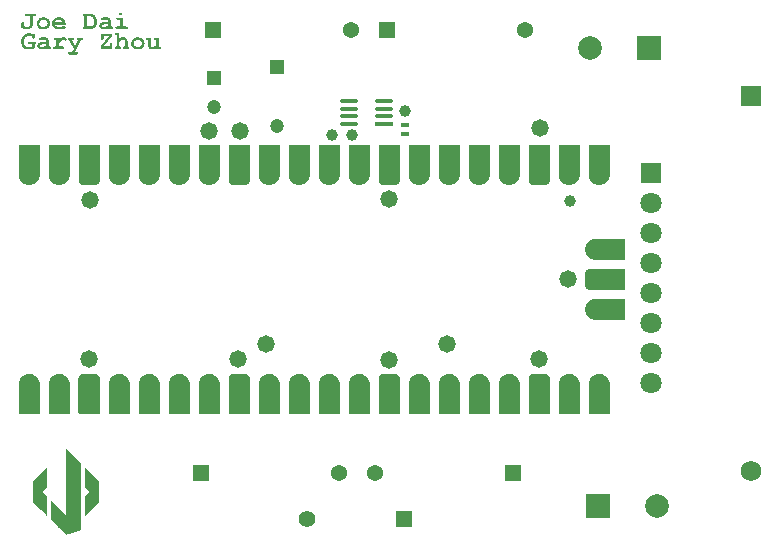
<source format=gts>
G04*
G04 #@! TF.GenerationSoftware,Altium Limited,Altium Designer,23.1.1 (15)*
G04*
G04 Layer_Color=8388736*
%FSLAX25Y25*%
%MOIN*%
G70*
G04*
G04 #@! TF.SameCoordinates,D35DB840-2654-421D-A1CD-60E11C52D8AA*
G04*
G04*
G04 #@! TF.FilePolarity,Negative*
G04*
G01*
G75*
G04:AMPARAMS|DCode=17|XSize=59.06mil|YSize=15.35mil|CornerRadius=7.68mil|HoleSize=0mil|Usage=FLASHONLY|Rotation=180.000|XOffset=0mil|YOffset=0mil|HoleType=Round|Shape=RoundedRectangle|*
%AMROUNDEDRECTD17*
21,1,0.05906,0.00000,0,0,180.0*
21,1,0.04370,0.01535,0,0,180.0*
1,1,0.01535,-0.02185,0.00000*
1,1,0.01535,0.02185,0.00000*
1,1,0.01535,0.02185,0.00000*
1,1,0.01535,-0.02185,0.00000*
%
%ADD17ROUNDEDRECTD17*%
%ADD18R,0.05906X0.01535*%
%ADD19R,0.02800X0.01800*%
%ADD20R,0.04724X0.04724*%
%ADD21C,0.04724*%
%ADD22C,0.07119*%
%ADD23R,0.07119X0.07119*%
%ADD24C,0.07887*%
%ADD25R,0.07887X0.07887*%
%ADD26R,0.05400X0.05400*%
%ADD27C,0.06800*%
%ADD28R,0.06800X0.06800*%
%ADD29C,0.05400*%
%ADD30R,0.05524X0.05524*%
%ADD31C,0.05524*%
%ADD32C,0.05800*%
%ADD33C,0.03950*%
G36*
X144346Y385503D02*
X143307D01*
Y386423D01*
X144346D01*
Y385503D01*
D02*
G37*
G36*
X138907Y384874D02*
X138971D01*
X139044Y384865D01*
X139226Y384838D01*
X139427Y384801D01*
X139636Y384738D01*
X139837Y384647D01*
X140019Y384528D01*
X140028D01*
X140037Y384510D01*
X140092Y384464D01*
X140164Y384382D01*
X140246Y384282D01*
X140329Y384145D01*
X140401Y383981D01*
X140456Y383790D01*
X140465Y383681D01*
X140474Y383572D01*
Y381786D01*
X140675D01*
X140729Y381777D01*
X140793Y381768D01*
X140948Y381731D01*
X141021Y381704D01*
X141076Y381658D01*
X141085Y381649D01*
X141094Y381640D01*
X141121Y381613D01*
X141148Y381576D01*
X141194Y381476D01*
X141203Y381422D01*
X141212Y381349D01*
Y381340D01*
Y381321D01*
X141203Y381285D01*
X141194Y381239D01*
X141176Y381194D01*
X141157Y381139D01*
X141121Y381084D01*
X141076Y381039D01*
X141066Y381030D01*
X141048Y381021D01*
X141012Y381002D01*
X140966Y380984D01*
X140902Y380957D01*
X140830Y380939D01*
X140729Y380930D01*
X140620Y380921D01*
X139609D01*
Y381121D01*
X139591Y381112D01*
X139554Y381094D01*
X139481Y381066D01*
X139399Y381021D01*
X139290Y380984D01*
X139162Y380939D01*
X139026Y380902D01*
X138880Y380866D01*
X138862D01*
X138816Y380857D01*
X138743Y380838D01*
X138643Y380829D01*
X138534Y380811D01*
X138415Y380793D01*
X138160Y380784D01*
X138097D01*
X138042Y380793D01*
X137987D01*
X137914Y380802D01*
X137759Y380829D01*
X137577Y380875D01*
X137395Y380939D01*
X137204Y381030D01*
X137031Y381148D01*
X137022D01*
X137013Y381167D01*
X136967Y381212D01*
X136894Y381285D01*
X136812Y381385D01*
X136730Y381513D01*
X136666Y381649D01*
X136612Y381804D01*
X136602Y381886D01*
X136593Y381968D01*
Y381977D01*
Y381996D01*
Y382023D01*
X136602Y382059D01*
X136621Y382159D01*
X136666Y382296D01*
X136730Y382451D01*
X136776Y382533D01*
X136830Y382615D01*
X136894Y382706D01*
X136967Y382797D01*
X137049Y382879D01*
X137149Y382970D01*
X137158Y382979D01*
X137177Y382989D01*
X137204Y383016D01*
X137249Y383043D01*
X137304Y383080D01*
X137377Y383116D01*
X137459Y383162D01*
X137550Y383207D01*
X137650Y383253D01*
X137769Y383298D01*
X137896Y383335D01*
X138033Y383371D01*
X138179Y383399D01*
X138342Y383426D01*
X138506Y383435D01*
X138689Y383444D01*
X138844D01*
X138953Y383435D01*
X139090Y383426D01*
X139244Y383408D01*
X139418Y383380D01*
X139609Y383353D01*
Y383562D01*
Y383572D01*
Y383599D01*
X139600Y383635D01*
X139591Y383681D01*
X139563Y383726D01*
X139536Y383790D01*
X139490Y383836D01*
X139436Y383890D01*
X139427Y383899D01*
X139399Y383909D01*
X139363Y383927D01*
X139299Y383954D01*
X139208Y383981D01*
X139099Y384000D01*
X138962Y384009D01*
X138798Y384018D01*
X138725D01*
X138643Y384009D01*
X138534Y384000D01*
X138388Y383981D01*
X138215Y383954D01*
X138015Y383918D01*
X137796Y383863D01*
X137787D01*
X137759Y383854D01*
X137714Y383845D01*
X137668Y383836D01*
X137550Y383818D01*
X137495Y383808D01*
X137413D01*
X137377Y383818D01*
X137340Y383827D01*
X137249Y383863D01*
X137195Y383890D01*
X137149Y383927D01*
X137140Y383936D01*
X137131Y383954D01*
X137113Y383981D01*
X137094Y384018D01*
X137049Y384118D01*
X137040Y384173D01*
X137031Y384246D01*
Y384255D01*
Y384264D01*
X137040Y384310D01*
X137049Y384373D01*
X137067Y384437D01*
X137076Y384455D01*
X137104Y384483D01*
X137140Y384528D01*
X137186Y384564D01*
X137204Y384574D01*
X137222Y384583D01*
X137258Y384601D01*
X137304Y384619D01*
X137359Y384637D01*
X137422Y384656D01*
X137504Y384683D01*
X137523D01*
X137559Y384701D01*
X137623Y384719D01*
X137705Y384738D01*
X137805Y384756D01*
X137914Y384783D01*
X138160Y384829D01*
X138179D01*
X138215Y384838D01*
X138279Y384847D01*
X138361Y384856D01*
X138461Y384865D01*
X138561Y384874D01*
X138771Y384883D01*
X138844D01*
X138907Y384874D01*
D02*
G37*
G36*
X115021Y386050D02*
X115085Y386040D01*
X115240Y386004D01*
X115313Y385977D01*
X115367Y385931D01*
X115376Y385922D01*
X115385Y385913D01*
X115413Y385886D01*
X115440Y385849D01*
X115486Y385749D01*
X115495Y385694D01*
X115504Y385621D01*
Y385612D01*
Y385594D01*
X115495Y385558D01*
X115486Y385512D01*
X115467Y385466D01*
X115449Y385412D01*
X115413Y385357D01*
X115367Y385312D01*
X115358Y385302D01*
X115340Y385293D01*
X115303Y385275D01*
X115258Y385257D01*
X115194Y385230D01*
X115121Y385211D01*
X115021Y385202D01*
X114912Y385193D01*
X114401D01*
Y382551D01*
Y382542D01*
Y382533D01*
Y382506D01*
Y382469D01*
X114392Y382378D01*
X114383Y382269D01*
X114356Y382141D01*
X114329Y382014D01*
X114283Y381877D01*
X114228Y381759D01*
Y381750D01*
X114219Y381740D01*
X114183Y381686D01*
X114119Y381604D01*
X114037Y381494D01*
X113937Y381385D01*
X113809Y381267D01*
X113664Y381148D01*
X113490Y381039D01*
X113481D01*
X113472Y381030D01*
X113445Y381012D01*
X113409Y381002D01*
X113317Y380957D01*
X113190Y380911D01*
X113035Y380866D01*
X112871Y380820D01*
X112680Y380793D01*
X112488Y380784D01*
X112416D01*
X112361Y380793D01*
X112297Y380802D01*
X112206Y380811D01*
X112115Y380829D01*
X111996Y380857D01*
X111878Y380884D01*
X111732Y380921D01*
X111586Y380975D01*
X111413Y381030D01*
X111240Y381094D01*
X111049Y381167D01*
X110849Y381258D01*
X110630Y381358D01*
Y382788D01*
Y382806D01*
Y382843D01*
X110639Y382897D01*
X110648Y382961D01*
X110685Y383107D01*
X110712Y383180D01*
X110748Y383235D01*
X110758Y383244D01*
X110767Y383253D01*
X110794Y383280D01*
X110830Y383307D01*
X110931Y383353D01*
X110994Y383362D01*
X111058Y383371D01*
X111094D01*
X111122Y383362D01*
X111167Y383353D01*
X111222Y383335D01*
X111268Y383316D01*
X111322Y383280D01*
X111368Y383235D01*
X111377Y383225D01*
X111386Y383207D01*
X111404Y383171D01*
X111432Y383125D01*
X111459Y383061D01*
X111477Y382989D01*
X111486Y382888D01*
X111495Y382779D01*
Y381932D01*
X111504D01*
X111523Y381923D01*
X111550Y381904D01*
X111596Y381886D01*
X111650Y381868D01*
X111705Y381841D01*
X111842Y381795D01*
X112005Y381740D01*
X112179Y381695D01*
X112352Y381658D01*
X112516Y381649D01*
X112552D01*
X112598Y381658D01*
X112661D01*
X112725Y381677D01*
X112807Y381695D01*
X112889Y381713D01*
X112980Y381750D01*
X112989Y381759D01*
X113017Y381768D01*
X113062Y381786D01*
X113117Y381822D01*
X113235Y381895D01*
X113299Y381941D01*
X113345Y381996D01*
X113354Y382005D01*
X113363Y382023D01*
X113390Y382050D01*
X113418Y382087D01*
X113472Y382178D01*
X113509Y382287D01*
X113518Y382305D01*
Y382324D01*
X113527Y382360D01*
Y382405D01*
X113536Y382469D01*
Y382551D01*
Y382651D01*
Y385193D01*
X112425D01*
X112370Y385202D01*
X112297Y385211D01*
X112142Y385248D01*
X112078Y385275D01*
X112015Y385312D01*
X112005Y385321D01*
X111996Y385330D01*
X111978Y385357D01*
X111951Y385394D01*
X111905Y385494D01*
X111896Y385558D01*
X111887Y385621D01*
Y385630D01*
Y385658D01*
X111896Y385685D01*
X111905Y385731D01*
X111942Y385831D01*
X111969Y385886D01*
X112015Y385931D01*
X112024Y385940D01*
X112042Y385949D01*
X112078Y385967D01*
X112124Y385995D01*
X112188Y386022D01*
X112270Y386040D01*
X112370Y386050D01*
X112479Y386059D01*
X114966D01*
X115021Y386050D01*
D02*
G37*
G36*
X144465Y381786D02*
X145558D01*
X145612Y381777D01*
X145676Y381768D01*
X145831Y381731D01*
X145904Y381704D01*
X145958Y381658D01*
X145968Y381649D01*
X145977Y381640D01*
X146004Y381613D01*
X146031Y381576D01*
X146077Y381476D01*
X146086Y381422D01*
X146095Y381349D01*
Y381340D01*
Y381321D01*
X146086Y381285D01*
X146077Y381239D01*
X146059Y381194D01*
X146040Y381139D01*
X146004Y381084D01*
X145958Y381039D01*
X145949Y381030D01*
X145931Y381021D01*
X145895Y381002D01*
X145849Y380984D01*
X145785Y380957D01*
X145712Y380939D01*
X145612Y380930D01*
X145503Y380921D01*
X142506D01*
X142451Y380930D01*
X142378Y380939D01*
X142223Y380975D01*
X142160Y381002D01*
X142096Y381039D01*
X142087Y381048D01*
X142078Y381057D01*
X142059Y381084D01*
X142032Y381121D01*
X141987Y381221D01*
X141977Y381285D01*
X141968Y381349D01*
Y381358D01*
Y381385D01*
X141977Y381413D01*
X141987Y381458D01*
X142023Y381558D01*
X142050Y381613D01*
X142096Y381658D01*
X142105Y381667D01*
X142123Y381677D01*
X142160Y381695D01*
X142205Y381722D01*
X142269Y381750D01*
X142351Y381768D01*
X142451Y381777D01*
X142561Y381786D01*
X143599D01*
Y383909D01*
X142843D01*
X142788Y383918D01*
X142715Y383927D01*
X142561Y383963D01*
X142497Y383991D01*
X142433Y384027D01*
X142424Y384036D01*
X142415Y384045D01*
X142396Y384073D01*
X142369Y384109D01*
X142324Y384209D01*
X142315Y384273D01*
X142305Y384337D01*
Y384346D01*
Y384373D01*
X142315Y384401D01*
X142324Y384446D01*
X142360Y384546D01*
X142387Y384601D01*
X142433Y384647D01*
X142442Y384656D01*
X142460Y384665D01*
X142497Y384683D01*
X142542Y384710D01*
X142606Y384738D01*
X142688Y384756D01*
X142788Y384765D01*
X142897Y384774D01*
X144465D01*
Y381786D01*
D02*
G37*
G36*
X133505Y386050D02*
X133578D01*
X133660Y386040D01*
X133769Y386031D01*
X133897Y386013D01*
X134034Y385986D01*
X134179Y385949D01*
X134334Y385895D01*
X134343D01*
X134352Y385886D01*
X134407Y385867D01*
X134480Y385831D01*
X134571Y385785D01*
X134680Y385731D01*
X134790Y385658D01*
X134899Y385585D01*
X134999Y385494D01*
X135008Y385485D01*
X135036Y385457D01*
X135072Y385421D01*
X135118Y385366D01*
X135172Y385293D01*
X135236Y385202D01*
X135309Y385102D01*
X135382Y384993D01*
X135391Y384975D01*
X135418Y384938D01*
X135455Y384874D01*
X135500Y384792D01*
X135546Y384701D01*
X135600Y384592D01*
X135646Y384483D01*
X135691Y384364D01*
X135701Y384346D01*
X135710Y384310D01*
X135728Y384246D01*
X135746Y384155D01*
X135764Y384045D01*
X135783Y383909D01*
X135801Y383763D01*
Y383599D01*
Y383180D01*
Y383171D01*
Y383153D01*
Y383125D01*
Y383089D01*
X135792Y382989D01*
X135774Y382852D01*
X135755Y382706D01*
X135719Y382542D01*
X135673Y382369D01*
X135609Y382205D01*
Y382196D01*
X135600Y382187D01*
X135573Y382132D01*
X135537Y382059D01*
X135473Y381959D01*
X135400Y381850D01*
X135318Y381731D01*
X135218Y381613D01*
X135108Y381504D01*
X135099Y381494D01*
X135054Y381458D01*
X134999Y381413D01*
X134926Y381358D01*
X134835Y381294D01*
X134744Y381230D01*
X134635Y381167D01*
X134535Y381112D01*
X134526D01*
X134516Y381103D01*
X134489Y381094D01*
X134462Y381084D01*
X134371Y381048D01*
X134243Y381021D01*
X134079Y380984D01*
X133897Y380948D01*
X133678Y380930D01*
X133432Y380921D01*
X131619D01*
X131565Y380930D01*
X131492Y380939D01*
X131337Y380975D01*
X131273Y381002D01*
X131209Y381039D01*
X131200Y381048D01*
X131191Y381057D01*
X131173Y381084D01*
X131146Y381121D01*
X131100Y381221D01*
X131091Y381285D01*
X131082Y381349D01*
Y381358D01*
Y381385D01*
X131091Y381413D01*
X131100Y381458D01*
X131137Y381558D01*
X131164Y381613D01*
X131209Y381658D01*
X131219Y381667D01*
X131237Y381677D01*
X131273Y381695D01*
X131319Y381722D01*
X131383Y381750D01*
X131465Y381768D01*
X131565Y381777D01*
X131674Y381786D01*
Y385193D01*
X131619D01*
X131565Y385202D01*
X131492Y385211D01*
X131337Y385248D01*
X131273Y385275D01*
X131209Y385312D01*
X131200Y385321D01*
X131191Y385330D01*
X131173Y385357D01*
X131146Y385394D01*
X131100Y385494D01*
X131091Y385558D01*
X131082Y385621D01*
Y385630D01*
Y385658D01*
X131091Y385685D01*
X131100Y385731D01*
X131137Y385831D01*
X131164Y385886D01*
X131209Y385931D01*
X131219Y385940D01*
X131237Y385949D01*
X131273Y385967D01*
X131319Y385995D01*
X131383Y386022D01*
X131465Y386040D01*
X131565Y386050D01*
X131674Y386059D01*
X133505Y386050D01*
D02*
G37*
G36*
X123293Y384874D02*
X123420Y384856D01*
X123566Y384838D01*
X123730Y384801D01*
X123903Y384756D01*
X124067Y384692D01*
X124076D01*
X124085Y384683D01*
X124140Y384665D01*
X124222Y384619D01*
X124322Y384574D01*
X124423Y384519D01*
X124541Y384446D01*
X124641Y384373D01*
X124732Y384291D01*
X124741Y384273D01*
X124787Y384237D01*
X124841Y384164D01*
X124905Y384073D01*
X124987Y383963D01*
X125069Y383827D01*
X125151Y383681D01*
X125233Y383517D01*
X125242Y383499D01*
X125251Y383462D01*
X125279Y383389D01*
X125306Y383298D01*
X125324Y383189D01*
X125352Y383061D01*
X125361Y382925D01*
X125370Y382770D01*
X125379Y382405D01*
X121808D01*
X121817Y382387D01*
X121835Y382351D01*
X121863Y382287D01*
X121917Y382205D01*
X121981Y382114D01*
X122063Y382023D01*
X122163Y381932D01*
X122282Y381850D01*
X122300Y381841D01*
X122345Y381822D01*
X122418Y381786D01*
X122528Y381750D01*
X122664Y381713D01*
X122828Y381677D01*
X123010Y381658D01*
X123220Y381649D01*
X123311D01*
X123357Y381658D01*
X123411D01*
X123484Y381667D01*
X123566Y381677D01*
X123648Y381686D01*
X123748Y381695D01*
X123967Y381731D01*
X124222Y381786D01*
X124504Y381850D01*
X124523D01*
X124559Y381868D01*
X124614Y381877D01*
X124687Y381895D01*
X124832Y381923D01*
X124905Y381941D01*
X124987D01*
X125024Y381932D01*
X125060Y381923D01*
X125160Y381886D01*
X125206Y381859D01*
X125251Y381813D01*
X125261Y381804D01*
X125270Y381795D01*
X125288Y381768D01*
X125315Y381731D01*
X125361Y381631D01*
X125370Y381576D01*
X125379Y381504D01*
Y381494D01*
Y381476D01*
X125370Y381449D01*
X125361Y381403D01*
X125324Y381312D01*
X125297Y381267D01*
X125251Y381221D01*
X125242Y381212D01*
X125215Y381194D01*
X125160Y381167D01*
X125087Y381130D01*
X124969Y381084D01*
X124905Y381057D01*
X124832Y381030D01*
X124741Y381002D01*
X124650Y380975D01*
X124541Y380948D01*
X124423Y380921D01*
X124413D01*
X124395Y380911D01*
X124359D01*
X124313Y380902D01*
X124249Y380893D01*
X124186Y380875D01*
X124104Y380866D01*
X124022Y380857D01*
X123821Y380829D01*
X123612Y380802D01*
X123384Y380793D01*
X123156Y380784D01*
X123056D01*
X122983Y380793D01*
X122892Y380802D01*
X122792Y380811D01*
X122682Y380829D01*
X122555Y380857D01*
X122291Y380930D01*
X122154Y380975D01*
X122017Y381030D01*
X121881Y381094D01*
X121744Y381176D01*
X121607Y381267D01*
X121489Y381367D01*
X121480Y381376D01*
X121462Y381394D01*
X121434Y381431D01*
X121389Y381476D01*
X121343Y381531D01*
X121298Y381604D01*
X121234Y381677D01*
X121179Y381768D01*
X121125Y381868D01*
X121070Y381977D01*
X120970Y382232D01*
X120924Y382360D01*
X120897Y382506D01*
X120879Y382661D01*
X120870Y382815D01*
Y382824D01*
Y382852D01*
X120879Y382907D01*
Y382970D01*
X120888Y383043D01*
X120906Y383134D01*
X120924Y383235D01*
X120951Y383344D01*
X120988Y383462D01*
X121034Y383581D01*
X121088Y383708D01*
X121152Y383836D01*
X121234Y383963D01*
X121325Y384082D01*
X121425Y384200D01*
X121544Y384310D01*
X121553Y384319D01*
X121571Y384337D01*
X121607Y384364D01*
X121662Y384401D01*
X121726Y384446D01*
X121808Y384492D01*
X121890Y384546D01*
X121990Y384601D01*
X122099Y384647D01*
X122218Y384701D01*
X122482Y384792D01*
X122628Y384829D01*
X122783Y384856D01*
X122938Y384874D01*
X123101Y384883D01*
X123193D01*
X123293Y384874D01*
D02*
G37*
G36*
X118137D02*
X118200Y384865D01*
X118346Y384847D01*
X118519Y384810D01*
X118710Y384756D01*
X118911Y384683D01*
X119120Y384583D01*
X119130D01*
X119148Y384574D01*
X119175Y384555D01*
X119211Y384528D01*
X119312Y384464D01*
X119430Y384373D01*
X119567Y384264D01*
X119713Y384127D01*
X119840Y383972D01*
X119959Y383790D01*
Y383781D01*
X119968Y383772D01*
X119986Y383745D01*
X120004Y383708D01*
X120050Y383608D01*
X120104Y383480D01*
X120150Y383326D01*
X120195Y383153D01*
X120232Y382961D01*
X120241Y382770D01*
Y382761D01*
Y382752D01*
Y382724D01*
Y382688D01*
X120223Y382588D01*
X120204Y382460D01*
X120168Y382314D01*
X120123Y382150D01*
X120050Y381977D01*
X119959Y381795D01*
Y381786D01*
X119949Y381777D01*
X119904Y381722D01*
X119840Y381631D01*
X119749Y381531D01*
X119640Y381413D01*
X119494Y381285D01*
X119321Y381167D01*
X119130Y381057D01*
X119120D01*
X119102Y381048D01*
X119075Y381030D01*
X119038Y381012D01*
X118984Y380993D01*
X118929Y380975D01*
X118783Y380921D01*
X118610Y380875D01*
X118419Y380829D01*
X118200Y380793D01*
X117982Y380784D01*
X117882D01*
X117827Y380793D01*
X117763Y380802D01*
X117617Y380820D01*
X117444Y380848D01*
X117253Y380893D01*
X117052Y380957D01*
X116843Y381048D01*
X116834D01*
X116816Y381057D01*
X116788Y381075D01*
X116752Y381103D01*
X116661Y381157D01*
X116542Y381248D01*
X116406Y381349D01*
X116269Y381476D01*
X116141Y381631D01*
X116023Y381795D01*
Y381804D01*
X116014Y381813D01*
X115996Y381841D01*
X115978Y381877D01*
X115932Y381968D01*
X115886Y382096D01*
X115832Y382242D01*
X115786Y382415D01*
X115750Y382588D01*
X115741Y382779D01*
Y382788D01*
Y382806D01*
Y382834D01*
X115750Y382870D01*
X115759Y382970D01*
X115777Y383098D01*
X115814Y383253D01*
X115859Y383426D01*
X115932Y383608D01*
X116023Y383799D01*
Y383808D01*
X116041Y383818D01*
X116050Y383845D01*
X116078Y383881D01*
X116141Y383972D01*
X116233Y384091D01*
X116351Y384209D01*
X116497Y384346D01*
X116661Y384473D01*
X116852Y384592D01*
X116861D01*
X116879Y384601D01*
X116907Y384619D01*
X116943Y384637D01*
X116998Y384656D01*
X117052Y384683D01*
X117198Y384738D01*
X117371Y384792D01*
X117563Y384838D01*
X117763Y384874D01*
X117982Y384883D01*
X118082D01*
X118137Y384874D01*
D02*
G37*
G36*
X113317Y379510D02*
X113418Y379501D01*
X113536Y379492D01*
X113773Y379447D01*
X113791D01*
X113828Y379437D01*
X113891Y379419D01*
X113973Y379392D01*
X114064Y379364D01*
X114174Y379328D01*
X114392Y379228D01*
X114401Y379237D01*
X114420Y379255D01*
X114456Y379282D01*
X114502Y379310D01*
X114611Y379364D01*
X114666Y379383D01*
X114729Y379392D01*
X114766D01*
X114793Y379383D01*
X114839Y379374D01*
X114893Y379355D01*
X114939Y379337D01*
X114994Y379301D01*
X115039Y379255D01*
X115048Y379246D01*
X115057Y379228D01*
X115076Y379201D01*
X115103Y379155D01*
X115121Y379091D01*
X115139Y379009D01*
X115148Y378918D01*
X115158Y378809D01*
Y378244D01*
Y378235D01*
Y378189D01*
X115148Y378135D01*
X115139Y378071D01*
X115103Y377925D01*
X115076Y377852D01*
X115030Y377798D01*
X115021Y377788D01*
X115012Y377779D01*
X114985Y377761D01*
X114948Y377734D01*
X114848Y377688D01*
X114793Y377679D01*
X114720Y377670D01*
X114693D01*
X114666Y377679D01*
X114638D01*
X114547Y377707D01*
X114465Y377761D01*
X114447Y377779D01*
X114438Y377798D01*
X114411Y377825D01*
X114392Y377861D01*
X114365Y377907D01*
X114338Y377971D01*
X114320Y378044D01*
Y378053D01*
X114310Y378080D01*
X114301Y378116D01*
X114283Y378162D01*
X114247Y378262D01*
X114219Y378299D01*
X114192Y378335D01*
X114183Y378344D01*
X114174Y378353D01*
X114137Y378381D01*
X114101Y378408D01*
X114037Y378444D01*
X113973Y378481D01*
X113882Y378517D01*
X113782Y378554D01*
X113773Y378563D01*
X113727Y378572D01*
X113673Y378590D01*
X113591Y378608D01*
X113490Y378627D01*
X113381Y378636D01*
X113263Y378654D01*
X113035D01*
X112944Y378645D01*
X112816Y378627D01*
X112680Y378599D01*
X112525Y378563D01*
X112370Y378508D01*
X112224Y378435D01*
X112215Y378426D01*
X112179Y378408D01*
X112124Y378362D01*
X112060Y378308D01*
X111978Y378235D01*
X111896Y378144D01*
X111814Y378025D01*
X111723Y377889D01*
X111714Y377870D01*
X111687Y377825D01*
X111650Y377743D01*
X111614Y377634D01*
X111568Y377506D01*
X111532Y377369D01*
X111504Y377205D01*
X111495Y377042D01*
Y376404D01*
Y376395D01*
Y376377D01*
Y376340D01*
X111504Y376285D01*
Y376231D01*
X111514Y376167D01*
X111550Y376012D01*
X111596Y375839D01*
X111669Y375657D01*
X111769Y375493D01*
X111823Y375411D01*
X111896Y375338D01*
X111905D01*
X111914Y375320D01*
X111942Y375302D01*
X111978Y375283D01*
X112015Y375256D01*
X112069Y375229D01*
X112133Y375192D01*
X112215Y375165D01*
X112297Y375128D01*
X112388Y375092D01*
X112497Y375065D01*
X112616Y375037D01*
X112743Y375019D01*
X112880Y375001D01*
X113026Y374983D01*
X113290D01*
X113345Y374992D01*
X113409D01*
X113554Y375010D01*
X113727Y375037D01*
X113909Y375074D01*
X114101Y375128D01*
X114292Y375201D01*
Y375830D01*
X113354D01*
X113299Y375839D01*
X113226Y375848D01*
X113071Y375885D01*
X113008Y375912D01*
X112944Y375948D01*
X112935Y375957D01*
X112926Y375967D01*
X112907Y375994D01*
X112880Y376030D01*
X112835Y376131D01*
X112825Y376194D01*
X112816Y376258D01*
Y376267D01*
Y376294D01*
X112825Y376322D01*
X112835Y376367D01*
X112871Y376468D01*
X112898Y376522D01*
X112944Y376568D01*
X112953Y376577D01*
X112971Y376586D01*
X113008Y376604D01*
X113053Y376631D01*
X113117Y376659D01*
X113199Y376677D01*
X113299Y376686D01*
X113409Y376695D01*
X115185D01*
X115212Y376686D01*
X115249Y376677D01*
X115349Y376641D01*
X115394Y376613D01*
X115449Y376568D01*
X115458Y376559D01*
X115467Y376550D01*
X115495Y376522D01*
X115522Y376486D01*
X115568Y376386D01*
X115577Y376331D01*
X115586Y376258D01*
Y376249D01*
Y376231D01*
X115577Y376194D01*
X115568Y376149D01*
X115549Y376103D01*
X115531Y376048D01*
X115495Y375994D01*
X115449Y375948D01*
X115440Y375939D01*
X115422Y375930D01*
X115394Y375912D01*
X115358Y375894D01*
X115267Y375848D01*
X115212Y375839D01*
X115158Y375830D01*
Y374664D01*
X115148D01*
X115130Y374655D01*
X115103Y374637D01*
X115057Y374609D01*
X115012Y374591D01*
X114948Y374554D01*
X114811Y374491D01*
X114647Y374418D01*
X114483Y374345D01*
X114310Y374281D01*
X114146Y374236D01*
X114128Y374226D01*
X114074Y374217D01*
X113991Y374199D01*
X113882Y374181D01*
X113745Y374154D01*
X113600Y374135D01*
X113427Y374126D01*
X113254Y374117D01*
X113144D01*
X113081Y374126D01*
X113017D01*
X112853Y374145D01*
X112661Y374163D01*
X112452Y374199D01*
X112233Y374245D01*
X112015Y374308D01*
X112005D01*
X111996Y374318D01*
X111942Y374336D01*
X111860Y374372D01*
X111760Y374418D01*
X111650Y374472D01*
X111532Y374536D01*
X111413Y374609D01*
X111313Y374691D01*
X111304Y374700D01*
X111268Y374737D01*
X111222Y374791D01*
X111158Y374864D01*
X111085Y374964D01*
X111003Y375083D01*
X110921Y375219D01*
X110839Y375383D01*
Y375393D01*
X110830Y375402D01*
X110821Y375429D01*
X110803Y375465D01*
X110776Y375557D01*
X110739Y375684D01*
X110694Y375839D01*
X110666Y376012D01*
X110639Y376203D01*
X110630Y376413D01*
Y377032D01*
Y377042D01*
Y377069D01*
Y377114D01*
X110639Y377178D01*
X110648Y377260D01*
X110657Y377342D01*
X110676Y377442D01*
X110694Y377552D01*
X110758Y377798D01*
X110803Y377925D01*
X110858Y378062D01*
X110912Y378189D01*
X110985Y378326D01*
X111067Y378463D01*
X111158Y378590D01*
X111167Y378599D01*
X111195Y378627D01*
X111231Y378672D01*
X111286Y378736D01*
X111359Y378809D01*
X111450Y378882D01*
X111550Y378973D01*
X111669Y379055D01*
X111796Y379146D01*
X111942Y379228D01*
X112106Y379301D01*
X112279Y379374D01*
X112461Y379437D01*
X112661Y379483D01*
X112871Y379510D01*
X113099Y379519D01*
X113226D01*
X113317Y379510D01*
D02*
G37*
G36*
X124723Y378208D02*
X124805Y378199D01*
X124914Y378180D01*
X125042Y378135D01*
X125179Y378080D01*
X125324Y378007D01*
X125479Y377898D01*
X125488Y377889D01*
X125525Y377861D01*
X125570Y377816D01*
X125616Y377761D01*
X125671Y377697D01*
X125707Y377625D01*
X125743Y377542D01*
X125752Y377461D01*
Y377451D01*
Y377433D01*
X125743Y377397D01*
X125734Y377351D01*
X125716Y377306D01*
X125698Y377251D01*
X125661Y377205D01*
X125616Y377151D01*
X125607Y377142D01*
X125598Y377133D01*
X125570Y377114D01*
X125534Y377087D01*
X125434Y377042D01*
X125370Y377032D01*
X125306Y377023D01*
X125279D01*
X125242Y377032D01*
X125206Y377042D01*
X125151Y377060D01*
X125087Y377096D01*
X125024Y377133D01*
X124960Y377187D01*
X124951Y377196D01*
X124933Y377215D01*
X124896Y377242D01*
X124860Y377269D01*
X124759Y377324D01*
X124705Y377342D01*
X124650Y377351D01*
X124614D01*
X124577Y377342D01*
X124514Y377324D01*
X124441Y377297D01*
X124340Y377251D01*
X124231Y377196D01*
X124104Y377114D01*
X124085Y377105D01*
X124040Y377069D01*
X123958Y377014D01*
X123858Y376941D01*
X123721Y376850D01*
X123566Y376732D01*
X123393Y376595D01*
X123202Y376431D01*
Y375119D01*
X124495D01*
X124550Y375110D01*
X124614Y375101D01*
X124769Y375065D01*
X124841Y375037D01*
X124896Y374992D01*
X124905Y374983D01*
X124914Y374974D01*
X124942Y374946D01*
X124969Y374910D01*
X125015Y374810D01*
X125024Y374755D01*
X125033Y374682D01*
Y374673D01*
Y374655D01*
X125024Y374618D01*
X125015Y374573D01*
X124996Y374527D01*
X124978Y374472D01*
X124942Y374418D01*
X124896Y374372D01*
X124887Y374363D01*
X124869Y374354D01*
X124832Y374336D01*
X124787Y374318D01*
X124723Y374290D01*
X124650Y374272D01*
X124550Y374263D01*
X124441Y374254D01*
X121762D01*
X121708Y374263D01*
X121635Y374272D01*
X121480Y374308D01*
X121416Y374336D01*
X121352Y374372D01*
X121343Y374381D01*
X121334Y374391D01*
X121316Y374418D01*
X121289Y374454D01*
X121243Y374554D01*
X121234Y374618D01*
X121225Y374682D01*
Y374691D01*
Y374718D01*
X121234Y374746D01*
X121243Y374791D01*
X121280Y374891D01*
X121307Y374946D01*
X121352Y374992D01*
X121361Y375001D01*
X121380Y375010D01*
X121416Y375028D01*
X121462Y375056D01*
X121526Y375083D01*
X121607Y375101D01*
X121708Y375110D01*
X121817Y375119D01*
X122336D01*
Y377242D01*
X121972D01*
X121917Y377251D01*
X121844Y377260D01*
X121689Y377297D01*
X121626Y377324D01*
X121562Y377360D01*
X121553Y377369D01*
X121544Y377379D01*
X121526Y377406D01*
X121498Y377442D01*
X121453Y377542D01*
X121443Y377606D01*
X121434Y377670D01*
Y377679D01*
Y377707D01*
X121443Y377734D01*
X121453Y377779D01*
X121489Y377880D01*
X121516Y377934D01*
X121562Y377980D01*
X121571Y377989D01*
X121589Y377998D01*
X121626Y378016D01*
X121671Y378044D01*
X121735Y378071D01*
X121817Y378089D01*
X121917Y378098D01*
X122027Y378107D01*
X123202D01*
Y377561D01*
X123211Y377570D01*
X123229Y377579D01*
X123256Y377597D01*
X123293Y377625D01*
X123393Y377688D01*
X123512Y377770D01*
X123648Y377861D01*
X123794Y377943D01*
X123931Y378025D01*
X124058Y378080D01*
X124076Y378089D01*
X124113Y378098D01*
X124177Y378126D01*
X124249Y378153D01*
X124340Y378171D01*
X124441Y378199D01*
X124550Y378208D01*
X124650Y378217D01*
X124668D01*
X124723Y378208D01*
D02*
G37*
G36*
X118255D02*
X118319D01*
X118392Y378199D01*
X118574Y378171D01*
X118774Y378135D01*
X118984Y378071D01*
X119184Y377980D01*
X119366Y377861D01*
X119376D01*
X119385Y377843D01*
X119439Y377798D01*
X119512Y377716D01*
X119594Y377615D01*
X119676Y377479D01*
X119749Y377315D01*
X119804Y377123D01*
X119813Y377014D01*
X119822Y376905D01*
Y375119D01*
X120022D01*
X120077Y375110D01*
X120141Y375101D01*
X120296Y375065D01*
X120369Y375037D01*
X120423Y374992D01*
X120432Y374983D01*
X120441Y374974D01*
X120469Y374946D01*
X120496Y374910D01*
X120542Y374810D01*
X120551Y374755D01*
X120560Y374682D01*
Y374673D01*
Y374655D01*
X120551Y374618D01*
X120542Y374573D01*
X120523Y374527D01*
X120505Y374472D01*
X120469Y374418D01*
X120423Y374372D01*
X120414Y374363D01*
X120396Y374354D01*
X120359Y374336D01*
X120314Y374318D01*
X120250Y374290D01*
X120177Y374272D01*
X120077Y374263D01*
X119968Y374254D01*
X118956D01*
Y374454D01*
X118938Y374445D01*
X118902Y374427D01*
X118829Y374400D01*
X118747Y374354D01*
X118638Y374318D01*
X118510Y374272D01*
X118373Y374236D01*
X118228Y374199D01*
X118209D01*
X118164Y374190D01*
X118091Y374172D01*
X117991Y374163D01*
X117882Y374145D01*
X117763Y374126D01*
X117508Y374117D01*
X117444D01*
X117390Y374126D01*
X117335D01*
X117262Y374135D01*
X117107Y374163D01*
X116925Y374208D01*
X116743Y374272D01*
X116551Y374363D01*
X116378Y374482D01*
X116369D01*
X116360Y374500D01*
X116315Y374545D01*
X116242Y374618D01*
X116160Y374718D01*
X116078Y374846D01*
X116014Y374983D01*
X115959Y375137D01*
X115950Y375219D01*
X115941Y375302D01*
Y375311D01*
Y375329D01*
Y375356D01*
X115950Y375393D01*
X115968Y375493D01*
X116014Y375629D01*
X116078Y375784D01*
X116123Y375866D01*
X116178Y375948D01*
X116242Y376039D01*
X116315Y376131D01*
X116397Y376213D01*
X116497Y376304D01*
X116506Y376313D01*
X116524Y376322D01*
X116551Y376349D01*
X116597Y376377D01*
X116652Y376413D01*
X116725Y376449D01*
X116806Y376495D01*
X116898Y376540D01*
X116998Y376586D01*
X117116Y376631D01*
X117244Y376668D01*
X117380Y376704D01*
X117526Y376732D01*
X117690Y376759D01*
X117854Y376768D01*
X118036Y376777D01*
X118191D01*
X118300Y376768D01*
X118437Y376759D01*
X118592Y376741D01*
X118765Y376713D01*
X118956Y376686D01*
Y376896D01*
Y376905D01*
Y376932D01*
X118947Y376969D01*
X118938Y377014D01*
X118911Y377060D01*
X118884Y377123D01*
X118838Y377169D01*
X118783Y377224D01*
X118774Y377233D01*
X118747Y377242D01*
X118710Y377260D01*
X118647Y377288D01*
X118556Y377315D01*
X118446Y377333D01*
X118310Y377342D01*
X118146Y377351D01*
X118073D01*
X117991Y377342D01*
X117882Y377333D01*
X117736Y377315D01*
X117563Y377288D01*
X117362Y377251D01*
X117144Y377196D01*
X117134D01*
X117107Y377187D01*
X117062Y377178D01*
X117016Y377169D01*
X116898Y377151D01*
X116843Y377142D01*
X116761D01*
X116725Y377151D01*
X116688Y377160D01*
X116597Y377196D01*
X116542Y377224D01*
X116497Y377260D01*
X116488Y377269D01*
X116479Y377288D01*
X116460Y377315D01*
X116442Y377351D01*
X116397Y377451D01*
X116387Y377506D01*
X116378Y377579D01*
Y377588D01*
Y377597D01*
X116387Y377643D01*
X116397Y377707D01*
X116415Y377770D01*
X116424Y377788D01*
X116451Y377816D01*
X116488Y377861D01*
X116533Y377898D01*
X116551Y377907D01*
X116570Y377916D01*
X116606Y377934D01*
X116652Y377953D01*
X116706Y377971D01*
X116770Y377989D01*
X116852Y378016D01*
X116870D01*
X116907Y378034D01*
X116971Y378053D01*
X117052Y378071D01*
X117153Y378089D01*
X117262Y378116D01*
X117508Y378162D01*
X117526D01*
X117563Y378171D01*
X117626Y378180D01*
X117708Y378189D01*
X117809Y378199D01*
X117909Y378208D01*
X118118Y378217D01*
X118191D01*
X118255Y378208D01*
D02*
G37*
G36*
X130690Y378098D02*
X130754Y378089D01*
X130909Y378053D01*
X130982Y378025D01*
X131036Y377980D01*
X131045Y377971D01*
X131054Y377962D01*
X131082Y377934D01*
X131109Y377898D01*
X131155Y377798D01*
X131164Y377743D01*
X131173Y377670D01*
Y377661D01*
Y377643D01*
X131164Y377606D01*
X131155Y377561D01*
X131137Y377515D01*
X131118Y377461D01*
X131082Y377406D01*
X131036Y377360D01*
X131027Y377351D01*
X131009Y377342D01*
X130973Y377324D01*
X130927Y377306D01*
X130863Y377278D01*
X130790Y377260D01*
X130690Y377251D01*
X130581Y377242D01*
X128577Y373306D01*
X129233D01*
X129242Y373297D01*
X129278Y373270D01*
X129324Y373224D01*
X129369Y373161D01*
X129424Y373097D01*
X129460Y373024D01*
X129497Y372951D01*
X129506Y372878D01*
Y372869D01*
Y372851D01*
X129497Y372814D01*
X129488Y372769D01*
X129469Y372723D01*
X129451Y372669D01*
X129415Y372614D01*
X129369Y372568D01*
X129360Y372559D01*
X129342Y372550D01*
X129305Y372532D01*
X129260Y372505D01*
X129196Y372477D01*
X129114Y372459D01*
X129023Y372450D01*
X128905Y372441D01*
X126691D01*
X126636Y372450D01*
X126563Y372459D01*
X126408Y372496D01*
X126345Y372523D01*
X126281Y372568D01*
X126272Y372578D01*
X126263Y372587D01*
X126244Y372614D01*
X126217Y372651D01*
X126172Y372751D01*
X126163Y372814D01*
X126153Y372878D01*
Y372887D01*
Y372915D01*
X126163Y372942D01*
X126172Y372988D01*
X126208Y373088D01*
X126235Y373142D01*
X126281Y373188D01*
X126290Y373197D01*
X126308Y373206D01*
X126345Y373224D01*
X126390Y373252D01*
X126454Y373270D01*
X126536Y373288D01*
X126636Y373297D01*
X126745Y373306D01*
X127611D01*
X128103Y374272D01*
X126591Y377242D01*
X126536D01*
X126481Y377251D01*
X126418Y377260D01*
X126263Y377297D01*
X126190Y377324D01*
X126135Y377360D01*
X126126Y377369D01*
X126117Y377379D01*
X126099Y377406D01*
X126071Y377442D01*
X126026Y377542D01*
X126017Y377606D01*
X126008Y377670D01*
Y377679D01*
Y377707D01*
X126017Y377734D01*
X126026Y377779D01*
X126062Y377880D01*
X126090Y377934D01*
X126135Y377980D01*
X126144Y377989D01*
X126163Y377998D01*
X126199Y378016D01*
X126244Y378044D01*
X126308Y378071D01*
X126381Y378089D01*
X126481Y378098D01*
X126591Y378107D01*
X127620D01*
X127675Y378098D01*
X127738Y378089D01*
X127893Y378053D01*
X127966Y378025D01*
X128021Y377980D01*
X128030Y377971D01*
X128039Y377962D01*
X128067Y377934D01*
X128094Y377898D01*
X128139Y377798D01*
X128148Y377743D01*
X128158Y377670D01*
Y377661D01*
Y377643D01*
X128148Y377606D01*
X128139Y377561D01*
X128121Y377515D01*
X128103Y377461D01*
X128067Y377406D01*
X128021Y377360D01*
X128012Y377351D01*
X127994Y377342D01*
X127957Y377324D01*
X127912Y377306D01*
X127848Y377278D01*
X127775Y377260D01*
X127675Y377251D01*
X127565Y377242D01*
X128586Y375229D01*
X129606Y377242D01*
X129551D01*
X129497Y377251D01*
X129433Y377260D01*
X129278Y377297D01*
X129205Y377324D01*
X129150Y377360D01*
X129141Y377369D01*
X129132Y377379D01*
X129114Y377406D01*
X129087Y377442D01*
X129041Y377542D01*
X129032Y377606D01*
X129023Y377670D01*
Y377679D01*
Y377707D01*
X129032Y377734D01*
X129041Y377779D01*
X129078Y377880D01*
X129105Y377934D01*
X129150Y377980D01*
X129160Y377989D01*
X129178Y377998D01*
X129214Y378016D01*
X129260Y378044D01*
X129324Y378071D01*
X129396Y378089D01*
X129497Y378098D01*
X129606Y378107D01*
X130635D01*
X130690Y378098D01*
D02*
G37*
G36*
X156499Y375119D02*
X156553D01*
X156608Y375110D01*
X156672Y375101D01*
X156827Y375065D01*
X156900Y375037D01*
X156954Y374992D01*
X156963Y374983D01*
X156973Y374974D01*
X157000Y374946D01*
X157027Y374910D01*
X157073Y374810D01*
X157082Y374755D01*
X157091Y374682D01*
Y374673D01*
Y374655D01*
X157082Y374618D01*
X157073Y374573D01*
X157054Y374527D01*
X157036Y374472D01*
X157000Y374418D01*
X156954Y374372D01*
X156945Y374363D01*
X156927Y374354D01*
X156890Y374336D01*
X156845Y374318D01*
X156781Y374290D01*
X156708Y374272D01*
X156608Y374263D01*
X156499Y374254D01*
X155633D01*
Y374454D01*
X155615Y374445D01*
X155570Y374427D01*
X155497Y374400D01*
X155396Y374354D01*
X155287Y374318D01*
X155169Y374272D01*
X154914Y374199D01*
X154895D01*
X154859Y374190D01*
X154795Y374172D01*
X154704Y374163D01*
X154604Y374145D01*
X154495Y374126D01*
X154267Y374117D01*
X154194D01*
X154112Y374126D01*
X154012Y374135D01*
X153893Y374163D01*
X153775Y374190D01*
X153647Y374236D01*
X153520Y374290D01*
X153511Y374299D01*
X153465Y374327D01*
X153410Y374363D01*
X153347Y374418D01*
X153265Y374491D01*
X153183Y374582D01*
X153101Y374682D01*
X153028Y374791D01*
X153019Y374800D01*
X153010Y374837D01*
X152991Y374882D01*
X152964Y374946D01*
X152937Y375028D01*
X152919Y375128D01*
X152909Y375238D01*
X152900Y375365D01*
Y377242D01*
X152700D01*
X152645Y377251D01*
X152572Y377260D01*
X152418Y377297D01*
X152354Y377324D01*
X152290Y377360D01*
X152281Y377369D01*
X152272Y377379D01*
X152253Y377406D01*
X152226Y377442D01*
X152181Y377542D01*
X152172Y377606D01*
X152162Y377670D01*
Y377679D01*
Y377707D01*
X152172Y377734D01*
X152181Y377779D01*
X152217Y377880D01*
X152244Y377934D01*
X152290Y377980D01*
X152299Y377989D01*
X152317Y377998D01*
X152354Y378016D01*
X152399Y378044D01*
X152463Y378071D01*
X152545Y378089D01*
X152645Y378098D01*
X152755Y378107D01*
X153766D01*
Y375511D01*
Y375502D01*
Y375465D01*
X153775Y375420D01*
X153784Y375356D01*
X153820Y375229D01*
X153848Y375165D01*
X153893Y375110D01*
X153902Y375101D01*
X153921Y375092D01*
X153948Y375074D01*
X153993Y375046D01*
X154057Y375019D01*
X154121Y375001D01*
X154203Y374992D01*
X154303Y374983D01*
X154349D01*
X154403Y374992D01*
X154476D01*
X154558Y375010D01*
X154649Y375028D01*
X154759Y375046D01*
X154868Y375083D01*
X154886Y375092D01*
X154923Y375101D01*
X154987Y375128D01*
X155078Y375165D01*
X155187Y375219D01*
X155324Y375283D01*
X155469Y375365D01*
X155633Y375456D01*
Y377242D01*
X155269D01*
X155214Y377251D01*
X155141Y377260D01*
X154987Y377297D01*
X154923Y377324D01*
X154859Y377360D01*
X154850Y377369D01*
X154841Y377379D01*
X154823Y377406D01*
X154795Y377442D01*
X154750Y377542D01*
X154741Y377606D01*
X154731Y377670D01*
Y377679D01*
Y377707D01*
X154741Y377734D01*
X154750Y377779D01*
X154786Y377880D01*
X154813Y377934D01*
X154859Y377980D01*
X154868Y377989D01*
X154886Y377998D01*
X154923Y378016D01*
X154968Y378044D01*
X155032Y378071D01*
X155114Y378089D01*
X155214Y378098D01*
X155324Y378107D01*
X156499D01*
Y375119D01*
D02*
G37*
G36*
X143326Y377898D02*
X143335Y377907D01*
X143371Y377925D01*
X143426Y377953D01*
X143490Y377989D01*
X143572Y378025D01*
X143663Y378062D01*
X143863Y378135D01*
X143872D01*
X143909Y378144D01*
X143973Y378162D01*
X144045Y378180D01*
X144127Y378189D01*
X144228Y378208D01*
X144437Y378217D01*
X144510D01*
X144601Y378208D01*
X144701Y378199D01*
X144829Y378180D01*
X144966Y378153D01*
X145102Y378116D01*
X145239Y378062D01*
X145257Y378053D01*
X145303Y378034D01*
X145366Y377998D01*
X145448Y377943D01*
X145539Y377880D01*
X145631Y377798D01*
X145731Y377697D01*
X145822Y377579D01*
X145831Y377561D01*
X145858Y377524D01*
X145895Y377451D01*
X145940Y377351D01*
X145986Y377233D01*
X146022Y377087D01*
X146050Y376932D01*
X146059Y376750D01*
Y375119D01*
X146168D01*
X146232Y375110D01*
X146369Y375083D01*
X146423Y375065D01*
X146469Y375037D01*
X146478Y375028D01*
X146496Y375010D01*
X146523Y374974D01*
X146560Y374928D01*
X146624Y374819D01*
X146642Y374755D01*
X146651Y374682D01*
Y374673D01*
Y374655D01*
X146642Y374618D01*
X146633Y374573D01*
X146614Y374527D01*
X146596Y374472D01*
X146560Y374418D01*
X146514Y374372D01*
X146505Y374363D01*
X146487Y374354D01*
X146450Y374336D01*
X146405Y374318D01*
X146341Y374290D01*
X146268Y374272D01*
X146168Y374263D01*
X146059Y374254D01*
X145139D01*
X145084Y374263D01*
X145011Y374272D01*
X144856Y374308D01*
X144792Y374336D01*
X144729Y374372D01*
X144720Y374381D01*
X144710Y374391D01*
X144692Y374418D01*
X144665Y374454D01*
X144619Y374554D01*
X144610Y374618D01*
X144601Y374682D01*
Y374691D01*
Y374718D01*
X144610Y374755D01*
X144619Y374800D01*
X144647Y374855D01*
X144674Y374910D01*
X144720Y374974D01*
X144774Y375037D01*
X144783D01*
X144792Y375046D01*
X144820Y375065D01*
X144865Y375083D01*
X144920Y375092D01*
X144993Y375110D01*
X145084Y375119D01*
X145193D01*
Y376695D01*
Y376713D01*
Y376750D01*
X145184Y376805D01*
X145175Y376877D01*
X145157Y376959D01*
X145130Y377032D01*
X145093Y377105D01*
X145038Y377160D01*
X145029Y377169D01*
X145002Y377187D01*
X144956Y377224D01*
X144893Y377260D01*
X144801Y377288D01*
X144701Y377324D01*
X144583Y377342D01*
X144437Y377351D01*
X144392D01*
X144337Y377342D01*
X144264Y377333D01*
X144191Y377324D01*
X144100Y377306D01*
X144018Y377269D01*
X143927Y377233D01*
X143918Y377224D01*
X143881Y377215D01*
X143836Y377178D01*
X143763Y377133D01*
X143681Y377069D01*
X143581Y376987D01*
X143462Y376877D01*
X143326Y376750D01*
Y375119D01*
X143435D01*
X143499Y375110D01*
X143635Y375083D01*
X143690Y375065D01*
X143736Y375037D01*
X143745Y375028D01*
X143763Y375010D01*
X143790Y374974D01*
X143827Y374928D01*
X143891Y374819D01*
X143909Y374755D01*
X143918Y374682D01*
Y374673D01*
Y374655D01*
X143909Y374618D01*
X143900Y374573D01*
X143881Y374527D01*
X143863Y374472D01*
X143827Y374418D01*
X143781Y374372D01*
X143772Y374363D01*
X143754Y374354D01*
X143717Y374336D01*
X143672Y374318D01*
X143608Y374290D01*
X143535Y374272D01*
X143435Y374263D01*
X143326Y374254D01*
X142406D01*
X142351Y374263D01*
X142278Y374272D01*
X142123Y374308D01*
X142059Y374336D01*
X141996Y374372D01*
X141987Y374381D01*
X141977Y374391D01*
X141959Y374418D01*
X141932Y374454D01*
X141886Y374554D01*
X141877Y374618D01*
X141868Y374682D01*
Y374691D01*
Y374718D01*
X141877Y374755D01*
X141886Y374800D01*
X141914Y374855D01*
X141941Y374910D01*
X141987Y374974D01*
X142041Y375037D01*
X142050D01*
X142059Y375046D01*
X142087Y375065D01*
X142132Y375083D01*
X142187Y375092D01*
X142260Y375110D01*
X142351Y375119D01*
X142460D01*
Y378891D01*
X142260D01*
X142205Y378900D01*
X142132Y378909D01*
X141977Y378945D01*
X141914Y378973D01*
X141850Y379009D01*
X141841Y379018D01*
X141832Y379028D01*
X141813Y379055D01*
X141786Y379091D01*
X141741Y379191D01*
X141732Y379255D01*
X141722Y379319D01*
Y379328D01*
Y379355D01*
X141732Y379383D01*
X141741Y379428D01*
X141777Y379528D01*
X141804Y379583D01*
X141850Y379629D01*
X141859Y379638D01*
X141877Y379647D01*
X141914Y379665D01*
X141959Y379693D01*
X142023Y379720D01*
X142105Y379738D01*
X142205Y379747D01*
X142315Y379756D01*
X143326D01*
Y377898D01*
D02*
G37*
G36*
X140821Y378545D02*
X138151Y375119D01*
X140137D01*
Y375766D01*
Y375784D01*
Y375821D01*
X140146Y375875D01*
X140155Y375939D01*
X140192Y376094D01*
X140219Y376167D01*
X140256Y376222D01*
X140265Y376231D01*
X140274Y376240D01*
X140301Y376267D01*
X140338Y376294D01*
X140438Y376340D01*
X140502Y376349D01*
X140565Y376358D01*
X140602D01*
X140629Y376349D01*
X140675Y376340D01*
X140729Y376322D01*
X140775Y376304D01*
X140830Y376267D01*
X140875Y376222D01*
X140884Y376213D01*
X140893Y376194D01*
X140912Y376158D01*
X140939Y376112D01*
X140966Y376048D01*
X140984Y375976D01*
X140994Y375875D01*
X141003Y375766D01*
Y374254D01*
X137049D01*
Y375119D01*
X139691Y378526D01*
X138097D01*
Y377907D01*
Y377889D01*
Y377852D01*
X138087Y377798D01*
X138078Y377725D01*
X138042Y377570D01*
X138015Y377506D01*
X137969Y377442D01*
X137960Y377433D01*
X137951Y377424D01*
X137924Y377406D01*
X137887Y377379D01*
X137787Y377333D01*
X137732Y377324D01*
X137659Y377315D01*
X137632D01*
X137595Y377324D01*
X137550Y377333D01*
X137450Y377369D01*
X137395Y377397D01*
X137349Y377442D01*
X137340Y377451D01*
X137331Y377470D01*
X137313Y377506D01*
X137295Y377552D01*
X137268Y377615D01*
X137249Y377697D01*
X137240Y377798D01*
X137231Y377907D01*
Y379392D01*
X140821D01*
Y378545D01*
D02*
G37*
G36*
X149593Y378208D02*
X149657Y378199D01*
X149803Y378180D01*
X149976Y378144D01*
X150167Y378089D01*
X150368Y378016D01*
X150577Y377916D01*
X150586D01*
X150605Y377907D01*
X150632Y377889D01*
X150668Y377861D01*
X150769Y377798D01*
X150887Y377707D01*
X151024Y377597D01*
X151169Y377461D01*
X151297Y377306D01*
X151415Y377123D01*
Y377114D01*
X151425Y377105D01*
X151443Y377078D01*
X151461Y377042D01*
X151506Y376941D01*
X151561Y376814D01*
X151607Y376659D01*
X151652Y376486D01*
X151689Y376294D01*
X151698Y376103D01*
Y376094D01*
Y376085D01*
Y376058D01*
Y376021D01*
X151680Y375921D01*
X151661Y375793D01*
X151625Y375648D01*
X151579Y375484D01*
X151506Y375311D01*
X151415Y375128D01*
Y375119D01*
X151406Y375110D01*
X151361Y375056D01*
X151297Y374964D01*
X151206Y374864D01*
X151096Y374746D01*
X150951Y374618D01*
X150778Y374500D01*
X150586Y374391D01*
X150577D01*
X150559Y374381D01*
X150532Y374363D01*
X150495Y374345D01*
X150441Y374327D01*
X150386Y374308D01*
X150240Y374254D01*
X150067Y374208D01*
X149876Y374163D01*
X149657Y374126D01*
X149439Y374117D01*
X149338D01*
X149284Y374126D01*
X149220Y374135D01*
X149074Y374154D01*
X148901Y374181D01*
X148710Y374226D01*
X148509Y374290D01*
X148300Y374381D01*
X148291D01*
X148272Y374391D01*
X148245Y374409D01*
X148209Y374436D01*
X148118Y374491D01*
X147999Y374582D01*
X147863Y374682D01*
X147726Y374810D01*
X147598Y374964D01*
X147480Y375128D01*
Y375137D01*
X147471Y375147D01*
X147452Y375174D01*
X147434Y375210D01*
X147389Y375302D01*
X147343Y375429D01*
X147289Y375575D01*
X147243Y375748D01*
X147207Y375921D01*
X147197Y376112D01*
Y376121D01*
Y376140D01*
Y376167D01*
X147207Y376203D01*
X147216Y376304D01*
X147234Y376431D01*
X147270Y376586D01*
X147316Y376759D01*
X147389Y376941D01*
X147480Y377133D01*
Y377142D01*
X147498Y377151D01*
X147507Y377178D01*
X147535Y377215D01*
X147598Y377306D01*
X147689Y377424D01*
X147808Y377542D01*
X147954Y377679D01*
X148118Y377807D01*
X148309Y377925D01*
X148318D01*
X148336Y377934D01*
X148363Y377953D01*
X148400Y377971D01*
X148455Y377989D01*
X148509Y378016D01*
X148655Y378071D01*
X148828Y378126D01*
X149020Y378171D01*
X149220Y378208D01*
X149439Y378217D01*
X149539D01*
X149593Y378208D01*
D02*
G37*
G36*
X306457Y342379D02*
X306508Y342369D01*
X306557Y342353D01*
X306603Y342330D01*
X306646Y342301D01*
X306684Y342267D01*
X306718Y342228D01*
X306747Y342185D01*
X306770Y342139D01*
X306787Y342090D01*
X306797Y342040D01*
X306800Y341988D01*
Y332539D01*
Y332539D01*
Y332539D01*
X306800Y332333D01*
X306797Y332281D01*
X306797Y332281D01*
X306743Y331872D01*
X306741Y331862D01*
X306733Y331821D01*
X306626Y331423D01*
X306618Y331398D01*
X306609Y331374D01*
X306451Y330992D01*
X306429Y330946D01*
X306222Y330589D01*
X306193Y330546D01*
X305942Y330218D01*
X305908Y330179D01*
X305616Y329887D01*
X305577Y329853D01*
X305250Y329602D01*
X305235Y329592D01*
X305207Y329573D01*
X304849Y329367D01*
X304826Y329356D01*
X304803Y329344D01*
X304421Y329186D01*
X304408Y329181D01*
X304373Y329169D01*
X303974Y329063D01*
X303933Y329054D01*
X303923Y329052D01*
X303514Y328999D01*
X303462Y328995D01*
X303462D01*
D01*
X303049D01*
D01*
X303049D01*
X302998Y328999D01*
X302589Y329052D01*
X302572Y329056D01*
X302538Y329063D01*
X302139Y329169D01*
X302115Y329178D01*
X302090Y329186D01*
X301709Y329344D01*
X301663Y329367D01*
X301305Y329573D01*
X301262Y329602D01*
X300935Y329853D01*
X300896Y329887D01*
X300604Y330179D01*
X300570Y330218D01*
X300319Y330546D01*
X300309Y330560D01*
X300290Y330589D01*
X300083Y330946D01*
X300072Y330969D01*
X300061Y330992D01*
X299903Y331374D01*
X299898Y331388D01*
X299886Y331423D01*
X299779Y331821D01*
X299771Y331862D01*
X299769Y331872D01*
X299715Y332281D01*
X299712Y332333D01*
Y332333D01*
D01*
Y332539D01*
Y341988D01*
X299715Y342040D01*
X299725Y342090D01*
X299742Y342139D01*
X299765Y342185D01*
X299793Y342228D01*
X299827Y342267D01*
X299866Y342301D01*
X299909Y342330D01*
X299955Y342353D01*
X300004Y342369D01*
X300055Y342379D01*
X300106Y342383D01*
X306405D01*
X306457Y342379D01*
D02*
G37*
G36*
X296457D02*
X296508Y342369D01*
X296556Y342353D01*
X296603Y342330D01*
X296646Y342301D01*
X296685Y342267D01*
X296719Y342228D01*
X296747Y342185D01*
X296770Y342139D01*
X296787Y342090D01*
X296797Y342040D01*
X296800Y341988D01*
Y332539D01*
Y332539D01*
Y332539D01*
X296800Y332333D01*
X296797Y332281D01*
X296797Y332281D01*
X296743Y331872D01*
X296741Y331862D01*
X296733Y331821D01*
X296626Y331423D01*
X296618Y331398D01*
X296609Y331374D01*
X296451Y330992D01*
X296428Y330946D01*
X296222Y330589D01*
X296193Y330546D01*
X295942Y330218D01*
X295908Y330179D01*
X295616Y329887D01*
X295577Y329853D01*
X295250Y329602D01*
X295235Y329592D01*
X295207Y329573D01*
X294849Y329367D01*
X294826Y329356D01*
X294803Y329344D01*
X294422Y329186D01*
X294408Y329181D01*
X294373Y329169D01*
X293974Y329063D01*
X293933Y329054D01*
X293923Y329052D01*
X293514Y328999D01*
X293462Y328995D01*
X293462D01*
D01*
X293050D01*
D01*
X293050D01*
X292998Y328999D01*
X292589Y329052D01*
X292572Y329056D01*
X292538Y329063D01*
X292139Y329169D01*
X292115Y329178D01*
X292090Y329186D01*
X291709Y329344D01*
X291663Y329367D01*
X291305Y329573D01*
X291262Y329602D01*
X290935Y329853D01*
X290896Y329887D01*
X290604Y330179D01*
X290570Y330218D01*
X290318Y330546D01*
X290309Y330560D01*
X290290Y330589D01*
X290083Y330946D01*
X290072Y330969D01*
X290060Y330992D01*
X289903Y331374D01*
X289898Y331388D01*
X289886Y331423D01*
X289779Y331821D01*
X289771Y331862D01*
X289769Y331872D01*
X289715Y332281D01*
X289712Y332333D01*
Y332333D01*
D01*
Y332539D01*
Y341988D01*
X289715Y342040D01*
X289725Y342090D01*
X289742Y342139D01*
X289765Y342185D01*
X289793Y342228D01*
X289827Y342267D01*
X289866Y342301D01*
X289909Y342330D01*
X289955Y342353D01*
X290004Y342369D01*
X290055Y342379D01*
X290106Y342383D01*
X296406D01*
X296457Y342379D01*
D02*
G37*
G36*
X286457D02*
X286508Y342369D01*
X286557Y342353D01*
X286603Y342330D01*
X286646Y342301D01*
X286684Y342267D01*
X286719Y342228D01*
X286747Y342185D01*
X286770Y342139D01*
X286787Y342090D01*
X286797Y342040D01*
X286800Y341988D01*
Y330650D01*
Y330525D01*
X286799Y330513D01*
Y330500D01*
X286797Y330487D01*
X286797Y330474D01*
X286794Y330461D01*
X286792Y330449D01*
X286744Y330205D01*
X286741Y330193D01*
X286738Y330180D01*
X286734Y330168D01*
X286731Y330155D01*
X286726Y330143D01*
X286722Y330131D01*
X286627Y329902D01*
X286621Y329890D01*
X286616Y329878D01*
X286610Y329867D01*
X286604Y329856D01*
X286597Y329845D01*
X286590Y329834D01*
X286452Y329627D01*
X286444Y329617D01*
X286437Y329606D01*
X286429Y329597D01*
X286421Y329586D01*
X286412Y329577D01*
X286403Y329568D01*
X286228Y329392D01*
X286218Y329383D01*
X286209Y329374D01*
X286199Y329367D01*
X286189Y329358D01*
X286178Y329351D01*
X286168Y329343D01*
X285962Y329205D01*
X285950Y329199D01*
X285940Y329191D01*
X285928Y329186D01*
X285917Y329179D01*
X285905Y329174D01*
X285893Y329169D01*
X285664Y329074D01*
X285652Y329069D01*
X285640Y329065D01*
X285628Y329061D01*
X285615Y329057D01*
X285603Y329055D01*
X285590Y329051D01*
X285347Y329003D01*
X285334Y329001D01*
X285321Y328999D01*
X285308Y328998D01*
X285296Y328996D01*
X285283D01*
X285270Y328995D01*
X281242D01*
X281229Y328996D01*
X281216D01*
X281203Y328998D01*
X281191Y328999D01*
X281178Y329001D01*
X281165Y329003D01*
X280922Y329051D01*
X280909Y329055D01*
X280896Y329057D01*
X280884Y329061D01*
X280872Y329065D01*
X280860Y329069D01*
X280848Y329074D01*
X280618Y329169D01*
X280607Y329174D01*
X280595Y329179D01*
X280584Y329186D01*
X280572Y329191D01*
X280561Y329199D01*
X280550Y329205D01*
X280344Y329343D01*
X280334Y329351D01*
X280323Y329358D01*
X280313Y329366D01*
X280303Y329374D01*
X280294Y329383D01*
X280284Y329392D01*
X280109Y329568D01*
X280100Y329577D01*
X280091Y329586D01*
X280083Y329596D01*
X280075Y329606D01*
X280067Y329617D01*
X280060Y329627D01*
X279922Y329834D01*
X279915Y329845D01*
X279908Y329856D01*
X279902Y329867D01*
X279896Y329878D01*
X279891Y329890D01*
X279885Y329902D01*
X279790Y330131D01*
X279786Y330143D01*
X279781Y330155D01*
X279778Y330168D01*
X279774Y330180D01*
X279771Y330193D01*
X279768Y330205D01*
X279719Y330449D01*
X279718Y330461D01*
X279715Y330474D01*
X279714Y330487D01*
X279713Y330500D01*
Y330513D01*
X279712Y330525D01*
Y330650D01*
Y341988D01*
X279715Y342040D01*
X279725Y342090D01*
X279742Y342139D01*
X279765Y342185D01*
X279793Y342228D01*
X279827Y342267D01*
X279866Y342301D01*
X279909Y342330D01*
X279955Y342353D01*
X280004Y342369D01*
X280055Y342379D01*
X280106Y342383D01*
X286405D01*
X286457Y342379D01*
D02*
G37*
G36*
X276457D02*
X276508Y342369D01*
X276556Y342353D01*
X276603Y342330D01*
X276646Y342301D01*
X276684Y342267D01*
X276718Y342228D01*
X276747Y342185D01*
X276770Y342139D01*
X276787Y342090D01*
X276797Y342040D01*
X276800Y341988D01*
Y332539D01*
Y332539D01*
Y332539D01*
X276800Y332333D01*
X276797Y332281D01*
X276797Y332281D01*
X276743Y331872D01*
X276741Y331862D01*
X276733Y331821D01*
X276626Y331423D01*
X276618Y331398D01*
X276609Y331374D01*
X276451Y330992D01*
X276429Y330946D01*
X276222Y330589D01*
X276193Y330546D01*
X275942Y330218D01*
X275908Y330179D01*
X275616Y329887D01*
X275577Y329853D01*
X275250Y329602D01*
X275235Y329592D01*
X275207Y329573D01*
X274849Y329367D01*
X274826Y329356D01*
X274803Y329344D01*
X274422Y329186D01*
X274408Y329181D01*
X274373Y329169D01*
X273974Y329063D01*
X273933Y329054D01*
X273923Y329052D01*
X273514Y328999D01*
X273462Y328995D01*
X273462D01*
D01*
X273049D01*
D01*
X273049D01*
X272998Y328999D01*
X272589Y329052D01*
X272572Y329056D01*
X272538Y329063D01*
X272139Y329169D01*
X272115Y329178D01*
X272090Y329186D01*
X271709Y329344D01*
X271663Y329367D01*
X271305Y329573D01*
X271262Y329602D01*
X270935Y329853D01*
X270896Y329887D01*
X270604Y330179D01*
X270570Y330218D01*
X270319Y330546D01*
X270309Y330560D01*
X270290Y330589D01*
X270083Y330946D01*
X270072Y330969D01*
X270060Y330992D01*
X269903Y331374D01*
X269898Y331388D01*
X269886Y331423D01*
X269779Y331821D01*
X269771Y331862D01*
X269769Y331872D01*
X269715Y332281D01*
X269712Y332333D01*
Y332333D01*
D01*
Y332539D01*
Y341988D01*
X269715Y342040D01*
X269725Y342090D01*
X269742Y342139D01*
X269765Y342185D01*
X269793Y342228D01*
X269827Y342267D01*
X269866Y342301D01*
X269909Y342330D01*
X269955Y342353D01*
X270004Y342369D01*
X270055Y342379D01*
X270106Y342383D01*
X276406D01*
X276457Y342379D01*
D02*
G37*
G36*
X266457D02*
X266508Y342369D01*
X266557Y342353D01*
X266603Y342330D01*
X266646Y342301D01*
X266685Y342267D01*
X266719Y342228D01*
X266747Y342185D01*
X266770Y342139D01*
X266787Y342090D01*
X266797Y342040D01*
X266800Y341988D01*
Y332539D01*
Y332539D01*
Y332539D01*
X266800Y332333D01*
X266797Y332281D01*
X266797Y332281D01*
X266743Y331872D01*
X266741Y331862D01*
X266733Y331821D01*
X266626Y331423D01*
X266618Y331398D01*
X266609Y331374D01*
X266451Y330992D01*
X266428Y330946D01*
X266222Y330589D01*
X266193Y330546D01*
X265942Y330218D01*
X265908Y330179D01*
X265616Y329887D01*
X265577Y329853D01*
X265250Y329602D01*
X265235Y329592D01*
X265207Y329573D01*
X264849Y329367D01*
X264826Y329356D01*
X264803Y329344D01*
X264422Y329186D01*
X264408Y329181D01*
X264373Y329169D01*
X263974Y329063D01*
X263933Y329054D01*
X263923Y329052D01*
X263514Y328999D01*
X263462Y328995D01*
X263462D01*
D01*
X263050D01*
D01*
X263050D01*
X262998Y328999D01*
X262589Y329052D01*
X262572Y329056D01*
X262538Y329063D01*
X262139Y329169D01*
X262115Y329178D01*
X262090Y329186D01*
X261709Y329344D01*
X261663Y329367D01*
X261305Y329573D01*
X261262Y329602D01*
X260935Y329853D01*
X260896Y329887D01*
X260604Y330179D01*
X260570Y330218D01*
X260318Y330546D01*
X260309Y330560D01*
X260290Y330589D01*
X260083Y330946D01*
X260072Y330969D01*
X260061Y330992D01*
X259903Y331374D01*
X259898Y331388D01*
X259886Y331423D01*
X259779Y331821D01*
X259771Y331862D01*
X259769Y331872D01*
X259715Y332281D01*
X259712Y332333D01*
Y332333D01*
D01*
Y332539D01*
Y341988D01*
X259715Y342040D01*
X259725Y342090D01*
X259742Y342139D01*
X259765Y342185D01*
X259793Y342228D01*
X259827Y342267D01*
X259866Y342301D01*
X259909Y342330D01*
X259955Y342353D01*
X260004Y342369D01*
X260055Y342379D01*
X260106Y342383D01*
X266406D01*
X266457Y342379D01*
D02*
G37*
G36*
X256457D02*
X256508Y342369D01*
X256557Y342353D01*
X256603Y342330D01*
X256646Y342301D01*
X256684Y342267D01*
X256718Y342228D01*
X256747Y342185D01*
X256770Y342139D01*
X256787Y342090D01*
X256797Y342040D01*
X256800Y341988D01*
Y332539D01*
Y332539D01*
Y332539D01*
X256800Y332333D01*
X256797Y332281D01*
X256797Y332281D01*
X256743Y331872D01*
X256741Y331862D01*
X256733Y331821D01*
X256626Y331423D01*
X256618Y331398D01*
X256609Y331374D01*
X256451Y330992D01*
X256429Y330946D01*
X256222Y330589D01*
X256193Y330546D01*
X255942Y330218D01*
X255908Y330179D01*
X255616Y329887D01*
X255577Y329853D01*
X255250Y329602D01*
X255235Y329592D01*
X255207Y329573D01*
X254849Y329367D01*
X254826Y329356D01*
X254803Y329344D01*
X254421Y329186D01*
X254408Y329181D01*
X254373Y329169D01*
X253974Y329063D01*
X253933Y329054D01*
X253923Y329052D01*
X253514Y328999D01*
X253462Y328995D01*
X253462D01*
D01*
X253049D01*
D01*
X253049D01*
X252998Y328999D01*
X252589Y329052D01*
X252572Y329056D01*
X252538Y329063D01*
X252139Y329169D01*
X252115Y329178D01*
X252090Y329186D01*
X251709Y329344D01*
X251663Y329367D01*
X251305Y329573D01*
X251262Y329602D01*
X250935Y329853D01*
X250896Y329887D01*
X250604Y330179D01*
X250570Y330218D01*
X250319Y330546D01*
X250309Y330560D01*
X250290Y330589D01*
X250083Y330946D01*
X250072Y330969D01*
X250061Y330992D01*
X249903Y331374D01*
X249898Y331388D01*
X249886Y331423D01*
X249779Y331821D01*
X249771Y331862D01*
X249769Y331872D01*
X249715Y332281D01*
X249712Y332333D01*
Y332333D01*
D01*
Y332539D01*
Y341988D01*
X249715Y342040D01*
X249725Y342090D01*
X249742Y342139D01*
X249765Y342185D01*
X249793Y342228D01*
X249827Y342267D01*
X249866Y342301D01*
X249909Y342330D01*
X249955Y342353D01*
X250004Y342369D01*
X250055Y342379D01*
X250106Y342383D01*
X256405D01*
X256457Y342379D01*
D02*
G37*
G36*
X246457D02*
X246508Y342369D01*
X246556Y342353D01*
X246603Y342330D01*
X246646Y342301D01*
X246685Y342267D01*
X246719Y342228D01*
X246747Y342185D01*
X246770Y342139D01*
X246787Y342090D01*
X246797Y342040D01*
X246800Y341988D01*
Y332539D01*
Y332539D01*
Y332539D01*
X246800Y332333D01*
X246797Y332281D01*
X246797Y332281D01*
X246743Y331872D01*
X246741Y331862D01*
X246733Y331821D01*
X246626Y331423D01*
X246618Y331398D01*
X246609Y331374D01*
X246451Y330992D01*
X246428Y330946D01*
X246222Y330589D01*
X246193Y330546D01*
X245942Y330218D01*
X245908Y330179D01*
X245616Y329887D01*
X245577Y329853D01*
X245250Y329602D01*
X245235Y329592D01*
X245207Y329573D01*
X244849Y329367D01*
X244826Y329356D01*
X244803Y329344D01*
X244422Y329186D01*
X244408Y329181D01*
X244373Y329169D01*
X243974Y329063D01*
X243933Y329054D01*
X243923Y329052D01*
X243514Y328999D01*
X243462Y328995D01*
X243462D01*
D01*
X243050D01*
D01*
X243050D01*
X242998Y328999D01*
X242589Y329052D01*
X242572Y329056D01*
X242538Y329063D01*
X242139Y329169D01*
X242115Y329178D01*
X242090Y329186D01*
X241709Y329344D01*
X241663Y329367D01*
X241305Y329573D01*
X241262Y329602D01*
X240935Y329853D01*
X240896Y329887D01*
X240604Y330179D01*
X240570Y330218D01*
X240318Y330546D01*
X240309Y330560D01*
X240290Y330589D01*
X240083Y330946D01*
X240072Y330969D01*
X240060Y330992D01*
X239903Y331374D01*
X239898Y331388D01*
X239886Y331423D01*
X239779Y331821D01*
X239771Y331862D01*
X239769Y331872D01*
X239715Y332281D01*
X239712Y332333D01*
Y332333D01*
D01*
Y332539D01*
Y341988D01*
X239715Y342040D01*
X239725Y342090D01*
X239742Y342139D01*
X239765Y342185D01*
X239793Y342228D01*
X239827Y342267D01*
X239866Y342301D01*
X239909Y342330D01*
X239955Y342353D01*
X240004Y342369D01*
X240055Y342379D01*
X240106Y342383D01*
X246406D01*
X246457Y342379D01*
D02*
G37*
G36*
X236457D02*
X236508Y342369D01*
X236557Y342353D01*
X236603Y342330D01*
X236646Y342301D01*
X236684Y342267D01*
X236719Y342228D01*
X236747Y342185D01*
X236770Y342139D01*
X236787Y342090D01*
X236797Y342040D01*
X236800Y341988D01*
Y330650D01*
Y330525D01*
X236799Y330513D01*
Y330500D01*
X236797Y330487D01*
X236797Y330474D01*
X236794Y330461D01*
X236792Y330449D01*
X236744Y330205D01*
X236741Y330193D01*
X236738Y330180D01*
X236734Y330168D01*
X236731Y330155D01*
X236726Y330143D01*
X236722Y330131D01*
X236627Y329902D01*
X236621Y329890D01*
X236616Y329878D01*
X236610Y329867D01*
X236604Y329856D01*
X236597Y329845D01*
X236590Y329834D01*
X236452Y329627D01*
X236444Y329617D01*
X236437Y329606D01*
X236429Y329597D01*
X236421Y329586D01*
X236412Y329577D01*
X236403Y329568D01*
X236228Y329392D01*
X236218Y329383D01*
X236209Y329374D01*
X236199Y329367D01*
X236189Y329358D01*
X236178Y329351D01*
X236168Y329343D01*
X235962Y329205D01*
X235950Y329199D01*
X235940Y329191D01*
X235928Y329186D01*
X235917Y329179D01*
X235905Y329174D01*
X235893Y329169D01*
X235664Y329074D01*
X235652Y329069D01*
X235640Y329065D01*
X235628Y329061D01*
X235615Y329057D01*
X235603Y329055D01*
X235590Y329051D01*
X235347Y329003D01*
X235334Y329001D01*
X235321Y328999D01*
X235308Y328998D01*
X235296Y328996D01*
X235283D01*
X235270Y328995D01*
X231242D01*
X231229Y328996D01*
X231216D01*
X231203Y328998D01*
X231191Y328999D01*
X231178Y329001D01*
X231165Y329003D01*
X230922Y329051D01*
X230909Y329055D01*
X230896Y329057D01*
X230884Y329061D01*
X230872Y329065D01*
X230860Y329069D01*
X230848Y329074D01*
X230618Y329169D01*
X230607Y329174D01*
X230595Y329179D01*
X230584Y329186D01*
X230572Y329191D01*
X230561Y329199D01*
X230550Y329205D01*
X230344Y329343D01*
X230334Y329351D01*
X230323Y329358D01*
X230313Y329366D01*
X230303Y329374D01*
X230294Y329383D01*
X230284Y329392D01*
X230109Y329568D01*
X230100Y329577D01*
X230091Y329586D01*
X230083Y329596D01*
X230075Y329606D01*
X230067Y329617D01*
X230060Y329627D01*
X229922Y329834D01*
X229915Y329845D01*
X229908Y329856D01*
X229902Y329867D01*
X229896Y329878D01*
X229891Y329890D01*
X229885Y329902D01*
X229790Y330131D01*
X229786Y330143D01*
X229781Y330155D01*
X229778Y330168D01*
X229774Y330180D01*
X229771Y330193D01*
X229768Y330205D01*
X229719Y330449D01*
X229718Y330461D01*
X229715Y330474D01*
X229714Y330487D01*
X229713Y330500D01*
Y330513D01*
X229712Y330525D01*
Y330650D01*
Y341988D01*
X229715Y342040D01*
X229725Y342090D01*
X229742Y342139D01*
X229765Y342185D01*
X229793Y342228D01*
X229827Y342267D01*
X229866Y342301D01*
X229909Y342330D01*
X229955Y342353D01*
X230004Y342369D01*
X230055Y342379D01*
X230106Y342383D01*
X236405D01*
X236457Y342379D01*
D02*
G37*
G36*
X226457D02*
X226508Y342369D01*
X226556Y342353D01*
X226603Y342330D01*
X226646Y342301D01*
X226684Y342267D01*
X226718Y342228D01*
X226747Y342185D01*
X226770Y342139D01*
X226787Y342090D01*
X226797Y342040D01*
X226800Y341988D01*
Y332539D01*
Y332539D01*
Y332539D01*
X226800Y332333D01*
X226797Y332281D01*
X226797Y332281D01*
X226743Y331872D01*
X226741Y331862D01*
X226733Y331821D01*
X226626Y331423D01*
X226618Y331398D01*
X226609Y331374D01*
X226451Y330992D01*
X226429Y330946D01*
X226222Y330589D01*
X226193Y330546D01*
X225942Y330218D01*
X225908Y330179D01*
X225616Y329887D01*
X225577Y329853D01*
X225250Y329602D01*
X225235Y329592D01*
X225207Y329573D01*
X224849Y329367D01*
X224826Y329356D01*
X224803Y329344D01*
X224422Y329186D01*
X224408Y329181D01*
X224373Y329169D01*
X223974Y329063D01*
X223933Y329054D01*
X223923Y329052D01*
X223514Y328999D01*
X223462Y328995D01*
X223462D01*
D01*
X223049D01*
D01*
X223049D01*
X222998Y328999D01*
X222589Y329052D01*
X222572Y329056D01*
X222538Y329063D01*
X222139Y329169D01*
X222115Y329178D01*
X222090Y329186D01*
X221709Y329344D01*
X221663Y329367D01*
X221305Y329573D01*
X221262Y329602D01*
X220935Y329853D01*
X220896Y329887D01*
X220604Y330179D01*
X220570Y330218D01*
X220319Y330546D01*
X220309Y330560D01*
X220290Y330589D01*
X220083Y330946D01*
X220072Y330969D01*
X220060Y330992D01*
X219903Y331374D01*
X219898Y331388D01*
X219886Y331423D01*
X219779Y331821D01*
X219771Y331862D01*
X219769Y331872D01*
X219715Y332281D01*
X219712Y332333D01*
Y332333D01*
D01*
Y332539D01*
Y341988D01*
X219715Y342040D01*
X219725Y342090D01*
X219742Y342139D01*
X219765Y342185D01*
X219793Y342228D01*
X219827Y342267D01*
X219866Y342301D01*
X219909Y342330D01*
X219955Y342353D01*
X220004Y342369D01*
X220055Y342379D01*
X220106Y342383D01*
X226406D01*
X226457Y342379D01*
D02*
G37*
G36*
X216457D02*
X216508Y342369D01*
X216557Y342353D01*
X216603Y342330D01*
X216646Y342301D01*
X216685Y342267D01*
X216719Y342228D01*
X216747Y342185D01*
X216770Y342139D01*
X216787Y342090D01*
X216797Y342040D01*
X216800Y341988D01*
Y332539D01*
Y332539D01*
Y332539D01*
X216800Y332333D01*
X216797Y332281D01*
X216797Y332281D01*
X216743Y331872D01*
X216741Y331862D01*
X216733Y331821D01*
X216626Y331423D01*
X216618Y331398D01*
X216609Y331374D01*
X216451Y330992D01*
X216428Y330946D01*
X216222Y330589D01*
X216193Y330546D01*
X215942Y330218D01*
X215908Y330179D01*
X215616Y329887D01*
X215577Y329853D01*
X215250Y329602D01*
X215235Y329592D01*
X215207Y329573D01*
X214849Y329367D01*
X214826Y329356D01*
X214803Y329344D01*
X214422Y329186D01*
X214408Y329181D01*
X214373Y329169D01*
X213974Y329063D01*
X213933Y329054D01*
X213923Y329052D01*
X213514Y328999D01*
X213462Y328995D01*
X213462D01*
D01*
X213050D01*
D01*
X213050D01*
X212998Y328999D01*
X212589Y329052D01*
X212572Y329056D01*
X212538Y329063D01*
X212139Y329169D01*
X212115Y329178D01*
X212090Y329186D01*
X211709Y329344D01*
X211663Y329367D01*
X211305Y329573D01*
X211262Y329602D01*
X210935Y329853D01*
X210896Y329887D01*
X210604Y330179D01*
X210570Y330218D01*
X210318Y330546D01*
X210309Y330560D01*
X210290Y330589D01*
X210083Y330946D01*
X210072Y330969D01*
X210061Y330992D01*
X209903Y331374D01*
X209898Y331388D01*
X209886Y331423D01*
X209779Y331821D01*
X209771Y331862D01*
X209769Y331872D01*
X209715Y332281D01*
X209712Y332333D01*
Y332333D01*
D01*
Y332539D01*
Y341988D01*
X209715Y342040D01*
X209725Y342090D01*
X209742Y342139D01*
X209765Y342185D01*
X209793Y342228D01*
X209827Y342267D01*
X209866Y342301D01*
X209909Y342330D01*
X209955Y342353D01*
X210004Y342369D01*
X210055Y342379D01*
X210106Y342383D01*
X216406D01*
X216457Y342379D01*
D02*
G37*
G36*
X206457D02*
X206508Y342369D01*
X206557Y342353D01*
X206603Y342330D01*
X206646Y342301D01*
X206684Y342267D01*
X206718Y342228D01*
X206747Y342185D01*
X206770Y342139D01*
X206787Y342090D01*
X206797Y342040D01*
X206800Y341988D01*
Y332539D01*
Y332539D01*
Y332539D01*
X206800Y332333D01*
X206797Y332281D01*
X206797Y332281D01*
X206743Y331872D01*
X206741Y331862D01*
X206733Y331821D01*
X206626Y331423D01*
X206618Y331398D01*
X206609Y331374D01*
X206451Y330992D01*
X206429Y330946D01*
X206222Y330589D01*
X206193Y330546D01*
X205942Y330218D01*
X205908Y330179D01*
X205616Y329887D01*
X205577Y329853D01*
X205250Y329602D01*
X205235Y329592D01*
X205207Y329573D01*
X204849Y329367D01*
X204826Y329356D01*
X204803Y329344D01*
X204421Y329186D01*
X204408Y329181D01*
X204373Y329169D01*
X203974Y329063D01*
X203933Y329054D01*
X203923Y329052D01*
X203514Y328999D01*
X203462Y328995D01*
X203462D01*
D01*
X203049D01*
D01*
X203049D01*
X202998Y328999D01*
X202589Y329052D01*
X202572Y329056D01*
X202538Y329063D01*
X202139Y329169D01*
X202115Y329178D01*
X202090Y329186D01*
X201709Y329344D01*
X201663Y329367D01*
X201305Y329573D01*
X201262Y329602D01*
X200935Y329853D01*
X200896Y329887D01*
X200604Y330179D01*
X200570Y330218D01*
X200319Y330546D01*
X200309Y330560D01*
X200290Y330589D01*
X200083Y330946D01*
X200072Y330969D01*
X200061Y330992D01*
X199902Y331374D01*
X199898Y331388D01*
X199886Y331423D01*
X199779Y331821D01*
X199771Y331862D01*
X199769Y331872D01*
X199715Y332281D01*
X199712Y332333D01*
Y332333D01*
D01*
Y332539D01*
Y341988D01*
X199715Y342040D01*
X199725Y342090D01*
X199742Y342139D01*
X199765Y342185D01*
X199793Y342228D01*
X199827Y342267D01*
X199866Y342301D01*
X199909Y342330D01*
X199955Y342353D01*
X200004Y342369D01*
X200055Y342379D01*
X200106Y342383D01*
X206405D01*
X206457Y342379D01*
D02*
G37*
G36*
X196457D02*
X196508Y342369D01*
X196556Y342353D01*
X196603Y342330D01*
X196646Y342301D01*
X196685Y342267D01*
X196719Y342228D01*
X196747Y342185D01*
X196770Y342139D01*
X196787Y342090D01*
X196797Y342040D01*
X196800Y341988D01*
Y332539D01*
Y332539D01*
Y332539D01*
X196800Y332333D01*
X196797Y332281D01*
X196797Y332281D01*
X196743Y331872D01*
X196741Y331862D01*
X196733Y331821D01*
X196626Y331423D01*
X196618Y331398D01*
X196609Y331374D01*
X196451Y330992D01*
X196428Y330946D01*
X196222Y330589D01*
X196193Y330546D01*
X195942Y330218D01*
X195908Y330179D01*
X195616Y329887D01*
X195577Y329853D01*
X195250Y329602D01*
X195235Y329592D01*
X195207Y329573D01*
X194849Y329367D01*
X194826Y329356D01*
X194803Y329344D01*
X194422Y329186D01*
X194408Y329181D01*
X194373Y329169D01*
X193974Y329063D01*
X193933Y329054D01*
X193923Y329052D01*
X193514Y328999D01*
X193462Y328995D01*
X193462D01*
D01*
X193050D01*
D01*
X193050D01*
X192998Y328999D01*
X192589Y329052D01*
X192572Y329056D01*
X192538Y329063D01*
X192139Y329169D01*
X192115Y329178D01*
X192090Y329186D01*
X191709Y329344D01*
X191663Y329367D01*
X191305Y329573D01*
X191262Y329602D01*
X190935Y329853D01*
X190896Y329887D01*
X190604Y330179D01*
X190570Y330218D01*
X190319Y330546D01*
X190309Y330560D01*
X190290Y330589D01*
X190083Y330946D01*
X190072Y330969D01*
X190060Y330992D01*
X189902Y331374D01*
X189898Y331388D01*
X189886Y331423D01*
X189779Y331821D01*
X189771Y331862D01*
X189769Y331872D01*
X189715Y332281D01*
X189712Y332333D01*
Y332333D01*
D01*
Y332539D01*
Y341988D01*
X189715Y342040D01*
X189725Y342090D01*
X189742Y342139D01*
X189765Y342185D01*
X189793Y342228D01*
X189827Y342267D01*
X189866Y342301D01*
X189909Y342330D01*
X189955Y342353D01*
X190004Y342369D01*
X190055Y342379D01*
X190106Y342383D01*
X196405D01*
X196457Y342379D01*
D02*
G37*
G36*
X186457D02*
X186508Y342369D01*
X186556Y342353D01*
X186603Y342330D01*
X186646Y342301D01*
X186685Y342267D01*
X186718Y342228D01*
X186747Y342185D01*
X186770Y342139D01*
X186787Y342090D01*
X186797Y342040D01*
X186800Y341988D01*
Y330650D01*
Y330525D01*
X186799Y330513D01*
Y330500D01*
X186797Y330487D01*
X186797Y330474D01*
X186794Y330461D01*
X186793Y330449D01*
X186744Y330205D01*
X186741Y330193D01*
X186738Y330180D01*
X186734Y330168D01*
X186731Y330155D01*
X186726Y330143D01*
X186722Y330131D01*
X186627Y329902D01*
X186621Y329890D01*
X186616Y329878D01*
X186609Y329867D01*
X186604Y329856D01*
X186597Y329845D01*
X186590Y329834D01*
X186452Y329627D01*
X186444Y329617D01*
X186437Y329606D01*
X186429Y329597D01*
X186421Y329586D01*
X186412Y329577D01*
X186403Y329568D01*
X186228Y329392D01*
X186218Y329383D01*
X186209Y329374D01*
X186199Y329367D01*
X186189Y329358D01*
X186178Y329351D01*
X186168Y329343D01*
X185962Y329205D01*
X185950Y329199D01*
X185940Y329191D01*
X185928Y329186D01*
X185917Y329179D01*
X185905Y329174D01*
X185893Y329169D01*
X185664Y329074D01*
X185652Y329069D01*
X185640Y329065D01*
X185628Y329061D01*
X185615Y329057D01*
X185603Y329055D01*
X185590Y329051D01*
X185347Y329003D01*
X185334Y329001D01*
X185321Y328999D01*
X185308Y328998D01*
X185296Y328996D01*
X185283D01*
X185270Y328995D01*
X181242D01*
X181229Y328996D01*
X181216D01*
X181203Y328998D01*
X181191Y328999D01*
X181178Y329001D01*
X181165Y329003D01*
X180922Y329051D01*
X180909Y329055D01*
X180896Y329057D01*
X180884Y329061D01*
X180872Y329065D01*
X180860Y329069D01*
X180848Y329074D01*
X180618Y329169D01*
X180607Y329174D01*
X180595Y329179D01*
X180584Y329186D01*
X180572Y329191D01*
X180561Y329199D01*
X180550Y329205D01*
X180344Y329343D01*
X180334Y329351D01*
X180323Y329358D01*
X180313Y329366D01*
X180303Y329374D01*
X180294Y329383D01*
X180284Y329392D01*
X180109Y329568D01*
X180100Y329577D01*
X180091Y329586D01*
X180083Y329596D01*
X180075Y329606D01*
X180067Y329617D01*
X180060Y329627D01*
X179922Y329834D01*
X179915Y329845D01*
X179908Y329856D01*
X179902Y329867D01*
X179896Y329878D01*
X179891Y329890D01*
X179885Y329902D01*
X179790Y330131D01*
X179786Y330143D01*
X179781Y330155D01*
X179778Y330168D01*
X179774Y330180D01*
X179771Y330193D01*
X179768Y330205D01*
X179719Y330449D01*
X179718Y330461D01*
X179715Y330474D01*
X179714Y330487D01*
X179713Y330500D01*
Y330513D01*
X179712Y330525D01*
Y330650D01*
Y341988D01*
X179715Y342040D01*
X179725Y342090D01*
X179742Y342139D01*
X179765Y342185D01*
X179793Y342228D01*
X179827Y342267D01*
X179866Y342301D01*
X179909Y342330D01*
X179955Y342353D01*
X180004Y342369D01*
X180055Y342379D01*
X180106Y342383D01*
X186406D01*
X186457Y342379D01*
D02*
G37*
G36*
X176457D02*
X176508Y342369D01*
X176557Y342353D01*
X176603Y342330D01*
X176646Y342301D01*
X176684Y342267D01*
X176718Y342228D01*
X176747Y342185D01*
X176770Y342139D01*
X176787Y342090D01*
X176797Y342040D01*
X176800Y341988D01*
Y332539D01*
Y332333D01*
D01*
Y332333D01*
X176797Y332281D01*
X176743Y331872D01*
X176741Y331862D01*
X176733Y331821D01*
X176626Y331423D01*
X176614Y331388D01*
X176609Y331374D01*
X176451Y330992D01*
X176440Y330969D01*
X176428Y330946D01*
X176222Y330589D01*
X176203Y330560D01*
X176193Y330546D01*
X175942Y330218D01*
X175908Y330179D01*
X175616Y329887D01*
X175577Y329853D01*
X175250Y329602D01*
X175207Y329573D01*
X174849Y329367D01*
X174803Y329344D01*
X174422Y329186D01*
X174397Y329178D01*
X174373Y329169D01*
X173974Y329063D01*
X173940Y329056D01*
X173923Y329052D01*
X173514Y328999D01*
X173462Y328995D01*
X173462D01*
D01*
X173049D01*
D01*
X173049D01*
X172998Y328999D01*
X172589Y329052D01*
X172579Y329054D01*
X172538Y329063D01*
X172139Y329169D01*
X172104Y329181D01*
X172090Y329186D01*
X171709Y329344D01*
X171685Y329356D01*
X171663Y329367D01*
X171305Y329573D01*
X171276Y329592D01*
X171262Y329602D01*
X170935Y329853D01*
X170896Y329887D01*
X170604Y330179D01*
X170570Y330218D01*
X170318Y330546D01*
X170290Y330589D01*
X170083Y330946D01*
X170061Y330992D01*
X169903Y331374D01*
X169894Y331398D01*
X169886Y331423D01*
X169779Y331821D01*
X169772Y331855D01*
X169769Y331872D01*
X169715Y332281D01*
X169712Y332333D01*
Y332333D01*
D01*
Y332539D01*
Y332539D01*
Y341988D01*
X169715Y342040D01*
X169725Y342090D01*
X169742Y342139D01*
X169765Y342185D01*
X169793Y342228D01*
X169827Y342267D01*
X169866Y342301D01*
X169909Y342330D01*
X169955Y342353D01*
X170004Y342369D01*
X170055Y342379D01*
X170106Y342383D01*
X176406D01*
X176457Y342379D01*
D02*
G37*
G36*
X166457D02*
X166508Y342369D01*
X166557Y342353D01*
X166603Y342330D01*
X166646Y342301D01*
X166684Y342267D01*
X166718Y342228D01*
X166747Y342185D01*
X166770Y342139D01*
X166787Y342090D01*
X166797Y342040D01*
X166800Y341988D01*
Y332539D01*
Y332333D01*
D01*
Y332333D01*
X166797Y332281D01*
X166743Y331872D01*
X166741Y331862D01*
X166733Y331821D01*
X166626Y331423D01*
X166614Y331388D01*
X166609Y331374D01*
X166451Y330992D01*
X166440Y330969D01*
X166428Y330946D01*
X166222Y330589D01*
X166203Y330560D01*
X166193Y330546D01*
X165942Y330218D01*
X165908Y330179D01*
X165616Y329887D01*
X165577Y329853D01*
X165250Y329602D01*
X165207Y329573D01*
X164849Y329367D01*
X164803Y329344D01*
X164421Y329186D01*
X164397Y329178D01*
X164373Y329169D01*
X163974Y329063D01*
X163940Y329056D01*
X163923Y329052D01*
X163514Y328999D01*
X163462Y328995D01*
X163462D01*
D01*
X163049D01*
D01*
X163049D01*
X162998Y328999D01*
X162589Y329052D01*
X162579Y329054D01*
X162538Y329063D01*
X162139Y329169D01*
X162104Y329181D01*
X162090Y329186D01*
X161709Y329344D01*
X161685Y329356D01*
X161663Y329367D01*
X161305Y329573D01*
X161276Y329592D01*
X161262Y329602D01*
X160935Y329853D01*
X160896Y329887D01*
X160604Y330179D01*
X160570Y330218D01*
X160319Y330546D01*
X160290Y330589D01*
X160083Y330946D01*
X160061Y330992D01*
X159903Y331374D01*
X159894Y331398D01*
X159886Y331423D01*
X159779Y331821D01*
X159772Y331855D01*
X159769Y331872D01*
X159715Y332281D01*
X159712Y332333D01*
Y332333D01*
D01*
Y332539D01*
Y332539D01*
Y341988D01*
X159715Y342040D01*
X159725Y342090D01*
X159742Y342139D01*
X159765Y342185D01*
X159793Y342228D01*
X159827Y342267D01*
X159866Y342301D01*
X159909Y342330D01*
X159955Y342353D01*
X160004Y342369D01*
X160055Y342379D01*
X160106Y342383D01*
X166405D01*
X166457Y342379D01*
D02*
G37*
G36*
X156457D02*
X156508Y342369D01*
X156556Y342353D01*
X156603Y342330D01*
X156646Y342301D01*
X156685Y342267D01*
X156719Y342228D01*
X156747Y342185D01*
X156770Y342139D01*
X156787Y342090D01*
X156797Y342040D01*
X156800Y341988D01*
Y332539D01*
Y332333D01*
D01*
Y332333D01*
X156797Y332281D01*
X156743Y331872D01*
X156741Y331862D01*
X156733Y331821D01*
X156626Y331423D01*
X156614Y331388D01*
X156609Y331374D01*
X156451Y330992D01*
X156440Y330969D01*
X156428Y330946D01*
X156222Y330589D01*
X156203Y330560D01*
X156193Y330546D01*
X155942Y330218D01*
X155908Y330179D01*
X155616Y329887D01*
X155577Y329853D01*
X155250Y329602D01*
X155207Y329573D01*
X154849Y329367D01*
X154803Y329344D01*
X154421Y329186D01*
X154397Y329178D01*
X154373Y329169D01*
X153974Y329063D01*
X153940Y329056D01*
X153923Y329052D01*
X153514Y328999D01*
X153462Y328995D01*
X153462D01*
D01*
X153050D01*
D01*
X153050D01*
X152998Y328999D01*
X152589Y329052D01*
X152579Y329054D01*
X152538Y329063D01*
X152139Y329169D01*
X152104Y329181D01*
X152090Y329186D01*
X151709Y329344D01*
X151685Y329356D01*
X151663Y329367D01*
X151305Y329573D01*
X151276Y329592D01*
X151262Y329602D01*
X150935Y329853D01*
X150896Y329887D01*
X150604Y330179D01*
X150570Y330218D01*
X150319Y330546D01*
X150290Y330589D01*
X150083Y330946D01*
X150060Y330992D01*
X149902Y331374D01*
X149894Y331398D01*
X149886Y331423D01*
X149779Y331821D01*
X149772Y331855D01*
X149769Y331872D01*
X149715Y332281D01*
X149712Y332333D01*
Y332333D01*
D01*
Y332539D01*
Y332539D01*
Y341988D01*
X149715Y342040D01*
X149725Y342090D01*
X149742Y342139D01*
X149765Y342185D01*
X149793Y342228D01*
X149827Y342267D01*
X149866Y342301D01*
X149909Y342330D01*
X149955Y342353D01*
X150004Y342369D01*
X150055Y342379D01*
X150106Y342383D01*
X156405D01*
X156457Y342379D01*
D02*
G37*
G36*
X146457D02*
X146508Y342369D01*
X146556Y342353D01*
X146603Y342330D01*
X146646Y342301D01*
X146685Y342267D01*
X146719Y342228D01*
X146747Y342185D01*
X146770Y342139D01*
X146787Y342090D01*
X146797Y342040D01*
X146800Y341988D01*
Y332539D01*
Y332333D01*
D01*
Y332333D01*
X146797Y332281D01*
X146743Y331872D01*
X146741Y331862D01*
X146733Y331821D01*
X146626Y331423D01*
X146614Y331388D01*
X146609Y331374D01*
X146451Y330992D01*
X146440Y330969D01*
X146428Y330946D01*
X146222Y330589D01*
X146203Y330560D01*
X146193Y330546D01*
X145942Y330218D01*
X145908Y330179D01*
X145616Y329887D01*
X145577Y329853D01*
X145250Y329602D01*
X145207Y329573D01*
X144849Y329367D01*
X144803Y329344D01*
X144422Y329186D01*
X144397Y329178D01*
X144373Y329169D01*
X143974Y329063D01*
X143940Y329056D01*
X143923Y329052D01*
X143514Y328999D01*
X143462Y328995D01*
X143462D01*
D01*
X143050D01*
D01*
X143050D01*
X142998Y328999D01*
X142589Y329052D01*
X142579Y329054D01*
X142538Y329063D01*
X142139Y329169D01*
X142104Y329181D01*
X142090Y329186D01*
X141709Y329344D01*
X141685Y329356D01*
X141663Y329367D01*
X141305Y329573D01*
X141276Y329592D01*
X141262Y329602D01*
X140935Y329853D01*
X140896Y329887D01*
X140604Y330179D01*
X140570Y330218D01*
X140319Y330546D01*
X140290Y330589D01*
X140083Y330946D01*
X140060Y330992D01*
X139902Y331374D01*
X139894Y331398D01*
X139886Y331423D01*
X139779Y331821D01*
X139772Y331855D01*
X139769Y331872D01*
X139715Y332281D01*
X139712Y332333D01*
Y332333D01*
D01*
Y332539D01*
Y332539D01*
Y341988D01*
X139715Y342040D01*
X139725Y342090D01*
X139742Y342139D01*
X139765Y342185D01*
X139793Y342228D01*
X139827Y342267D01*
X139866Y342301D01*
X139909Y342330D01*
X139955Y342353D01*
X140004Y342369D01*
X140055Y342379D01*
X140106Y342383D01*
X146405D01*
X146457Y342379D01*
D02*
G37*
G36*
X136457D02*
X136508Y342369D01*
X136556Y342353D01*
X136603Y342330D01*
X136646Y342301D01*
X136685Y342267D01*
X136718Y342228D01*
X136747Y342185D01*
X136770Y342139D01*
X136787Y342090D01*
X136797Y342040D01*
X136800Y341988D01*
Y330650D01*
Y330525D01*
X136799Y330513D01*
Y330500D01*
X136797Y330487D01*
X136797Y330474D01*
X136794Y330461D01*
X136793Y330449D01*
X136744Y330205D01*
X136741Y330193D01*
X136738Y330180D01*
X136734Y330168D01*
X136731Y330155D01*
X136726Y330143D01*
X136722Y330131D01*
X136627Y329902D01*
X136621Y329890D01*
X136616Y329878D01*
X136609Y329867D01*
X136604Y329856D01*
X136597Y329845D01*
X136590Y329834D01*
X136452Y329627D01*
X136444Y329617D01*
X136437Y329606D01*
X136429Y329596D01*
X136421Y329586D01*
X136412Y329577D01*
X136403Y329568D01*
X136228Y329392D01*
X136218Y329383D01*
X136209Y329374D01*
X136199Y329366D01*
X136189Y329358D01*
X136178Y329351D01*
X136168Y329343D01*
X135962Y329205D01*
X135950Y329199D01*
X135940Y329191D01*
X135928Y329186D01*
X135917Y329179D01*
X135905Y329174D01*
X135893Y329169D01*
X135664Y329074D01*
X135652Y329069D01*
X135640Y329065D01*
X135628Y329061D01*
X135615Y329057D01*
X135603Y329055D01*
X135590Y329051D01*
X135347Y329003D01*
X135334Y329001D01*
X135321Y328999D01*
X135308Y328998D01*
X135296Y328996D01*
X135283D01*
X135270Y328995D01*
X131242D01*
X131229Y328996D01*
X131216D01*
X131203Y328998D01*
X131191Y328999D01*
X131178Y329001D01*
X131165Y329003D01*
X130922Y329051D01*
X130909Y329055D01*
X130896Y329057D01*
X130884Y329061D01*
X130872Y329065D01*
X130860Y329069D01*
X130848Y329074D01*
X130618Y329169D01*
X130607Y329174D01*
X130595Y329179D01*
X130584Y329186D01*
X130572Y329191D01*
X130561Y329199D01*
X130550Y329205D01*
X130344Y329343D01*
X130334Y329351D01*
X130323Y329358D01*
X130313Y329367D01*
X130303Y329374D01*
X130294Y329383D01*
X130284Y329392D01*
X130109Y329568D01*
X130100Y329577D01*
X130091Y329586D01*
X130083Y329597D01*
X130075Y329606D01*
X130067Y329617D01*
X130060Y329627D01*
X129922Y329834D01*
X129915Y329845D01*
X129908Y329856D01*
X129902Y329867D01*
X129896Y329878D01*
X129891Y329890D01*
X129885Y329902D01*
X129790Y330131D01*
X129786Y330143D01*
X129781Y330155D01*
X129778Y330168D01*
X129774Y330180D01*
X129771Y330193D01*
X129768Y330205D01*
X129719Y330449D01*
X129718Y330461D01*
X129715Y330474D01*
X129714Y330487D01*
X129713Y330500D01*
Y330513D01*
X129712Y330525D01*
Y330650D01*
Y341988D01*
X129715Y342040D01*
X129725Y342090D01*
X129742Y342139D01*
X129765Y342185D01*
X129793Y342228D01*
X129827Y342267D01*
X129866Y342301D01*
X129909Y342330D01*
X129955Y342353D01*
X130004Y342369D01*
X130055Y342379D01*
X130106Y342383D01*
X136406D01*
X136457Y342379D01*
D02*
G37*
G36*
X126457D02*
X126508Y342369D01*
X126557Y342353D01*
X126603Y342330D01*
X126646Y342301D01*
X126684Y342267D01*
X126718Y342228D01*
X126747Y342185D01*
X126770Y342139D01*
X126787Y342090D01*
X126797Y342040D01*
X126800Y341988D01*
Y332539D01*
Y332333D01*
D01*
Y332333D01*
X126797Y332281D01*
X126743Y331872D01*
X126741Y331862D01*
X126733Y331821D01*
X126626Y331423D01*
X126614Y331388D01*
X126609Y331374D01*
X126451Y330992D01*
X126440Y330969D01*
X126428Y330946D01*
X126222Y330589D01*
X126203Y330560D01*
X126193Y330546D01*
X125942Y330218D01*
X125908Y330179D01*
X125616Y329887D01*
X125577Y329853D01*
X125250Y329602D01*
X125207Y329573D01*
X124849Y329367D01*
X124803Y329344D01*
X124422Y329186D01*
X124397Y329178D01*
X124373Y329169D01*
X123974Y329063D01*
X123940Y329056D01*
X123923Y329052D01*
X123514Y328999D01*
X123462Y328995D01*
X123462D01*
D01*
X123049D01*
D01*
X123049D01*
X122998Y328999D01*
X122589Y329052D01*
X122579Y329054D01*
X122538Y329063D01*
X122139Y329169D01*
X122104Y329181D01*
X122090Y329186D01*
X121709Y329344D01*
X121685Y329356D01*
X121663Y329367D01*
X121305Y329573D01*
X121276Y329592D01*
X121262Y329602D01*
X120935Y329853D01*
X120896Y329887D01*
X120604Y330179D01*
X120570Y330218D01*
X120318Y330546D01*
X120290Y330589D01*
X120083Y330946D01*
X120061Y330992D01*
X119903Y331374D01*
X119894Y331398D01*
X119886Y331423D01*
X119779Y331821D01*
X119772Y331855D01*
X119769Y331872D01*
X119715Y332281D01*
X119712Y332333D01*
Y332333D01*
D01*
Y332539D01*
Y332539D01*
Y341988D01*
X119715Y342040D01*
X119725Y342090D01*
X119742Y342139D01*
X119765Y342185D01*
X119793Y342228D01*
X119827Y342267D01*
X119866Y342301D01*
X119909Y342330D01*
X119955Y342353D01*
X120004Y342369D01*
X120055Y342379D01*
X120106Y342383D01*
X126406D01*
X126457Y342379D01*
D02*
G37*
G36*
X116457D02*
X116508Y342369D01*
X116557Y342353D01*
X116603Y342330D01*
X116646Y342301D01*
X116684Y342267D01*
X116718Y342228D01*
X116747Y342185D01*
X116770Y342139D01*
X116787Y342090D01*
X116797Y342040D01*
X116800Y341988D01*
Y332539D01*
Y332333D01*
D01*
Y332333D01*
X116797Y332281D01*
X116743Y331872D01*
X116741Y331862D01*
X116733Y331821D01*
X116626Y331423D01*
X116614Y331388D01*
X116609Y331374D01*
X116451Y330992D01*
X116440Y330969D01*
X116428Y330946D01*
X116222Y330589D01*
X116203Y330560D01*
X116193Y330546D01*
X115942Y330218D01*
X115908Y330179D01*
X115616Y329887D01*
X115577Y329853D01*
X115250Y329602D01*
X115207Y329573D01*
X114849Y329367D01*
X114803Y329344D01*
X114421Y329186D01*
X114397Y329178D01*
X114373Y329169D01*
X113974Y329063D01*
X113940Y329056D01*
X113923Y329052D01*
X113514Y328999D01*
X113462Y328995D01*
X113462D01*
D01*
X113049D01*
D01*
X113049D01*
X112998Y328999D01*
X112589Y329052D01*
X112579Y329054D01*
X112538Y329063D01*
X112139Y329169D01*
X112104Y329181D01*
X112090Y329186D01*
X111709Y329344D01*
X111685Y329356D01*
X111663Y329367D01*
X111305Y329573D01*
X111276Y329592D01*
X111262Y329602D01*
X110935Y329853D01*
X110896Y329887D01*
X110604Y330179D01*
X110570Y330218D01*
X110319Y330546D01*
X110290Y330589D01*
X110083Y330946D01*
X110061Y330992D01*
X109903Y331374D01*
X109894Y331398D01*
X109886Y331423D01*
X109779Y331821D01*
X109772Y331855D01*
X109769Y331872D01*
X109715Y332281D01*
X109712Y332333D01*
Y332333D01*
D01*
Y332539D01*
Y332539D01*
Y341988D01*
X109715Y342040D01*
X109725Y342090D01*
X109742Y342139D01*
X109765Y342185D01*
X109793Y342228D01*
X109827Y342267D01*
X109866Y342301D01*
X109909Y342330D01*
X109955Y342353D01*
X110004Y342369D01*
X110055Y342379D01*
X110106Y342383D01*
X116405D01*
X116457Y342379D01*
D02*
G37*
G36*
X311607Y311041D02*
X311657Y311031D01*
X311706Y311014D01*
X311752Y310991D01*
X311795Y310963D01*
X311834Y310929D01*
X311868Y310890D01*
X311897Y310847D01*
X311920Y310801D01*
X311936Y310752D01*
X311946Y310701D01*
X311950Y310650D01*
Y304350D01*
X311946Y304299D01*
X311936Y304248D01*
X311920Y304199D01*
X311897Y304153D01*
X311868Y304110D01*
X311834Y304071D01*
X311795Y304037D01*
X311752Y304009D01*
X311706Y303986D01*
X311657Y303969D01*
X311607Y303959D01*
X311555Y303956D01*
X302106D01*
X302106D01*
X302106D01*
X301900Y303956D01*
X301848Y303959D01*
X301848Y303959D01*
X301439Y304013D01*
X301429Y304015D01*
X301388Y304023D01*
X300990Y304130D01*
X300965Y304138D01*
X300941Y304147D01*
X300559Y304305D01*
X300513Y304328D01*
X300155Y304534D01*
X300113Y304563D01*
X299785Y304814D01*
X299746Y304848D01*
X299454Y305140D01*
X299420Y305179D01*
X299169Y305506D01*
X299159Y305521D01*
X299140Y305549D01*
X298934Y305907D01*
X298922Y305929D01*
X298911Y305953D01*
X298753Y306334D01*
X298748Y306348D01*
X298736Y306383D01*
X298629Y306782D01*
X298621Y306823D01*
X298619Y306833D01*
X298566Y307242D01*
X298562Y307294D01*
Y307294D01*
D01*
Y307500D01*
Y307706D01*
D01*
Y307706D01*
X298566Y307758D01*
X298619Y308167D01*
X298623Y308184D01*
X298629Y308218D01*
X298736Y308617D01*
X298745Y308641D01*
X298753Y308666D01*
X298911Y309047D01*
X298934Y309093D01*
X299140Y309451D01*
X299169Y309494D01*
X299420Y309821D01*
X299454Y309860D01*
X299746Y310152D01*
X299785Y310186D01*
X300113Y310437D01*
X300127Y310447D01*
X300155Y310466D01*
X300513Y310672D01*
X300536Y310684D01*
X300559Y310695D01*
X300941Y310853D01*
X300955Y310858D01*
X300990Y310870D01*
X301388Y310977D01*
X301429Y310985D01*
X301439Y310987D01*
X301848Y311041D01*
X301900Y311044D01*
X301900D01*
D01*
X311555D01*
X311607Y311041D01*
D02*
G37*
G36*
Y301041D02*
X311657Y301031D01*
X311706Y301014D01*
X311752Y300991D01*
X311795Y300963D01*
X311834Y300929D01*
X311868Y300890D01*
X311897Y300847D01*
X311920Y300801D01*
X311936Y300752D01*
X311946Y300701D01*
X311950Y300650D01*
Y294350D01*
X311946Y294299D01*
X311936Y294248D01*
X311920Y294199D01*
X311897Y294153D01*
X311868Y294110D01*
X311834Y294071D01*
X311795Y294037D01*
X311752Y294009D01*
X311706Y293986D01*
X311657Y293969D01*
X311607Y293959D01*
X311555Y293956D01*
X300093D01*
X300079Y293957D01*
X300067D01*
X300054Y293958D01*
X300041Y293959D01*
X300028Y293962D01*
X300015Y293963D01*
X299772Y294012D01*
X299760Y294015D01*
X299747Y294018D01*
X299735Y294022D01*
X299722Y294025D01*
X299710Y294030D01*
X299698Y294034D01*
X299469Y294129D01*
X299457Y294135D01*
X299445Y294140D01*
X299434Y294146D01*
X299423Y294152D01*
X299412Y294159D01*
X299401Y294166D01*
X299194Y294304D01*
X299184Y294311D01*
X299173Y294319D01*
X299164Y294327D01*
X299153Y294335D01*
X299144Y294344D01*
X299134Y294353D01*
X298959Y294528D01*
X298950Y294538D01*
X298941Y294547D01*
X298934Y294557D01*
X298925Y294567D01*
X298918Y294578D01*
X298910Y294588D01*
X298772Y294794D01*
X298765Y294806D01*
X298758Y294816D01*
X298753Y294828D01*
X298746Y294839D01*
X298741Y294851D01*
X298736Y294863D01*
X298641Y295092D01*
X298636Y295104D01*
X298632Y295116D01*
X298628Y295128D01*
X298624Y295141D01*
X298622Y295153D01*
X298618Y295166D01*
X298570Y295409D01*
X298568Y295422D01*
X298566Y295435D01*
X298565Y295447D01*
X298563Y295460D01*
Y295473D01*
X298562Y295486D01*
Y295610D01*
Y299390D01*
Y299514D01*
X298563Y299527D01*
Y299540D01*
X298565Y299552D01*
X298566Y299565D01*
X298568Y299578D01*
X298570Y299591D01*
X298618Y299834D01*
X298622Y299847D01*
X298624Y299859D01*
X298628Y299872D01*
X298632Y299884D01*
X298636Y299896D01*
X298641Y299908D01*
X298736Y300137D01*
X298741Y300149D01*
X298746Y300161D01*
X298753Y300172D01*
X298758Y300184D01*
X298765Y300195D01*
X298772Y300206D01*
X298910Y300412D01*
X298918Y300422D01*
X298925Y300433D01*
X298933Y300443D01*
X298941Y300453D01*
X298950Y300462D01*
X298959Y300472D01*
X299134Y300647D01*
X299144Y300656D01*
X299153Y300665D01*
X299164Y300673D01*
X299173Y300681D01*
X299184Y300689D01*
X299194Y300696D01*
X299401Y300834D01*
X299412Y300841D01*
X299423Y300848D01*
X299434Y300854D01*
X299445Y300860D01*
X299457Y300865D01*
X299469Y300871D01*
X299698Y300966D01*
X299710Y300970D01*
X299722Y300975D01*
X299735Y300978D01*
X299747Y300982D01*
X299760Y300985D01*
X299772Y300988D01*
X300015Y301037D01*
X300028Y301038D01*
X300041Y301041D01*
X300054Y301042D01*
X300067Y301043D01*
X300079D01*
X300093Y301044D01*
X311555D01*
X311607Y301041D01*
D02*
G37*
G36*
Y291041D02*
X311657Y291031D01*
X311706Y291014D01*
X311752Y290991D01*
X311795Y290963D01*
X311834Y290929D01*
X311868Y290890D01*
X311897Y290847D01*
X311920Y290801D01*
X311936Y290752D01*
X311946Y290701D01*
X311950Y290650D01*
Y284350D01*
X311946Y284299D01*
X311936Y284248D01*
X311920Y284199D01*
X311897Y284153D01*
X311868Y284110D01*
X311834Y284071D01*
X311795Y284037D01*
X311752Y284009D01*
X311706Y283986D01*
X311657Y283969D01*
X311607Y283959D01*
X311555Y283956D01*
X302106D01*
X302106D01*
X302106D01*
X301900Y283956D01*
X301848Y283959D01*
X301848Y283959D01*
X301439Y284013D01*
X301429Y284015D01*
X301388Y284023D01*
X300990Y284130D01*
X300965Y284138D01*
X300941Y284147D01*
X300559Y284305D01*
X300513Y284328D01*
X300155Y284534D01*
X300113Y284563D01*
X299785Y284814D01*
X299746Y284848D01*
X299454Y285140D01*
X299420Y285179D01*
X299169Y285506D01*
X299159Y285521D01*
X299140Y285549D01*
X298934Y285907D01*
X298922Y285929D01*
X298911Y285953D01*
X298753Y286334D01*
X298748Y286348D01*
X298736Y286383D01*
X298629Y286782D01*
X298621Y286823D01*
X298619Y286833D01*
X298566Y287242D01*
X298562Y287294D01*
Y287294D01*
D01*
Y287500D01*
Y287706D01*
D01*
Y287706D01*
X298566Y287758D01*
X298619Y288167D01*
X298623Y288184D01*
X298629Y288218D01*
X298736Y288617D01*
X298745Y288641D01*
X298753Y288666D01*
X298911Y289047D01*
X298934Y289093D01*
X299140Y289451D01*
X299169Y289494D01*
X299420Y289821D01*
X299454Y289860D01*
X299746Y290152D01*
X299785Y290186D01*
X300113Y290437D01*
X300127Y290447D01*
X300155Y290466D01*
X300513Y290672D01*
X300536Y290684D01*
X300559Y290695D01*
X300941Y290853D01*
X300955Y290858D01*
X300990Y290870D01*
X301388Y290977D01*
X301429Y290985D01*
X301439Y290987D01*
X301848Y291041D01*
X301900Y291044D01*
X301900D01*
D01*
X311555D01*
X311607Y291041D01*
D02*
G37*
G36*
X303514Y266001D02*
X303923Y265948D01*
X303940Y265944D01*
X303974Y265937D01*
X304373Y265831D01*
X304397Y265822D01*
X304421Y265814D01*
X304803Y265656D01*
X304849Y265633D01*
X305207Y265427D01*
X305250Y265398D01*
X305577Y265147D01*
X305616Y265113D01*
X305908Y264821D01*
X305942Y264782D01*
X306193Y264454D01*
X306203Y264440D01*
X306222Y264411D01*
X306429Y264054D01*
X306440Y264031D01*
X306451Y264008D01*
X306609Y263626D01*
X306614Y263612D01*
X306626Y263577D01*
X306733Y263178D01*
X306741Y263138D01*
X306743Y263128D01*
X306797Y262719D01*
X306800Y262667D01*
Y262667D01*
D01*
Y262461D01*
Y253012D01*
X306797Y252960D01*
X306787Y252910D01*
X306770Y252861D01*
X306747Y252815D01*
X306718Y252772D01*
X306684Y252733D01*
X306646Y252699D01*
X306603Y252670D01*
X306557Y252647D01*
X306508Y252631D01*
X306457Y252621D01*
X306405Y252617D01*
X300106D01*
X300055Y252621D01*
X300004Y252631D01*
X299955Y252647D01*
X299909Y252670D01*
X299866Y252699D01*
X299827Y252733D01*
X299793Y252772D01*
X299765Y252815D01*
X299742Y252861D01*
X299725Y252910D01*
X299715Y252960D01*
X299712Y253012D01*
Y262461D01*
Y262461D01*
Y262461D01*
X299712Y262667D01*
X299715Y262719D01*
X299715Y262719D01*
X299769Y263128D01*
X299771Y263138D01*
X299779Y263178D01*
X299886Y263577D01*
X299894Y263602D01*
X299903Y263626D01*
X300061Y264008D01*
X300083Y264054D01*
X300290Y264411D01*
X300319Y264454D01*
X300570Y264782D01*
X300604Y264821D01*
X300896Y265113D01*
X300935Y265147D01*
X301262Y265398D01*
X301276Y265408D01*
X301305Y265427D01*
X301663Y265633D01*
X301685Y265644D01*
X301709Y265656D01*
X302090Y265814D01*
X302104Y265819D01*
X302139Y265831D01*
X302538Y265937D01*
X302579Y265946D01*
X302589Y265948D01*
X302998Y266001D01*
X303049Y266005D01*
X303049D01*
D01*
X303462D01*
D01*
X303462D01*
X303514Y266001D01*
D02*
G37*
G36*
X293514D02*
X293923Y265948D01*
X293940Y265944D01*
X293974Y265937D01*
X294373Y265831D01*
X294397Y265822D01*
X294422Y265814D01*
X294803Y265656D01*
X294849Y265633D01*
X295207Y265427D01*
X295250Y265398D01*
X295577Y265147D01*
X295616Y265113D01*
X295908Y264821D01*
X295942Y264782D01*
X296193Y264454D01*
X296203Y264440D01*
X296222Y264411D01*
X296428Y264054D01*
X296440Y264031D01*
X296451Y264008D01*
X296609Y263626D01*
X296614Y263612D01*
X296626Y263577D01*
X296733Y263178D01*
X296741Y263138D01*
X296743Y263128D01*
X296797Y262719D01*
X296800Y262667D01*
Y262667D01*
D01*
Y262461D01*
Y253012D01*
X296797Y252960D01*
X296787Y252910D01*
X296770Y252861D01*
X296747Y252815D01*
X296719Y252772D01*
X296685Y252733D01*
X296646Y252699D01*
X296603Y252670D01*
X296556Y252647D01*
X296508Y252631D01*
X296457Y252621D01*
X296406Y252617D01*
X290106D01*
X290055Y252621D01*
X290004Y252631D01*
X289955Y252647D01*
X289909Y252670D01*
X289866Y252699D01*
X289827Y252733D01*
X289793Y252772D01*
X289765Y252815D01*
X289742Y252861D01*
X289725Y252910D01*
X289715Y252960D01*
X289712Y253012D01*
Y262461D01*
Y262461D01*
Y262461D01*
X289712Y262667D01*
X289715Y262719D01*
X289715Y262719D01*
X289769Y263128D01*
X289771Y263138D01*
X289779Y263178D01*
X289886Y263577D01*
X289894Y263602D01*
X289903Y263626D01*
X290060Y264008D01*
X290083Y264054D01*
X290290Y264411D01*
X290318Y264454D01*
X290570Y264782D01*
X290604Y264821D01*
X290896Y265113D01*
X290935Y265147D01*
X291262Y265398D01*
X291276Y265408D01*
X291305Y265427D01*
X291663Y265633D01*
X291685Y265644D01*
X291709Y265656D01*
X292090Y265814D01*
X292104Y265819D01*
X292139Y265831D01*
X292538Y265937D01*
X292579Y265946D01*
X292589Y265948D01*
X292998Y266001D01*
X293050Y266005D01*
X293050D01*
D01*
X293462D01*
D01*
X293462D01*
X293514Y266001D01*
D02*
G37*
G36*
X273514D02*
X273923Y265948D01*
X273940Y265944D01*
X273974Y265937D01*
X274373Y265831D01*
X274397Y265822D01*
X274422Y265814D01*
X274803Y265656D01*
X274849Y265633D01*
X275207Y265427D01*
X275250Y265398D01*
X275577Y265147D01*
X275616Y265113D01*
X275908Y264821D01*
X275942Y264782D01*
X276193Y264454D01*
X276203Y264440D01*
X276222Y264411D01*
X276429Y264054D01*
X276440Y264031D01*
X276451Y264008D01*
X276609Y263626D01*
X276614Y263612D01*
X276626Y263577D01*
X276733Y263178D01*
X276741Y263138D01*
X276743Y263128D01*
X276797Y262719D01*
X276800Y262667D01*
Y262667D01*
D01*
Y262461D01*
Y253012D01*
X276797Y252960D01*
X276787Y252910D01*
X276770Y252861D01*
X276747Y252815D01*
X276718Y252772D01*
X276684Y252733D01*
X276646Y252699D01*
X276603Y252670D01*
X276556Y252647D01*
X276508Y252631D01*
X276457Y252621D01*
X276406Y252617D01*
X270106D01*
X270055Y252621D01*
X270004Y252631D01*
X269955Y252647D01*
X269909Y252670D01*
X269866Y252699D01*
X269827Y252733D01*
X269793Y252772D01*
X269765Y252815D01*
X269742Y252861D01*
X269725Y252910D01*
X269715Y252960D01*
X269712Y253012D01*
Y262461D01*
Y262461D01*
Y262461D01*
X269712Y262667D01*
X269715Y262719D01*
X269715Y262719D01*
X269769Y263128D01*
X269771Y263138D01*
X269779Y263178D01*
X269886Y263577D01*
X269894Y263602D01*
X269903Y263626D01*
X270060Y264008D01*
X270083Y264054D01*
X270290Y264411D01*
X270319Y264454D01*
X270570Y264782D01*
X270604Y264821D01*
X270896Y265113D01*
X270935Y265147D01*
X271262Y265398D01*
X271276Y265408D01*
X271305Y265427D01*
X271663Y265633D01*
X271685Y265644D01*
X271709Y265656D01*
X272090Y265814D01*
X272104Y265819D01*
X272139Y265831D01*
X272538Y265937D01*
X272579Y265946D01*
X272589Y265948D01*
X272998Y266001D01*
X273049Y266005D01*
X273049D01*
D01*
X273462D01*
D01*
X273462D01*
X273514Y266001D01*
D02*
G37*
G36*
X263514D02*
X263923Y265948D01*
X263940Y265944D01*
X263974Y265937D01*
X264373Y265831D01*
X264397Y265822D01*
X264422Y265814D01*
X264803Y265656D01*
X264849Y265633D01*
X265207Y265427D01*
X265250Y265398D01*
X265577Y265147D01*
X265616Y265113D01*
X265908Y264821D01*
X265942Y264782D01*
X266193Y264454D01*
X266203Y264440D01*
X266222Y264411D01*
X266428Y264054D01*
X266440Y264031D01*
X266451Y264008D01*
X266609Y263626D01*
X266614Y263612D01*
X266626Y263577D01*
X266733Y263178D01*
X266741Y263138D01*
X266743Y263128D01*
X266797Y262719D01*
X266800Y262667D01*
Y262667D01*
D01*
Y262461D01*
Y253012D01*
X266797Y252960D01*
X266787Y252910D01*
X266770Y252861D01*
X266747Y252815D01*
X266719Y252772D01*
X266685Y252733D01*
X266646Y252699D01*
X266603Y252670D01*
X266557Y252647D01*
X266508Y252631D01*
X266457Y252621D01*
X266406Y252617D01*
X260106D01*
X260055Y252621D01*
X260004Y252631D01*
X259955Y252647D01*
X259909Y252670D01*
X259866Y252699D01*
X259827Y252733D01*
X259793Y252772D01*
X259765Y252815D01*
X259742Y252861D01*
X259725Y252910D01*
X259715Y252960D01*
X259712Y253012D01*
Y262461D01*
Y262461D01*
Y262461D01*
X259712Y262667D01*
X259715Y262719D01*
X259715Y262719D01*
X259769Y263128D01*
X259771Y263138D01*
X259779Y263178D01*
X259886Y263577D01*
X259894Y263602D01*
X259903Y263626D01*
X260061Y264008D01*
X260083Y264054D01*
X260290Y264411D01*
X260318Y264454D01*
X260570Y264782D01*
X260604Y264821D01*
X260896Y265113D01*
X260935Y265147D01*
X261262Y265398D01*
X261276Y265408D01*
X261305Y265427D01*
X261663Y265633D01*
X261685Y265644D01*
X261709Y265656D01*
X262090Y265814D01*
X262104Y265819D01*
X262139Y265831D01*
X262538Y265937D01*
X262579Y265946D01*
X262589Y265948D01*
X262998Y266001D01*
X263050Y266005D01*
X263050D01*
D01*
X263462D01*
D01*
X263462D01*
X263514Y266001D01*
D02*
G37*
G36*
X253514D02*
X253923Y265948D01*
X253940Y265944D01*
X253974Y265937D01*
X254373Y265831D01*
X254397Y265822D01*
X254421Y265814D01*
X254803Y265656D01*
X254849Y265633D01*
X255207Y265427D01*
X255250Y265398D01*
X255577Y265147D01*
X255616Y265113D01*
X255908Y264821D01*
X255942Y264782D01*
X256193Y264454D01*
X256203Y264440D01*
X256222Y264411D01*
X256429Y264054D01*
X256440Y264031D01*
X256451Y264008D01*
X256609Y263626D01*
X256614Y263612D01*
X256626Y263577D01*
X256733Y263178D01*
X256741Y263138D01*
X256743Y263128D01*
X256797Y262719D01*
X256800Y262667D01*
Y262667D01*
D01*
Y262461D01*
Y253012D01*
X256797Y252960D01*
X256787Y252910D01*
X256770Y252861D01*
X256747Y252815D01*
X256718Y252772D01*
X256684Y252733D01*
X256646Y252699D01*
X256603Y252670D01*
X256557Y252647D01*
X256508Y252631D01*
X256457Y252621D01*
X256405Y252617D01*
X250106D01*
X250055Y252621D01*
X250004Y252631D01*
X249955Y252647D01*
X249909Y252670D01*
X249866Y252699D01*
X249827Y252733D01*
X249793Y252772D01*
X249765Y252815D01*
X249742Y252861D01*
X249725Y252910D01*
X249715Y252960D01*
X249712Y253012D01*
Y262461D01*
Y262461D01*
Y262461D01*
X249712Y262667D01*
X249715Y262719D01*
X249715Y262719D01*
X249769Y263128D01*
X249771Y263138D01*
X249779Y263178D01*
X249886Y263577D01*
X249894Y263602D01*
X249903Y263626D01*
X250061Y264008D01*
X250083Y264054D01*
X250290Y264411D01*
X250319Y264454D01*
X250570Y264782D01*
X250604Y264821D01*
X250896Y265113D01*
X250935Y265147D01*
X251262Y265398D01*
X251276Y265408D01*
X251305Y265427D01*
X251663Y265633D01*
X251685Y265644D01*
X251709Y265656D01*
X252090Y265814D01*
X252104Y265819D01*
X252139Y265831D01*
X252538Y265937D01*
X252579Y265946D01*
X252589Y265948D01*
X252998Y266001D01*
X253049Y266005D01*
X253049D01*
D01*
X253462D01*
D01*
X253462D01*
X253514Y266001D01*
D02*
G37*
G36*
X243514D02*
X243923Y265948D01*
X243940Y265944D01*
X243974Y265937D01*
X244373Y265831D01*
X244397Y265822D01*
X244422Y265814D01*
X244803Y265656D01*
X244849Y265633D01*
X245207Y265427D01*
X245250Y265398D01*
X245577Y265147D01*
X245616Y265113D01*
X245908Y264821D01*
X245942Y264782D01*
X246193Y264454D01*
X246203Y264440D01*
X246222Y264411D01*
X246428Y264054D01*
X246440Y264031D01*
X246451Y264008D01*
X246609Y263626D01*
X246614Y263612D01*
X246626Y263577D01*
X246733Y263178D01*
X246741Y263138D01*
X246743Y263128D01*
X246797Y262719D01*
X246800Y262667D01*
Y262667D01*
D01*
Y262461D01*
Y253012D01*
X246797Y252960D01*
X246787Y252910D01*
X246770Y252861D01*
X246747Y252815D01*
X246719Y252772D01*
X246685Y252733D01*
X246646Y252699D01*
X246603Y252670D01*
X246556Y252647D01*
X246508Y252631D01*
X246457Y252621D01*
X246406Y252617D01*
X240106D01*
X240055Y252621D01*
X240004Y252631D01*
X239955Y252647D01*
X239909Y252670D01*
X239866Y252699D01*
X239827Y252733D01*
X239793Y252772D01*
X239765Y252815D01*
X239742Y252861D01*
X239725Y252910D01*
X239715Y252960D01*
X239712Y253012D01*
Y262461D01*
Y262461D01*
Y262461D01*
X239712Y262667D01*
X239715Y262719D01*
X239715Y262719D01*
X239769Y263128D01*
X239771Y263138D01*
X239779Y263178D01*
X239886Y263577D01*
X239894Y263602D01*
X239903Y263626D01*
X240060Y264008D01*
X240083Y264054D01*
X240290Y264411D01*
X240318Y264454D01*
X240570Y264782D01*
X240604Y264821D01*
X240896Y265113D01*
X240935Y265147D01*
X241262Y265398D01*
X241276Y265408D01*
X241305Y265427D01*
X241663Y265633D01*
X241685Y265644D01*
X241709Y265656D01*
X242090Y265814D01*
X242104Y265819D01*
X242139Y265831D01*
X242538Y265937D01*
X242579Y265946D01*
X242589Y265948D01*
X242998Y266001D01*
X243050Y266005D01*
X243050D01*
D01*
X243462D01*
D01*
X243462D01*
X243514Y266001D01*
D02*
G37*
G36*
X223514D02*
X223923Y265948D01*
X223940Y265944D01*
X223974Y265937D01*
X224373Y265831D01*
X224397Y265822D01*
X224422Y265814D01*
X224803Y265656D01*
X224849Y265633D01*
X225207Y265427D01*
X225250Y265398D01*
X225577Y265147D01*
X225616Y265113D01*
X225908Y264821D01*
X225942Y264782D01*
X226193Y264454D01*
X226203Y264440D01*
X226222Y264411D01*
X226429Y264054D01*
X226440Y264031D01*
X226451Y264008D01*
X226609Y263626D01*
X226614Y263612D01*
X226626Y263577D01*
X226733Y263178D01*
X226741Y263138D01*
X226743Y263128D01*
X226797Y262719D01*
X226800Y262667D01*
Y262667D01*
D01*
Y262461D01*
Y253012D01*
X226797Y252960D01*
X226787Y252910D01*
X226770Y252861D01*
X226747Y252815D01*
X226718Y252772D01*
X226684Y252733D01*
X226646Y252699D01*
X226603Y252670D01*
X226556Y252647D01*
X226508Y252631D01*
X226457Y252621D01*
X226406Y252617D01*
X220106D01*
X220055Y252621D01*
X220004Y252631D01*
X219955Y252647D01*
X219909Y252670D01*
X219866Y252699D01*
X219827Y252733D01*
X219793Y252772D01*
X219765Y252815D01*
X219742Y252861D01*
X219725Y252910D01*
X219715Y252960D01*
X219712Y253012D01*
Y262461D01*
Y262461D01*
Y262461D01*
X219712Y262667D01*
X219715Y262719D01*
X219715Y262719D01*
X219769Y263128D01*
X219771Y263138D01*
X219779Y263178D01*
X219886Y263577D01*
X219894Y263602D01*
X219903Y263626D01*
X220060Y264008D01*
X220083Y264054D01*
X220290Y264411D01*
X220319Y264454D01*
X220570Y264782D01*
X220604Y264821D01*
X220896Y265113D01*
X220935Y265147D01*
X221262Y265398D01*
X221276Y265408D01*
X221305Y265427D01*
X221663Y265633D01*
X221685Y265644D01*
X221709Y265656D01*
X222090Y265814D01*
X222104Y265819D01*
X222139Y265831D01*
X222538Y265937D01*
X222579Y265946D01*
X222589Y265948D01*
X222998Y266001D01*
X223049Y266005D01*
X223049D01*
D01*
X223462D01*
D01*
X223462D01*
X223514Y266001D01*
D02*
G37*
G36*
X213514D02*
X213923Y265948D01*
X213940Y265944D01*
X213974Y265937D01*
X214373Y265831D01*
X214397Y265822D01*
X214422Y265814D01*
X214803Y265656D01*
X214849Y265633D01*
X215207Y265427D01*
X215250Y265398D01*
X215577Y265147D01*
X215616Y265113D01*
X215908Y264821D01*
X215942Y264782D01*
X216193Y264454D01*
X216203Y264440D01*
X216222Y264411D01*
X216428Y264054D01*
X216440Y264031D01*
X216451Y264008D01*
X216609Y263626D01*
X216614Y263612D01*
X216626Y263577D01*
X216733Y263178D01*
X216741Y263138D01*
X216743Y263128D01*
X216797Y262719D01*
X216800Y262667D01*
Y262667D01*
D01*
Y262461D01*
Y253012D01*
X216797Y252960D01*
X216787Y252910D01*
X216770Y252861D01*
X216747Y252815D01*
X216719Y252772D01*
X216685Y252733D01*
X216646Y252699D01*
X216603Y252670D01*
X216557Y252647D01*
X216508Y252631D01*
X216457Y252621D01*
X216406Y252617D01*
X210106D01*
X210055Y252621D01*
X210004Y252631D01*
X209955Y252647D01*
X209909Y252670D01*
X209866Y252699D01*
X209827Y252733D01*
X209793Y252772D01*
X209765Y252815D01*
X209742Y252861D01*
X209725Y252910D01*
X209715Y252960D01*
X209712Y253012D01*
Y262461D01*
Y262461D01*
Y262461D01*
X209712Y262667D01*
X209715Y262719D01*
X209715Y262719D01*
X209769Y263128D01*
X209771Y263138D01*
X209779Y263178D01*
X209886Y263577D01*
X209894Y263602D01*
X209903Y263626D01*
X210061Y264008D01*
X210083Y264054D01*
X210290Y264411D01*
X210318Y264454D01*
X210570Y264782D01*
X210604Y264821D01*
X210896Y265113D01*
X210935Y265147D01*
X211262Y265398D01*
X211276Y265408D01*
X211305Y265427D01*
X211663Y265633D01*
X211685Y265644D01*
X211709Y265656D01*
X212090Y265814D01*
X212104Y265819D01*
X212139Y265831D01*
X212538Y265937D01*
X212579Y265946D01*
X212589Y265948D01*
X212998Y266001D01*
X213050Y266005D01*
X213050D01*
D01*
X213462D01*
D01*
X213462D01*
X213514Y266001D01*
D02*
G37*
G36*
X203514D02*
X203923Y265948D01*
X203940Y265944D01*
X203974Y265937D01*
X204373Y265831D01*
X204397Y265822D01*
X204421Y265814D01*
X204803Y265656D01*
X204849Y265633D01*
X205207Y265427D01*
X205250Y265398D01*
X205577Y265147D01*
X205616Y265113D01*
X205908Y264821D01*
X205942Y264782D01*
X206193Y264454D01*
X206203Y264440D01*
X206222Y264411D01*
X206429Y264054D01*
X206440Y264031D01*
X206451Y264008D01*
X206609Y263626D01*
X206614Y263612D01*
X206626Y263577D01*
X206733Y263178D01*
X206741Y263138D01*
X206743Y263128D01*
X206797Y262719D01*
X206800Y262667D01*
Y262667D01*
D01*
Y262461D01*
Y253012D01*
X206797Y252960D01*
X206787Y252910D01*
X206770Y252861D01*
X206747Y252815D01*
X206718Y252772D01*
X206684Y252733D01*
X206646Y252699D01*
X206603Y252670D01*
X206557Y252647D01*
X206508Y252631D01*
X206457Y252621D01*
X206405Y252617D01*
X200106D01*
X200055Y252621D01*
X200004Y252631D01*
X199955Y252647D01*
X199909Y252670D01*
X199866Y252699D01*
X199827Y252733D01*
X199793Y252772D01*
X199765Y252815D01*
X199742Y252861D01*
X199725Y252910D01*
X199715Y252960D01*
X199712Y253012D01*
Y262461D01*
Y262461D01*
Y262461D01*
X199712Y262667D01*
X199715Y262719D01*
X199715Y262719D01*
X199769Y263128D01*
X199771Y263138D01*
X199779Y263178D01*
X199886Y263577D01*
X199894Y263602D01*
X199902Y263626D01*
X200061Y264008D01*
X200083Y264054D01*
X200290Y264411D01*
X200319Y264454D01*
X200570Y264782D01*
X200604Y264821D01*
X200896Y265113D01*
X200935Y265147D01*
X201262Y265398D01*
X201276Y265408D01*
X201305Y265427D01*
X201663Y265633D01*
X201685Y265644D01*
X201709Y265656D01*
X202090Y265814D01*
X202104Y265819D01*
X202139Y265831D01*
X202538Y265937D01*
X202579Y265946D01*
X202589Y265948D01*
X202998Y266001D01*
X203049Y266005D01*
X203049D01*
D01*
X203462D01*
D01*
X203462D01*
X203514Y266001D01*
D02*
G37*
G36*
X193514D02*
X193923Y265948D01*
X193940Y265944D01*
X193974Y265937D01*
X194373Y265831D01*
X194397Y265822D01*
X194422Y265814D01*
X194803Y265656D01*
X194849Y265633D01*
X195207Y265427D01*
X195250Y265398D01*
X195577Y265147D01*
X195616Y265113D01*
X195908Y264821D01*
X195942Y264782D01*
X196193Y264454D01*
X196203Y264440D01*
X196222Y264411D01*
X196428Y264054D01*
X196440Y264031D01*
X196451Y264008D01*
X196609Y263626D01*
X196614Y263612D01*
X196626Y263577D01*
X196733Y263178D01*
X196741Y263138D01*
X196743Y263128D01*
X196797Y262719D01*
X196800Y262667D01*
Y262667D01*
D01*
Y262461D01*
Y253012D01*
X196797Y252960D01*
X196787Y252910D01*
X196770Y252861D01*
X196747Y252815D01*
X196719Y252772D01*
X196685Y252733D01*
X196646Y252699D01*
X196603Y252670D01*
X196556Y252647D01*
X196508Y252631D01*
X196457Y252621D01*
X196405Y252617D01*
X190106D01*
X190055Y252621D01*
X190004Y252631D01*
X189955Y252647D01*
X189909Y252670D01*
X189866Y252699D01*
X189827Y252733D01*
X189793Y252772D01*
X189765Y252815D01*
X189742Y252861D01*
X189725Y252910D01*
X189715Y252960D01*
X189712Y253012D01*
Y262461D01*
Y262461D01*
Y262461D01*
X189712Y262667D01*
X189715Y262719D01*
X189715Y262719D01*
X189769Y263128D01*
X189771Y263138D01*
X189779Y263178D01*
X189886Y263577D01*
X189894Y263602D01*
X189902Y263626D01*
X190060Y264008D01*
X190083Y264054D01*
X190290Y264411D01*
X190319Y264454D01*
X190570Y264782D01*
X190604Y264821D01*
X190896Y265113D01*
X190935Y265147D01*
X191262Y265398D01*
X191276Y265408D01*
X191305Y265427D01*
X191663Y265633D01*
X191685Y265644D01*
X191709Y265656D01*
X192090Y265814D01*
X192104Y265819D01*
X192139Y265831D01*
X192538Y265937D01*
X192579Y265946D01*
X192589Y265948D01*
X192998Y266001D01*
X193050Y266005D01*
X193050D01*
D01*
X193462D01*
D01*
X193462D01*
X193514Y266001D01*
D02*
G37*
G36*
X173514D02*
X173923Y265948D01*
X173940Y265944D01*
X173974Y265937D01*
X174373Y265831D01*
X174397Y265822D01*
X174422Y265814D01*
X174803Y265656D01*
X174849Y265633D01*
X175207Y265427D01*
X175250Y265398D01*
X175577Y265147D01*
X175616Y265113D01*
X175908Y264821D01*
X175942Y264782D01*
X176193Y264454D01*
X176203Y264440D01*
X176222Y264411D01*
X176428Y264054D01*
X176440Y264031D01*
X176451Y264008D01*
X176609Y263626D01*
X176614Y263612D01*
X176626Y263577D01*
X176733Y263178D01*
X176741Y263138D01*
X176743Y263128D01*
X176797Y262719D01*
X176800Y262667D01*
Y262667D01*
D01*
Y262461D01*
Y253012D01*
X176797Y252960D01*
X176787Y252910D01*
X176770Y252861D01*
X176747Y252815D01*
X176718Y252772D01*
X176684Y252733D01*
X176646Y252699D01*
X176603Y252670D01*
X176557Y252647D01*
X176508Y252631D01*
X176457Y252621D01*
X176406Y252617D01*
X170106D01*
X170055Y252621D01*
X170004Y252631D01*
X169955Y252647D01*
X169909Y252670D01*
X169866Y252699D01*
X169827Y252733D01*
X169793Y252772D01*
X169765Y252815D01*
X169742Y252861D01*
X169725Y252910D01*
X169715Y252960D01*
X169712Y253012D01*
Y262461D01*
Y262461D01*
Y262461D01*
X169712Y262667D01*
X169715Y262719D01*
X169715Y262719D01*
X169769Y263128D01*
X169771Y263138D01*
X169779Y263178D01*
X169886Y263577D01*
X169894Y263602D01*
X169903Y263626D01*
X170061Y264008D01*
X170083Y264054D01*
X170290Y264411D01*
X170318Y264454D01*
X170570Y264782D01*
X170604Y264821D01*
X170896Y265113D01*
X170935Y265147D01*
X171262Y265398D01*
X171276Y265408D01*
X171305Y265427D01*
X171663Y265633D01*
X171685Y265644D01*
X171709Y265656D01*
X172090Y265814D01*
X172104Y265819D01*
X172139Y265831D01*
X172538Y265937D01*
X172579Y265946D01*
X172589Y265948D01*
X172998Y266001D01*
X173049Y266005D01*
X173049D01*
D01*
X173462D01*
D01*
X173462D01*
X173514Y266001D01*
D02*
G37*
G36*
X163514D02*
X163923Y265948D01*
X163940Y265944D01*
X163974Y265937D01*
X164373Y265831D01*
X164397Y265822D01*
X164421Y265814D01*
X164803Y265656D01*
X164849Y265633D01*
X165207Y265427D01*
X165250Y265398D01*
X165577Y265147D01*
X165616Y265113D01*
X165908Y264821D01*
X165942Y264782D01*
X166193Y264454D01*
X166203Y264440D01*
X166222Y264411D01*
X166428Y264054D01*
X166440Y264031D01*
X166451Y264008D01*
X166609Y263626D01*
X166614Y263612D01*
X166626Y263577D01*
X166733Y263178D01*
X166741Y263138D01*
X166743Y263128D01*
X166797Y262719D01*
X166800Y262667D01*
Y262667D01*
D01*
Y262461D01*
Y253012D01*
X166797Y252960D01*
X166787Y252910D01*
X166770Y252861D01*
X166747Y252815D01*
X166718Y252772D01*
X166684Y252733D01*
X166646Y252699D01*
X166603Y252670D01*
X166557Y252647D01*
X166508Y252631D01*
X166457Y252621D01*
X166405Y252617D01*
X160106D01*
X160055Y252621D01*
X160004Y252631D01*
X159955Y252647D01*
X159909Y252670D01*
X159866Y252699D01*
X159827Y252733D01*
X159793Y252772D01*
X159765Y252815D01*
X159742Y252861D01*
X159725Y252910D01*
X159715Y252960D01*
X159712Y253012D01*
Y262461D01*
Y262461D01*
Y262461D01*
X159712Y262667D01*
X159715Y262719D01*
X159715Y262719D01*
X159769Y263128D01*
X159771Y263138D01*
X159779Y263178D01*
X159886Y263577D01*
X159894Y263602D01*
X159903Y263626D01*
X160061Y264008D01*
X160083Y264054D01*
X160290Y264411D01*
X160319Y264454D01*
X160570Y264782D01*
X160604Y264821D01*
X160896Y265113D01*
X160935Y265147D01*
X161262Y265398D01*
X161276Y265408D01*
X161305Y265427D01*
X161663Y265633D01*
X161685Y265644D01*
X161709Y265656D01*
X162090Y265814D01*
X162104Y265819D01*
X162139Y265831D01*
X162538Y265937D01*
X162579Y265946D01*
X162589Y265948D01*
X162998Y266001D01*
X163049Y266005D01*
X163049D01*
D01*
X163462D01*
D01*
X163462D01*
X163514Y266001D01*
D02*
G37*
G36*
X153514D02*
X153923Y265948D01*
X153940Y265944D01*
X153974Y265937D01*
X154373Y265831D01*
X154397Y265822D01*
X154421Y265814D01*
X154803Y265656D01*
X154849Y265633D01*
X155207Y265427D01*
X155250Y265398D01*
X155577Y265147D01*
X155616Y265113D01*
X155908Y264821D01*
X155942Y264782D01*
X156193Y264454D01*
X156203Y264440D01*
X156222Y264411D01*
X156428Y264054D01*
X156440Y264031D01*
X156451Y264008D01*
X156609Y263626D01*
X156614Y263612D01*
X156626Y263577D01*
X156733Y263178D01*
X156741Y263138D01*
X156743Y263128D01*
X156797Y262719D01*
X156800Y262667D01*
Y262667D01*
D01*
Y262461D01*
Y253012D01*
X156797Y252960D01*
X156787Y252910D01*
X156770Y252861D01*
X156747Y252815D01*
X156719Y252772D01*
X156685Y252733D01*
X156646Y252699D01*
X156603Y252670D01*
X156556Y252647D01*
X156508Y252631D01*
X156457Y252621D01*
X156405Y252617D01*
X150106D01*
X150055Y252621D01*
X150004Y252631D01*
X149955Y252647D01*
X149909Y252670D01*
X149866Y252699D01*
X149827Y252733D01*
X149793Y252772D01*
X149765Y252815D01*
X149742Y252861D01*
X149725Y252910D01*
X149715Y252960D01*
X149712Y253012D01*
Y262461D01*
Y262461D01*
Y262461D01*
X149712Y262667D01*
X149715Y262719D01*
X149715Y262719D01*
X149769Y263128D01*
X149771Y263138D01*
X149779Y263178D01*
X149886Y263577D01*
X149894Y263602D01*
X149902Y263626D01*
X150060Y264008D01*
X150083Y264054D01*
X150290Y264411D01*
X150319Y264454D01*
X150570Y264782D01*
X150604Y264821D01*
X150896Y265113D01*
X150935Y265147D01*
X151262Y265398D01*
X151276Y265408D01*
X151305Y265427D01*
X151663Y265633D01*
X151685Y265644D01*
X151709Y265656D01*
X152090Y265814D01*
X152104Y265819D01*
X152139Y265831D01*
X152538Y265937D01*
X152579Y265946D01*
X152589Y265948D01*
X152998Y266001D01*
X153050Y266005D01*
X153050D01*
D01*
X153462D01*
D01*
X153462D01*
X153514Y266001D01*
D02*
G37*
G36*
X143514D02*
X143923Y265948D01*
X143940Y265944D01*
X143974Y265937D01*
X144373Y265831D01*
X144397Y265822D01*
X144422Y265814D01*
X144803Y265656D01*
X144849Y265633D01*
X145207Y265427D01*
X145250Y265398D01*
X145577Y265147D01*
X145616Y265113D01*
X145908Y264821D01*
X145942Y264782D01*
X146193Y264454D01*
X146203Y264440D01*
X146222Y264411D01*
X146428Y264054D01*
X146440Y264031D01*
X146451Y264008D01*
X146609Y263626D01*
X146614Y263612D01*
X146626Y263577D01*
X146733Y263178D01*
X146741Y263138D01*
X146743Y263128D01*
X146797Y262719D01*
X146800Y262667D01*
Y262667D01*
D01*
Y262461D01*
Y253012D01*
X146797Y252960D01*
X146787Y252910D01*
X146770Y252861D01*
X146747Y252815D01*
X146719Y252772D01*
X146685Y252733D01*
X146646Y252699D01*
X146603Y252670D01*
X146556Y252647D01*
X146508Y252631D01*
X146457Y252621D01*
X146405Y252617D01*
X140106D01*
X140055Y252621D01*
X140004Y252631D01*
X139955Y252647D01*
X139909Y252670D01*
X139866Y252699D01*
X139827Y252733D01*
X139793Y252772D01*
X139765Y252815D01*
X139742Y252861D01*
X139725Y252910D01*
X139715Y252960D01*
X139712Y253012D01*
Y262461D01*
Y262461D01*
Y262461D01*
X139712Y262667D01*
X139715Y262719D01*
X139715Y262719D01*
X139769Y263128D01*
X139771Y263138D01*
X139779Y263178D01*
X139886Y263577D01*
X139894Y263602D01*
X139902Y263626D01*
X140060Y264008D01*
X140083Y264054D01*
X140290Y264411D01*
X140319Y264454D01*
X140570Y264782D01*
X140604Y264821D01*
X140896Y265113D01*
X140935Y265147D01*
X141262Y265398D01*
X141276Y265408D01*
X141305Y265427D01*
X141663Y265633D01*
X141685Y265644D01*
X141709Y265656D01*
X142090Y265814D01*
X142104Y265819D01*
X142139Y265831D01*
X142538Y265937D01*
X142579Y265946D01*
X142589Y265948D01*
X142998Y266001D01*
X143050Y266005D01*
X143050D01*
D01*
X143462D01*
D01*
X143462D01*
X143514Y266001D01*
D02*
G37*
G36*
X123514D02*
X123923Y265948D01*
X123940Y265944D01*
X123974Y265937D01*
X124373Y265831D01*
X124397Y265822D01*
X124422Y265814D01*
X124803Y265656D01*
X124849Y265633D01*
X125207Y265427D01*
X125250Y265398D01*
X125577Y265147D01*
X125616Y265113D01*
X125908Y264821D01*
X125942Y264782D01*
X126193Y264454D01*
X126203Y264440D01*
X126222Y264411D01*
X126428Y264054D01*
X126440Y264031D01*
X126451Y264008D01*
X126609Y263626D01*
X126614Y263612D01*
X126626Y263577D01*
X126733Y263178D01*
X126741Y263138D01*
X126743Y263128D01*
X126797Y262719D01*
X126800Y262667D01*
Y262667D01*
D01*
Y262461D01*
Y253012D01*
X126797Y252960D01*
X126787Y252910D01*
X126770Y252861D01*
X126747Y252815D01*
X126718Y252772D01*
X126684Y252733D01*
X126646Y252699D01*
X126603Y252670D01*
X126557Y252647D01*
X126508Y252631D01*
X126457Y252621D01*
X126406Y252617D01*
X120106D01*
X120055Y252621D01*
X120004Y252631D01*
X119955Y252647D01*
X119909Y252670D01*
X119866Y252699D01*
X119827Y252733D01*
X119793Y252772D01*
X119765Y252815D01*
X119742Y252861D01*
X119725Y252910D01*
X119715Y252960D01*
X119712Y253012D01*
Y262461D01*
Y262461D01*
Y262461D01*
X119712Y262667D01*
X119715Y262719D01*
X119715Y262719D01*
X119769Y263128D01*
X119771Y263138D01*
X119779Y263178D01*
X119886Y263577D01*
X119894Y263602D01*
X119903Y263626D01*
X120061Y264008D01*
X120083Y264054D01*
X120290Y264411D01*
X120318Y264454D01*
X120570Y264782D01*
X120604Y264821D01*
X120896Y265113D01*
X120935Y265147D01*
X121262Y265398D01*
X121276Y265408D01*
X121305Y265427D01*
X121663Y265633D01*
X121685Y265644D01*
X121709Y265656D01*
X122090Y265814D01*
X122104Y265819D01*
X122139Y265831D01*
X122538Y265937D01*
X122579Y265946D01*
X122589Y265948D01*
X122998Y266001D01*
X123049Y266005D01*
X123049D01*
D01*
X123462D01*
D01*
X123462D01*
X123514Y266001D01*
D02*
G37*
G36*
X113514D02*
X113923Y265948D01*
X113940Y265944D01*
X113974Y265937D01*
X114373Y265831D01*
X114397Y265822D01*
X114421Y265814D01*
X114803Y265656D01*
X114849Y265633D01*
X115207Y265427D01*
X115250Y265398D01*
X115577Y265147D01*
X115616Y265113D01*
X115908Y264821D01*
X115942Y264782D01*
X116193Y264454D01*
X116203Y264440D01*
X116222Y264411D01*
X116428Y264054D01*
X116440Y264031D01*
X116451Y264008D01*
X116609Y263626D01*
X116614Y263612D01*
X116626Y263577D01*
X116733Y263178D01*
X116741Y263138D01*
X116743Y263128D01*
X116797Y262719D01*
X116800Y262667D01*
Y262667D01*
D01*
Y262461D01*
Y253012D01*
X116797Y252960D01*
X116787Y252910D01*
X116770Y252861D01*
X116747Y252815D01*
X116718Y252772D01*
X116684Y252733D01*
X116646Y252699D01*
X116603Y252670D01*
X116557Y252647D01*
X116508Y252631D01*
X116457Y252621D01*
X116405Y252617D01*
X110106D01*
X110055Y252621D01*
X110004Y252631D01*
X109955Y252647D01*
X109909Y252670D01*
X109866Y252699D01*
X109827Y252733D01*
X109793Y252772D01*
X109765Y252815D01*
X109742Y252861D01*
X109725Y252910D01*
X109715Y252960D01*
X109712Y253012D01*
Y262461D01*
Y262461D01*
Y262461D01*
X109712Y262667D01*
X109715Y262719D01*
X109715Y262719D01*
X109769Y263128D01*
X109771Y263138D01*
X109779Y263178D01*
X109886Y263577D01*
X109894Y263602D01*
X109903Y263626D01*
X110061Y264008D01*
X110083Y264054D01*
X110290Y264411D01*
X110319Y264454D01*
X110570Y264782D01*
X110604Y264821D01*
X110896Y265113D01*
X110935Y265147D01*
X111262Y265398D01*
X111276Y265408D01*
X111305Y265427D01*
X111663Y265633D01*
X111685Y265644D01*
X111709Y265656D01*
X112090Y265814D01*
X112104Y265819D01*
X112139Y265831D01*
X112538Y265937D01*
X112579Y265946D01*
X112589Y265948D01*
X112998Y266001D01*
X113049Y266005D01*
X113049D01*
D01*
X113462D01*
D01*
X113462D01*
X113514Y266001D01*
D02*
G37*
G36*
X285283Y266004D02*
X285296D01*
X285308Y266002D01*
X285321Y266001D01*
X285334Y265999D01*
X285347Y265997D01*
X285590Y265949D01*
X285603Y265945D01*
X285615Y265943D01*
X285628Y265939D01*
X285640Y265935D01*
X285652Y265931D01*
X285664Y265926D01*
X285893Y265831D01*
X285905Y265826D01*
X285917Y265821D01*
X285928Y265814D01*
X285940Y265809D01*
X285950Y265801D01*
X285962Y265795D01*
X286168Y265657D01*
X286178Y265649D01*
X286189Y265642D01*
X286199Y265634D01*
X286209Y265626D01*
X286218Y265616D01*
X286228Y265608D01*
X286403Y265433D01*
X286412Y265423D01*
X286421Y265414D01*
X286429Y265404D01*
X286437Y265394D01*
X286444Y265383D01*
X286452Y265373D01*
X286590Y265166D01*
X286597Y265155D01*
X286604Y265144D01*
X286610Y265133D01*
X286616Y265122D01*
X286621Y265110D01*
X286627Y265098D01*
X286722Y264869D01*
X286726Y264857D01*
X286731Y264845D01*
X286734Y264832D01*
X286738Y264820D01*
X286741Y264807D01*
X286744Y264795D01*
X286792Y264551D01*
X286794Y264539D01*
X286797Y264526D01*
X286797Y264513D01*
X286799Y264500D01*
Y264487D01*
X286800Y264475D01*
Y264350D01*
Y253012D01*
X286797Y252960D01*
X286787Y252910D01*
X286770Y252861D01*
X286747Y252815D01*
X286719Y252772D01*
X286684Y252733D01*
X286646Y252699D01*
X286603Y252670D01*
X286557Y252647D01*
X286508Y252631D01*
X286457Y252621D01*
X286405Y252617D01*
X280106D01*
X280055Y252621D01*
X280004Y252631D01*
X279955Y252647D01*
X279909Y252670D01*
X279866Y252699D01*
X279827Y252733D01*
X279793Y252772D01*
X279765Y252815D01*
X279742Y252861D01*
X279725Y252910D01*
X279715Y252960D01*
X279712Y253012D01*
Y264350D01*
Y264475D01*
X279713Y264487D01*
Y264500D01*
X279714Y264513D01*
X279715Y264526D01*
X279718Y264539D01*
X279719Y264551D01*
X279768Y264795D01*
X279771Y264807D01*
X279774Y264820D01*
X279778Y264832D01*
X279781Y264845D01*
X279786Y264857D01*
X279790Y264869D01*
X279885Y265098D01*
X279891Y265110D01*
X279896Y265122D01*
X279902Y265133D01*
X279908Y265144D01*
X279915Y265155D01*
X279922Y265166D01*
X280060Y265373D01*
X280067Y265383D01*
X280075Y265394D01*
X280083Y265403D01*
X280091Y265414D01*
X280100Y265423D01*
X280109Y265433D01*
X280284Y265608D01*
X280294Y265616D01*
X280303Y265626D01*
X280313Y265633D01*
X280323Y265642D01*
X280334Y265649D01*
X280344Y265657D01*
X280550Y265795D01*
X280561Y265801D01*
X280572Y265809D01*
X280584Y265814D01*
X280595Y265821D01*
X280607Y265826D01*
X280618Y265831D01*
X280848Y265926D01*
X280860Y265931D01*
X280872Y265935D01*
X280884Y265939D01*
X280896Y265943D01*
X280909Y265945D01*
X280922Y265949D01*
X281165Y265997D01*
X281178Y265999D01*
X281191Y266001D01*
X281203Y266002D01*
X281216Y266004D01*
X281229D01*
X281242Y266005D01*
X285270D01*
X285283Y266004D01*
D02*
G37*
G36*
X235283D02*
X235296D01*
X235308Y266002D01*
X235321Y266001D01*
X235334Y265999D01*
X235347Y265997D01*
X235590Y265949D01*
X235603Y265945D01*
X235615Y265943D01*
X235628Y265939D01*
X235640Y265935D01*
X235652Y265931D01*
X235664Y265926D01*
X235893Y265831D01*
X235905Y265826D01*
X235917Y265821D01*
X235928Y265814D01*
X235940Y265809D01*
X235950Y265801D01*
X235962Y265795D01*
X236168Y265657D01*
X236178Y265649D01*
X236189Y265642D01*
X236199Y265634D01*
X236209Y265626D01*
X236218Y265616D01*
X236228Y265608D01*
X236403Y265433D01*
X236412Y265423D01*
X236421Y265414D01*
X236429Y265404D01*
X236437Y265394D01*
X236444Y265383D01*
X236452Y265373D01*
X236590Y265166D01*
X236597Y265155D01*
X236604Y265144D01*
X236610Y265133D01*
X236616Y265122D01*
X236621Y265110D01*
X236627Y265098D01*
X236722Y264869D01*
X236726Y264857D01*
X236731Y264845D01*
X236734Y264832D01*
X236738Y264820D01*
X236741Y264807D01*
X236744Y264795D01*
X236792Y264551D01*
X236794Y264539D01*
X236797Y264526D01*
X236797Y264513D01*
X236799Y264500D01*
Y264487D01*
X236800Y264475D01*
Y264350D01*
Y253012D01*
X236797Y252960D01*
X236787Y252910D01*
X236770Y252861D01*
X236747Y252815D01*
X236719Y252772D01*
X236684Y252733D01*
X236646Y252699D01*
X236603Y252670D01*
X236557Y252647D01*
X236508Y252631D01*
X236457Y252621D01*
X236405Y252617D01*
X230106D01*
X230055Y252621D01*
X230004Y252631D01*
X229955Y252647D01*
X229909Y252670D01*
X229866Y252699D01*
X229827Y252733D01*
X229793Y252772D01*
X229765Y252815D01*
X229742Y252861D01*
X229725Y252910D01*
X229715Y252960D01*
X229712Y253012D01*
Y264350D01*
Y264475D01*
X229713Y264487D01*
Y264500D01*
X229714Y264513D01*
X229715Y264526D01*
X229718Y264539D01*
X229719Y264551D01*
X229768Y264795D01*
X229771Y264807D01*
X229774Y264820D01*
X229778Y264832D01*
X229781Y264845D01*
X229786Y264857D01*
X229790Y264869D01*
X229885Y265098D01*
X229891Y265110D01*
X229896Y265122D01*
X229902Y265133D01*
X229908Y265144D01*
X229915Y265155D01*
X229922Y265166D01*
X230060Y265373D01*
X230067Y265383D01*
X230075Y265394D01*
X230083Y265403D01*
X230091Y265414D01*
X230100Y265423D01*
X230109Y265433D01*
X230284Y265608D01*
X230294Y265616D01*
X230303Y265626D01*
X230313Y265633D01*
X230323Y265642D01*
X230334Y265649D01*
X230344Y265657D01*
X230550Y265795D01*
X230561Y265801D01*
X230572Y265809D01*
X230584Y265814D01*
X230595Y265821D01*
X230607Y265826D01*
X230618Y265831D01*
X230848Y265926D01*
X230860Y265931D01*
X230872Y265935D01*
X230884Y265939D01*
X230896Y265943D01*
X230909Y265945D01*
X230922Y265949D01*
X231165Y265997D01*
X231178Y265999D01*
X231191Y266001D01*
X231203Y266002D01*
X231216Y266004D01*
X231229D01*
X231242Y266005D01*
X235270D01*
X235283Y266004D01*
D02*
G37*
G36*
X185283D02*
X185296D01*
X185308Y266002D01*
X185321Y266001D01*
X185334Y265999D01*
X185347Y265997D01*
X185590Y265949D01*
X185603Y265945D01*
X185615Y265943D01*
X185628Y265939D01*
X185640Y265935D01*
X185652Y265931D01*
X185664Y265926D01*
X185893Y265831D01*
X185905Y265826D01*
X185917Y265821D01*
X185928Y265814D01*
X185940Y265809D01*
X185950Y265801D01*
X185962Y265795D01*
X186168Y265657D01*
X186178Y265649D01*
X186189Y265642D01*
X186199Y265634D01*
X186209Y265626D01*
X186218Y265616D01*
X186228Y265608D01*
X186403Y265433D01*
X186412Y265423D01*
X186421Y265414D01*
X186429Y265404D01*
X186437Y265394D01*
X186444Y265383D01*
X186452Y265373D01*
X186590Y265166D01*
X186597Y265155D01*
X186604Y265144D01*
X186609Y265133D01*
X186616Y265122D01*
X186621Y265110D01*
X186627Y265098D01*
X186722Y264869D01*
X186726Y264857D01*
X186731Y264845D01*
X186734Y264832D01*
X186738Y264820D01*
X186741Y264807D01*
X186744Y264795D01*
X186793Y264551D01*
X186794Y264539D01*
X186797Y264526D01*
X186797Y264513D01*
X186799Y264500D01*
Y264487D01*
X186800Y264475D01*
Y264350D01*
Y253012D01*
X186797Y252960D01*
X186787Y252910D01*
X186770Y252861D01*
X186747Y252815D01*
X186718Y252772D01*
X186685Y252733D01*
X186646Y252699D01*
X186603Y252670D01*
X186556Y252647D01*
X186508Y252631D01*
X186457Y252621D01*
X186406Y252617D01*
X180106D01*
X180055Y252621D01*
X180004Y252631D01*
X179955Y252647D01*
X179909Y252670D01*
X179866Y252699D01*
X179827Y252733D01*
X179793Y252772D01*
X179765Y252815D01*
X179742Y252861D01*
X179725Y252910D01*
X179715Y252960D01*
X179712Y253012D01*
Y264350D01*
Y264475D01*
X179713Y264487D01*
Y264500D01*
X179714Y264513D01*
X179715Y264526D01*
X179718Y264539D01*
X179719Y264551D01*
X179768Y264795D01*
X179771Y264807D01*
X179774Y264820D01*
X179778Y264832D01*
X179781Y264845D01*
X179786Y264857D01*
X179790Y264869D01*
X179885Y265098D01*
X179891Y265110D01*
X179896Y265122D01*
X179902Y265133D01*
X179908Y265144D01*
X179915Y265155D01*
X179922Y265166D01*
X180060Y265373D01*
X180067Y265383D01*
X180075Y265394D01*
X180083Y265403D01*
X180091Y265414D01*
X180100Y265423D01*
X180109Y265433D01*
X180284Y265608D01*
X180294Y265616D01*
X180303Y265626D01*
X180313Y265633D01*
X180323Y265642D01*
X180334Y265649D01*
X180344Y265657D01*
X180550Y265795D01*
X180561Y265801D01*
X180572Y265809D01*
X180584Y265814D01*
X180595Y265821D01*
X180607Y265826D01*
X180618Y265831D01*
X180848Y265926D01*
X180860Y265931D01*
X180872Y265935D01*
X180884Y265939D01*
X180896Y265943D01*
X180909Y265945D01*
X180922Y265949D01*
X181165Y265997D01*
X181178Y265999D01*
X181191Y266001D01*
X181203Y266002D01*
X181216Y266004D01*
X181229D01*
X181242Y266005D01*
X185270D01*
X185283Y266004D01*
D02*
G37*
G36*
X135245D02*
X135258D01*
X135271Y266002D01*
X135284Y266001D01*
X135296Y265999D01*
X135309Y265997D01*
X135552Y265949D01*
X135565Y265945D01*
X135577Y265943D01*
X135590Y265939D01*
X135602Y265935D01*
X135614Y265931D01*
X135626Y265926D01*
X135856Y265831D01*
X135867Y265826D01*
X135879Y265821D01*
X135890Y265814D01*
X135902Y265809D01*
X135913Y265801D01*
X135924Y265795D01*
X136130Y265657D01*
X136141Y265649D01*
X136151Y265642D01*
X136161Y265634D01*
X136171Y265626D01*
X136180Y265616D01*
X136190Y265608D01*
X136365Y265433D01*
X136374Y265423D01*
X136383Y265414D01*
X136391Y265404D01*
X136399Y265394D01*
X136407Y265383D01*
X136415Y265373D01*
X136552Y265166D01*
X136559Y265155D01*
X136566Y265144D01*
X136572Y265133D01*
X136578Y265122D01*
X136583Y265110D01*
X136589Y265098D01*
X136684Y264869D01*
X136688Y264857D01*
X136693Y264845D01*
X136696Y264832D01*
X136700Y264820D01*
X136703Y264807D01*
X136706Y264795D01*
X136755Y264551D01*
X136756Y264539D01*
X136759Y264526D01*
X136760Y264513D01*
X136761Y264500D01*
Y264487D01*
X136762Y264475D01*
Y264350D01*
Y253012D01*
X136759Y252960D01*
X136749Y252910D01*
X136732Y252861D01*
X136709Y252815D01*
X136681Y252772D01*
X136647Y252733D01*
X136608Y252699D01*
X136565Y252670D01*
X136519Y252647D01*
X136470Y252631D01*
X136419Y252621D01*
X136368Y252617D01*
X130069D01*
X130017Y252621D01*
X129966Y252631D01*
X129918Y252647D01*
X129871Y252670D01*
X129828Y252699D01*
X129790Y252733D01*
X129755Y252772D01*
X129727Y252815D01*
X129704Y252861D01*
X129687Y252910D01*
X129677Y252960D01*
X129674Y253012D01*
Y264350D01*
Y264475D01*
X129675Y264487D01*
Y264500D01*
X129676Y264513D01*
X129677Y264526D01*
X129680Y264539D01*
X129682Y264551D01*
X129730Y264795D01*
X129733Y264807D01*
X129736Y264820D01*
X129740Y264832D01*
X129743Y264845D01*
X129748Y264857D01*
X129752Y264869D01*
X129847Y265098D01*
X129853Y265110D01*
X129858Y265122D01*
X129865Y265133D01*
X129870Y265144D01*
X129877Y265155D01*
X129884Y265166D01*
X130022Y265373D01*
X130030Y265383D01*
X130037Y265394D01*
X130045Y265403D01*
X130053Y265414D01*
X130062Y265423D01*
X130071Y265433D01*
X130246Y265608D01*
X130256Y265616D01*
X130265Y265626D01*
X130275Y265633D01*
X130285Y265642D01*
X130296Y265649D01*
X130306Y265657D01*
X130512Y265795D01*
X130524Y265801D01*
X130534Y265809D01*
X130546Y265814D01*
X130557Y265821D01*
X130569Y265826D01*
X130581Y265831D01*
X130810Y265926D01*
X130822Y265931D01*
X130834Y265935D01*
X130847Y265939D01*
X130859Y265943D01*
X130871Y265945D01*
X130884Y265949D01*
X131127Y265997D01*
X131140Y265999D01*
X131153Y266001D01*
X131166Y266002D01*
X131178Y266004D01*
X131191D01*
X131204Y266005D01*
X135232D01*
X135245Y266004D01*
D02*
G37*
G36*
X125726Y240781D02*
X125755D01*
Y240752D01*
X125784D01*
Y240722D01*
X125813D01*
Y240693D01*
X125842D01*
Y240664D01*
X125872D01*
Y240606D01*
X125901D01*
Y240577D01*
X125930D01*
Y240548D01*
X125959D01*
Y240519D01*
X125988D01*
Y240490D01*
X126017D01*
Y240460D01*
X126046D01*
Y240431D01*
X126075D01*
Y240402D01*
X126104D01*
Y240373D01*
X126134D01*
Y240344D01*
X126163D01*
Y240315D01*
X126221D01*
Y240257D01*
X126250D01*
Y240227D01*
X126279D01*
Y240198D01*
X126308D01*
Y240169D01*
X126338D01*
Y240140D01*
X126367D01*
Y240111D01*
X126396D01*
Y240082D01*
X126425D01*
Y240053D01*
X126454D01*
Y240023D01*
X126483D01*
Y239994D01*
X126512D01*
Y239965D01*
X126541D01*
Y239936D01*
X126570D01*
Y239907D01*
X126600D01*
Y239878D01*
X126629D01*
Y239849D01*
X126658D01*
Y239820D01*
X126687D01*
Y239791D01*
X126716D01*
Y239761D01*
X126745D01*
Y239732D01*
X126774D01*
Y239703D01*
X126804D01*
Y239674D01*
X126833D01*
Y239645D01*
X126862D01*
Y239616D01*
X126891D01*
Y239587D01*
X126920D01*
Y239558D01*
X126949D01*
Y239528D01*
X126978D01*
Y239499D01*
X127007D01*
Y239470D01*
X127036D01*
Y239441D01*
X127066D01*
Y239412D01*
X127095D01*
Y239383D01*
X127124D01*
Y239354D01*
X127153D01*
Y239324D01*
X127182D01*
Y239295D01*
X127211D01*
Y239266D01*
X127240D01*
Y239237D01*
X127269D01*
Y239208D01*
X127299D01*
Y239179D01*
X127328D01*
Y239150D01*
X127357D01*
Y239121D01*
X127386D01*
Y239091D01*
X127415D01*
Y239062D01*
X127444D01*
Y239033D01*
X127473D01*
Y239004D01*
X127503D01*
Y238975D01*
X127532D01*
Y238946D01*
X127561D01*
Y238917D01*
X127590D01*
Y238888D01*
X127619D01*
Y238859D01*
X127648D01*
Y238829D01*
X127677D01*
Y238800D01*
X127706D01*
Y238771D01*
X127735D01*
Y238742D01*
X127765D01*
Y238713D01*
X127794D01*
Y238684D01*
X127823D01*
Y238655D01*
X127852D01*
Y238626D01*
X127881D01*
Y238596D01*
X127910D01*
Y238567D01*
X127939D01*
Y238538D01*
X127969D01*
Y238509D01*
X127998D01*
Y238480D01*
X128027D01*
Y238451D01*
X128056D01*
Y238422D01*
X128085D01*
Y238392D01*
X128114D01*
Y238363D01*
X128143D01*
Y238334D01*
X128172D01*
Y238305D01*
X128201D01*
Y238276D01*
X128231D01*
Y238247D01*
X128260D01*
Y238218D01*
X128289D01*
Y238189D01*
X128318D01*
Y238159D01*
X128347D01*
Y238130D01*
X128376D01*
Y238101D01*
X128405D01*
Y238072D01*
X128435D01*
Y238043D01*
X128464D01*
Y238014D01*
X128493D01*
Y237985D01*
X128522D01*
Y237956D01*
X128551D01*
Y237927D01*
X128580D01*
Y237897D01*
X128609D01*
Y237868D01*
X128638D01*
Y237839D01*
X128667D01*
Y237810D01*
X128697D01*
Y237781D01*
X128726D01*
Y237752D01*
X128755D01*
Y237723D01*
X128784D01*
Y237694D01*
X128813D01*
Y237664D01*
X128842D01*
Y237635D01*
X128871D01*
Y237606D01*
X128901D01*
Y237577D01*
X128930D01*
Y237548D01*
X128959D01*
Y237519D01*
X128988D01*
Y237490D01*
X129017D01*
Y237460D01*
X129046D01*
Y237431D01*
X129075D01*
Y237402D01*
X129104D01*
Y237373D01*
X129133D01*
Y237344D01*
X129163D01*
Y237315D01*
X129192D01*
Y237286D01*
X129221D01*
Y237257D01*
X129250D01*
Y237228D01*
X129279D01*
Y237198D01*
X129308D01*
Y237169D01*
X129337D01*
Y237140D01*
X129367D01*
Y237111D01*
X129396D01*
Y237082D01*
X129425D01*
Y237053D01*
X129454D01*
Y237024D01*
X129483D01*
Y236995D01*
X129512D01*
Y236965D01*
X129541D01*
Y236936D01*
X129570D01*
Y236907D01*
X129599D01*
Y236878D01*
X129629D01*
Y236849D01*
X129658D01*
Y236820D01*
X129687D01*
Y236791D01*
X129716D01*
Y236761D01*
X129745D01*
Y236732D01*
X129774D01*
Y236703D01*
X129803D01*
Y236674D01*
X129832D01*
Y236645D01*
X129862D01*
Y236616D01*
X129891D01*
Y236587D01*
X129920D01*
Y236558D01*
X129949D01*
Y236528D01*
X130007D01*
Y236499D01*
X130036D01*
Y236470D01*
X130066D01*
Y236441D01*
X130095D01*
Y236412D01*
X130124D01*
Y236383D01*
X130153D01*
Y236354D01*
X130182D01*
Y236325D01*
X130211D01*
Y236296D01*
X130240D01*
Y236266D01*
X130269D01*
Y236237D01*
X130298D01*
Y236208D01*
X130328D01*
Y236179D01*
X130357D01*
Y236121D01*
X130386D01*
Y222840D01*
X130415D01*
Y213840D01*
X130386D01*
Y213811D01*
X130298D01*
Y213782D01*
X130182D01*
Y213753D01*
X130095D01*
Y213724D01*
X130066D01*
Y213695D01*
X130036D01*
Y213665D01*
X129920D01*
Y213636D01*
X129745D01*
Y213607D01*
X129658D01*
Y213578D01*
X129629D01*
Y213549D01*
X129570D01*
Y213520D01*
X129454D01*
Y213491D01*
X129250D01*
Y213461D01*
X129192D01*
Y213432D01*
X129163D01*
Y213403D01*
X129104D01*
Y213374D01*
X129046D01*
Y213345D01*
X128842D01*
Y213316D01*
X128755D01*
Y213287D01*
X128726D01*
Y213258D01*
X128667D01*
Y213229D01*
X128609D01*
Y213199D01*
X128318D01*
Y213170D01*
X128289D01*
Y213141D01*
X128231D01*
Y213112D01*
X128172D01*
Y213083D01*
X128143D01*
Y213054D01*
X127852D01*
Y213025D01*
X127823D01*
Y212996D01*
X127794D01*
Y212966D01*
X127735D01*
Y212937D01*
X127706D01*
Y212908D01*
X127415D01*
Y212879D01*
X127357D01*
Y212850D01*
X127299D01*
Y212821D01*
X127269D01*
Y212792D01*
X127240D01*
Y212763D01*
X127036D01*
Y212733D01*
X126920D01*
Y212704D01*
X126862D01*
Y212675D01*
X126804D01*
Y212646D01*
X126774D01*
Y212617D01*
X126629D01*
Y212588D01*
X126454D01*
Y212559D01*
X126367D01*
Y212530D01*
X126338D01*
Y212500D01*
X126279D01*
Y212471D01*
X126192D01*
Y212442D01*
X125988D01*
Y212413D01*
X125930D01*
Y212384D01*
X125901D01*
Y212355D01*
X125813D01*
Y212326D01*
X125755D01*
Y212297D01*
X125493D01*
Y212326D01*
X125464D01*
Y212355D01*
X125435D01*
Y212384D01*
X125406D01*
Y212413D01*
X125376D01*
Y212442D01*
X125347D01*
Y212471D01*
X125318D01*
Y212500D01*
X125289D01*
Y212530D01*
X125260D01*
Y212559D01*
X125231D01*
Y212588D01*
X125202D01*
Y212617D01*
X125172D01*
Y212646D01*
X125143D01*
Y212675D01*
X125114D01*
Y212704D01*
X125085D01*
Y212733D01*
X125056D01*
Y212763D01*
X125027D01*
Y212792D01*
X124998D01*
Y212821D01*
X124969D01*
Y212850D01*
X124940D01*
Y212879D01*
X124910D01*
Y212908D01*
X124881D01*
Y212937D01*
X124852D01*
Y212966D01*
X124823D01*
Y212996D01*
X124794D01*
Y213025D01*
X124765D01*
Y213054D01*
X124736D01*
Y213083D01*
X124706D01*
Y213112D01*
X124677D01*
Y213141D01*
X124648D01*
Y213170D01*
X124619D01*
Y213199D01*
X124590D01*
Y213229D01*
X124561D01*
Y213258D01*
X124532D01*
Y213287D01*
X124503D01*
Y213316D01*
X124474D01*
Y213345D01*
X124444D01*
Y213374D01*
X124415D01*
Y213403D01*
X124386D01*
Y213432D01*
X124357D01*
Y213461D01*
X124328D01*
Y213491D01*
X124299D01*
Y213520D01*
X124270D01*
Y213549D01*
X124241D01*
Y213578D01*
X124211D01*
Y213607D01*
X124182D01*
Y213636D01*
X124153D01*
Y213665D01*
X124124D01*
Y213695D01*
X124095D01*
Y213724D01*
X124066D01*
Y213753D01*
X124037D01*
Y213782D01*
X124007D01*
Y213811D01*
X123978D01*
Y213840D01*
X123949D01*
Y213869D01*
X123920D01*
Y213898D01*
X123891D01*
Y213928D01*
X123862D01*
Y213957D01*
X123833D01*
Y213986D01*
X123804D01*
Y214015D01*
X123775D01*
Y214044D01*
X123745D01*
Y214073D01*
X123716D01*
Y214102D01*
X123687D01*
Y214131D01*
X123658D01*
Y214161D01*
X123629D01*
Y214190D01*
X123600D01*
Y214219D01*
X123571D01*
Y214248D01*
X123541D01*
Y214277D01*
X123512D01*
Y214306D01*
X123483D01*
Y214335D01*
X123454D01*
Y214364D01*
X123425D01*
Y214394D01*
X123396D01*
Y214423D01*
X123367D01*
Y214452D01*
X123338D01*
Y214481D01*
X123309D01*
Y214510D01*
X123279D01*
Y214539D01*
X123250D01*
Y214568D01*
X123221D01*
Y214597D01*
X123192D01*
Y214627D01*
X123163D01*
Y214656D01*
X123134D01*
Y214685D01*
X123105D01*
Y214714D01*
X123075D01*
Y214743D01*
X123046D01*
Y214772D01*
X123017D01*
Y214801D01*
X122988D01*
Y214830D01*
X122959D01*
Y214860D01*
X122930D01*
Y214889D01*
X122901D01*
Y214918D01*
X122872D01*
Y214947D01*
X122843D01*
Y214976D01*
X122813D01*
Y215005D01*
X122784D01*
Y215034D01*
X122755D01*
Y215063D01*
X122726D01*
Y215092D01*
X122697D01*
Y215122D01*
X122668D01*
Y215151D01*
X122639D01*
Y215180D01*
X122609D01*
Y215209D01*
X122580D01*
Y215238D01*
X122551D01*
Y215267D01*
X122522D01*
Y215296D01*
X122493D01*
Y215326D01*
X122464D01*
Y215355D01*
X122435D01*
Y215384D01*
X122406D01*
Y215413D01*
X122377D01*
Y215442D01*
X122347D01*
Y215471D01*
X122318D01*
Y215500D01*
X122289D01*
Y215529D01*
X122260D01*
Y215559D01*
X122231D01*
Y215588D01*
X122202D01*
Y215617D01*
X122173D01*
Y215675D01*
X122143D01*
Y215704D01*
X122114D01*
Y215733D01*
X122085D01*
Y215762D01*
X122056D01*
Y215792D01*
X122027D01*
Y215821D01*
X121998D01*
Y215850D01*
X121969D01*
Y215879D01*
X121940D01*
Y215908D01*
X121911D01*
Y215937D01*
X121881D01*
Y215966D01*
X121852D01*
Y215995D01*
X121823D01*
Y216024D01*
X121794D01*
Y216054D01*
X121765D01*
Y216083D01*
X121736D01*
Y216112D01*
X121707D01*
Y216141D01*
X121677D01*
Y216170D01*
X121648D01*
Y216199D01*
X121619D01*
Y216228D01*
X121590D01*
Y216258D01*
X121561D01*
Y216287D01*
X121532D01*
Y216316D01*
X121503D01*
Y216345D01*
X121474D01*
Y216374D01*
X121444D01*
Y216403D01*
X121415D01*
Y216432D01*
X121386D01*
Y216461D01*
X121357D01*
Y216491D01*
X121328D01*
Y216520D01*
X121299D01*
Y216549D01*
X121270D01*
Y216578D01*
X121241D01*
Y216607D01*
X121212D01*
Y216636D01*
X121182D01*
Y216665D01*
X121153D01*
Y216694D01*
X121124D01*
Y216723D01*
X121095D01*
Y216753D01*
X121066D01*
Y216782D01*
X121037D01*
Y216811D01*
X120978D01*
Y216840D01*
X120949D01*
Y216869D01*
X120920D01*
Y216898D01*
X120891D01*
Y216927D01*
X120862D01*
Y216957D01*
X120833D01*
Y216986D01*
X120804D01*
Y217015D01*
X120775D01*
Y217044D01*
X120746D01*
Y217073D01*
X120716D01*
Y217102D01*
X120687D01*
Y217131D01*
X120658D01*
Y217160D01*
X120629D01*
Y223539D01*
X120658D01*
Y223568D01*
X120746D01*
Y223539D01*
X120804D01*
Y223510D01*
X120833D01*
Y223481D01*
X120862D01*
Y223451D01*
X120891D01*
Y223393D01*
X120920D01*
Y223364D01*
X120949D01*
Y223335D01*
X120978D01*
Y223306D01*
X121008D01*
Y223277D01*
X121037D01*
Y223248D01*
X121066D01*
Y223218D01*
X121095D01*
Y223189D01*
X121124D01*
Y223160D01*
X121153D01*
Y223131D01*
X121182D01*
Y223102D01*
X121212D01*
Y223073D01*
X121241D01*
Y223044D01*
X121270D01*
Y223014D01*
X121299D01*
Y222985D01*
X121328D01*
Y222956D01*
X121357D01*
Y222927D01*
X121386D01*
Y222898D01*
X121415D01*
Y222869D01*
X121444D01*
Y222840D01*
X121474D01*
Y222811D01*
X121503D01*
Y222781D01*
X121532D01*
Y222752D01*
X121561D01*
Y222723D01*
X121590D01*
Y222694D01*
X121619D01*
Y222665D01*
X121648D01*
Y222636D01*
X121677D01*
Y222607D01*
X121707D01*
Y222578D01*
X121736D01*
Y222549D01*
X121765D01*
Y222519D01*
X121794D01*
Y222490D01*
X121823D01*
Y222461D01*
X121852D01*
Y222432D01*
X121881D01*
Y222403D01*
X121911D01*
Y222374D01*
X121940D01*
Y222345D01*
X121969D01*
Y222316D01*
X121998D01*
Y222286D01*
X122027D01*
Y222257D01*
X122056D01*
Y222228D01*
X122085D01*
Y222199D01*
X122114D01*
Y222170D01*
X122143D01*
Y222141D01*
X122173D01*
Y222112D01*
X122202D01*
Y222082D01*
X122231D01*
Y222053D01*
X122260D01*
Y222024D01*
X122289D01*
Y221995D01*
X122318D01*
Y221966D01*
X122347D01*
Y221937D01*
X122377D01*
Y221908D01*
X122406D01*
Y221879D01*
X122435D01*
Y221849D01*
X122464D01*
Y221820D01*
X122493D01*
Y221791D01*
X122522D01*
Y221762D01*
X122551D01*
Y221733D01*
X122580D01*
Y221704D01*
X122609D01*
Y221675D01*
X122639D01*
Y221646D01*
X122668D01*
Y221617D01*
X122697D01*
Y221587D01*
X122726D01*
Y221558D01*
X122755D01*
Y221529D01*
X122784D01*
Y221500D01*
X122813D01*
Y221471D01*
X122843D01*
Y221442D01*
X122872D01*
Y221413D01*
X122901D01*
Y221384D01*
X122930D01*
Y221354D01*
X122959D01*
Y221325D01*
X122988D01*
Y221296D01*
X123017D01*
Y221267D01*
X123046D01*
Y221238D01*
X123075D01*
Y221209D01*
X123105D01*
Y221180D01*
X123134D01*
Y221150D01*
X123163D01*
Y221121D01*
X123192D01*
Y221092D01*
X123221D01*
Y221063D01*
X123250D01*
Y221034D01*
X123279D01*
Y221005D01*
X123309D01*
Y220976D01*
X123338D01*
Y220947D01*
X123367D01*
Y220918D01*
X123396D01*
Y220888D01*
X123425D01*
Y220859D01*
X123454D01*
Y220830D01*
X123483D01*
Y220801D01*
X123512D01*
Y220772D01*
X123541D01*
Y220743D01*
X123571D01*
Y220714D01*
X123600D01*
Y220685D01*
X123629D01*
Y220655D01*
X123687D01*
Y220626D01*
X123716D01*
Y220597D01*
X123745D01*
Y220568D01*
X123775D01*
Y220539D01*
X123804D01*
Y220510D01*
X123833D01*
Y220481D01*
X123862D01*
Y220451D01*
X123891D01*
Y220422D01*
X123920D01*
Y220393D01*
X123949D01*
Y220364D01*
X123978D01*
Y220335D01*
X124007D01*
Y220306D01*
X124037D01*
Y220277D01*
X124066D01*
Y220248D01*
X124095D01*
Y220218D01*
X124124D01*
Y220189D01*
X124153D01*
Y220160D01*
X124182D01*
Y220131D01*
X124211D01*
Y220102D01*
X124241D01*
Y220073D01*
X124270D01*
Y220044D01*
X124299D01*
Y220015D01*
X124328D01*
Y219986D01*
X124357D01*
Y219956D01*
X124386D01*
Y219927D01*
X124415D01*
Y219898D01*
X124444D01*
Y219869D01*
X124474D01*
Y219840D01*
X124503D01*
Y219811D01*
X124532D01*
Y219782D01*
X124561D01*
Y219753D01*
X124590D01*
Y219723D01*
X124619D01*
Y219694D01*
X124648D01*
Y219665D01*
X124677D01*
Y219636D01*
X124706D01*
Y219607D01*
X124736D01*
Y219578D01*
X124765D01*
Y219549D01*
X124794D01*
Y219519D01*
X124823D01*
Y219490D01*
X124852D01*
Y219461D01*
X124881D01*
Y219432D01*
X124910D01*
Y219403D01*
X124940D01*
Y219374D01*
X124969D01*
Y219345D01*
X124998D01*
Y219316D01*
X125027D01*
Y219286D01*
X125056D01*
Y219257D01*
X125085D01*
Y219228D01*
X125114D01*
Y219199D01*
X125143D01*
Y219170D01*
X125172D01*
Y219141D01*
X125202D01*
Y219112D01*
X125231D01*
Y219083D01*
X125260D01*
Y219054D01*
X125289D01*
Y219024D01*
X125318D01*
Y218995D01*
X125347D01*
Y218966D01*
X125376D01*
Y218937D01*
X125406D01*
Y218908D01*
X125435D01*
Y218879D01*
X125464D01*
Y218850D01*
X125493D01*
Y218821D01*
X125522D01*
Y218791D01*
X125580D01*
Y221558D01*
X125609D01*
Y227442D01*
Y227471D01*
Y237198D01*
X125580D01*
Y240781D01*
X125609D01*
Y240810D01*
X125726D01*
Y240781D01*
D02*
G37*
G36*
X131959Y234548D02*
X132017D01*
Y234490D01*
X132046D01*
Y234461D01*
X132075D01*
Y234432D01*
X132104D01*
Y234402D01*
X132133D01*
Y234373D01*
X132162D01*
Y234344D01*
X132192D01*
Y234315D01*
X132221D01*
Y234286D01*
X132250D01*
Y234257D01*
X132279D01*
Y234228D01*
X132308D01*
Y234198D01*
X132337D01*
Y234169D01*
X132366D01*
Y234140D01*
X132396D01*
Y234111D01*
X132425D01*
Y234082D01*
X132454D01*
Y234053D01*
X132483D01*
Y234024D01*
X132512D01*
Y233995D01*
X132541D01*
Y233965D01*
X132570D01*
Y233936D01*
X132599D01*
Y233907D01*
X132629D01*
Y233878D01*
X132658D01*
Y233849D01*
X132687D01*
Y233820D01*
X132716D01*
Y233791D01*
X132745D01*
Y233762D01*
X132774D01*
Y233733D01*
X132803D01*
Y233703D01*
X132832D01*
Y233674D01*
X132861D01*
Y233645D01*
X132891D01*
Y233616D01*
X132920D01*
Y233587D01*
X132949D01*
Y233558D01*
X132978D01*
Y233529D01*
X133007D01*
Y233500D01*
X133036D01*
Y233470D01*
X133065D01*
Y233441D01*
X133095D01*
Y233412D01*
X133124D01*
Y233383D01*
X133153D01*
Y233354D01*
X133182D01*
Y233325D01*
X133211D01*
Y233296D01*
X133240D01*
Y233266D01*
X133269D01*
Y233237D01*
X133298D01*
Y233208D01*
X133327D01*
Y233179D01*
X133357D01*
Y233150D01*
X133386D01*
Y233121D01*
X133415D01*
Y233092D01*
X133444D01*
Y233063D01*
X133473D01*
Y233033D01*
X133502D01*
Y233004D01*
X133531D01*
Y232975D01*
X133561D01*
Y232946D01*
X133590D01*
Y232917D01*
X133619D01*
Y232888D01*
X133648D01*
Y232859D01*
X133677D01*
Y232830D01*
X133706D01*
Y232801D01*
X133735D01*
Y232771D01*
X133764D01*
Y232742D01*
X133793D01*
Y232713D01*
X133823D01*
Y232684D01*
X133852D01*
Y232626D01*
X133881D01*
Y232597D01*
X133910D01*
Y232568D01*
X133939D01*
Y232538D01*
X133968D01*
Y232509D01*
X133997D01*
Y232480D01*
X134027D01*
Y232451D01*
X134056D01*
Y232422D01*
X134085D01*
Y232393D01*
X134114D01*
Y232364D01*
X134143D01*
Y232334D01*
X134172D01*
Y232305D01*
X134201D01*
Y232276D01*
X134230D01*
Y232247D01*
X134259D01*
Y232218D01*
X134289D01*
Y232189D01*
X134318D01*
Y232160D01*
X134347D01*
Y232131D01*
X134376D01*
Y232101D01*
X134405D01*
Y232072D01*
X134434D01*
Y232043D01*
X134493D01*
Y232014D01*
X134522D01*
Y231985D01*
X134551D01*
Y231956D01*
X134580D01*
Y231927D01*
X134609D01*
Y231898D01*
X134638D01*
Y231869D01*
X134667D01*
Y231839D01*
X134696D01*
Y231810D01*
X134725D01*
Y231781D01*
X134755D01*
Y231752D01*
X134784D01*
Y231723D01*
X134813D01*
Y231694D01*
X134842D01*
Y231665D01*
X134871D01*
Y231635D01*
X134900D01*
Y231606D01*
X134929D01*
Y231577D01*
X134959D01*
Y231548D01*
X134988D01*
Y231519D01*
X135017D01*
Y231490D01*
X135046D01*
Y231461D01*
X135075D01*
Y231432D01*
X135104D01*
Y231402D01*
X135133D01*
Y231373D01*
X135162D01*
Y231344D01*
X135192D01*
Y231315D01*
X135221D01*
Y231286D01*
X135250D01*
Y231257D01*
X135279D01*
Y231228D01*
X135308D01*
Y231199D01*
X135337D01*
Y231170D01*
X135366D01*
Y231140D01*
X135395D01*
Y231111D01*
X135424D01*
Y231082D01*
X135454D01*
Y231053D01*
X135483D01*
Y231024D01*
X135512D01*
Y230995D01*
X135541D01*
Y230966D01*
X135570D01*
Y230937D01*
X135599D01*
Y230907D01*
X135628D01*
Y230878D01*
X135658D01*
Y230849D01*
X135687D01*
Y230820D01*
X135716D01*
Y230791D01*
X135745D01*
Y230762D01*
X135774D01*
Y230733D01*
X135803D01*
Y230703D01*
X135832D01*
Y230674D01*
X135861D01*
Y230645D01*
X135890D01*
Y230616D01*
X135920D01*
Y230587D01*
X135949D01*
Y230558D01*
X135978D01*
Y230529D01*
X136007D01*
Y230500D01*
X136036D01*
Y230470D01*
X136065D01*
Y230441D01*
X136094D01*
Y230412D01*
X136124D01*
Y230383D01*
X136153D01*
Y230354D01*
X136182D01*
Y230325D01*
X136211D01*
Y230296D01*
X136240D01*
Y230267D01*
X136269D01*
Y230238D01*
X136298D01*
Y230208D01*
X136327D01*
Y230179D01*
X136356D01*
Y230150D01*
X136386D01*
Y230121D01*
X136415D01*
Y230092D01*
X136444D01*
Y230063D01*
X136473D01*
Y230034D01*
X136502D01*
Y230005D01*
X136531D01*
Y229975D01*
X136560D01*
Y229946D01*
X136590D01*
Y229917D01*
X136619D01*
Y229888D01*
X136648D01*
Y229859D01*
X136677D01*
Y223422D01*
X136648D01*
Y223335D01*
X136619D01*
Y223306D01*
X136560D01*
Y223277D01*
X136531D01*
Y223248D01*
X136502D01*
Y223218D01*
X136473D01*
Y223189D01*
X136444D01*
Y223160D01*
X136415D01*
Y223131D01*
X136386D01*
Y223102D01*
X136356D01*
Y223073D01*
X136327D01*
Y223044D01*
X136298D01*
Y223014D01*
X136269D01*
Y222985D01*
X136240D01*
Y222956D01*
X136211D01*
Y222927D01*
X136182D01*
Y222898D01*
X136153D01*
Y222869D01*
X136124D01*
Y222840D01*
X136094D01*
Y222811D01*
X136065D01*
Y222781D01*
X136036D01*
Y222752D01*
X136007D01*
Y222723D01*
X135978D01*
Y222694D01*
X135949D01*
Y222665D01*
X135920D01*
Y222636D01*
X135890D01*
Y222607D01*
X135861D01*
Y222578D01*
X135832D01*
Y222549D01*
X135803D01*
Y222519D01*
X135774D01*
Y222490D01*
X135745D01*
Y222461D01*
X135716D01*
Y222432D01*
X135687D01*
Y222403D01*
X135658D01*
Y222374D01*
X135628D01*
Y222345D01*
X135599D01*
Y222316D01*
X135570D01*
Y222286D01*
X135541D01*
Y222257D01*
X135512D01*
Y222228D01*
X135483D01*
Y222199D01*
X135454D01*
Y222170D01*
X135424D01*
Y222141D01*
X135395D01*
Y222112D01*
X135366D01*
Y222082D01*
X135337D01*
Y222053D01*
X135308D01*
Y222024D01*
X135279D01*
Y221995D01*
X135250D01*
Y221966D01*
X135221D01*
Y221937D01*
X135192D01*
Y221908D01*
X135162D01*
Y221879D01*
X135133D01*
Y221849D01*
X135104D01*
Y221820D01*
X135075D01*
Y221791D01*
X135046D01*
Y221762D01*
X135017D01*
Y221733D01*
X134988D01*
Y221704D01*
X134959D01*
Y221675D01*
X134929D01*
Y221646D01*
X134900D01*
Y221617D01*
X134871D01*
Y221587D01*
X134842D01*
Y221558D01*
X134813D01*
Y221529D01*
X134784D01*
Y221500D01*
X134755D01*
Y221471D01*
X134725D01*
Y221442D01*
X134696D01*
Y221413D01*
X134667D01*
Y221384D01*
X134638D01*
Y221354D01*
X134609D01*
Y221325D01*
X134580D01*
Y221296D01*
X134551D01*
Y221267D01*
X134522D01*
Y221238D01*
X134493D01*
Y221209D01*
X134463D01*
Y221180D01*
X134434D01*
Y221150D01*
X134405D01*
Y221121D01*
X134376D01*
Y221092D01*
X134347D01*
Y221063D01*
X134318D01*
Y221034D01*
X134289D01*
Y221005D01*
X134259D01*
Y220976D01*
X134230D01*
Y220947D01*
X134201D01*
Y220918D01*
X134172D01*
Y220888D01*
X134143D01*
Y220859D01*
X134114D01*
Y220830D01*
X134085D01*
Y220801D01*
X134056D01*
Y220772D01*
X134027D01*
Y220743D01*
X133997D01*
Y220714D01*
X133968D01*
Y220685D01*
X133939D01*
Y220655D01*
X133910D01*
Y220626D01*
X133881D01*
Y220597D01*
X133852D01*
Y220568D01*
X133823D01*
Y220539D01*
X133793D01*
Y220510D01*
X133764D01*
Y220481D01*
X133735D01*
Y220451D01*
X133706D01*
Y220422D01*
X133677D01*
Y220393D01*
X133648D01*
Y220364D01*
X133619D01*
Y220335D01*
X133590D01*
Y220306D01*
X133561D01*
Y220277D01*
X133531D01*
Y220248D01*
X133502D01*
Y220218D01*
X133473D01*
Y220189D01*
X133444D01*
Y220160D01*
X133415D01*
Y220131D01*
X133386D01*
Y220102D01*
X133357D01*
Y220073D01*
X133327D01*
Y220044D01*
X133298D01*
Y220015D01*
X133269D01*
Y219986D01*
X133240D01*
Y219956D01*
X133211D01*
Y219927D01*
X133182D01*
Y219898D01*
X133153D01*
Y219869D01*
X133124D01*
Y219840D01*
X133095D01*
Y219811D01*
X133065D01*
Y219782D01*
X133036D01*
Y219753D01*
X133007D01*
Y219723D01*
X132978D01*
Y219694D01*
X132949D01*
Y219665D01*
X132920D01*
Y219636D01*
X132891D01*
Y219607D01*
X132861D01*
Y219578D01*
X132832D01*
Y219549D01*
X132803D01*
Y219519D01*
X132774D01*
Y219490D01*
X132745D01*
Y219461D01*
X132716D01*
Y219432D01*
X132687D01*
Y219403D01*
X132658D01*
Y219374D01*
X132629D01*
Y219345D01*
X132599D01*
Y219316D01*
X132570D01*
Y219286D01*
X132541D01*
Y219257D01*
X132512D01*
Y219228D01*
X132483D01*
Y219199D01*
X132454D01*
Y219170D01*
X132425D01*
Y219141D01*
X132396D01*
Y219112D01*
X132366D01*
Y219083D01*
X132337D01*
Y219054D01*
X132308D01*
Y219024D01*
X132279D01*
Y218995D01*
X132250D01*
Y218966D01*
X132221D01*
Y218937D01*
X132192D01*
Y218908D01*
X132162D01*
Y218879D01*
X132133D01*
Y218850D01*
X132104D01*
Y218821D01*
X132075D01*
Y218791D01*
X132046D01*
Y218733D01*
X132017D01*
Y218704D01*
X131959D01*
Y218675D01*
X131900D01*
Y218704D01*
X131842D01*
Y218733D01*
X131813D01*
Y225053D01*
X131842D01*
Y225082D01*
X131871D01*
Y225141D01*
X131900D01*
Y225170D01*
X131930D01*
Y225199D01*
X131959D01*
Y225228D01*
X131988D01*
Y225257D01*
X132017D01*
Y225286D01*
X132046D01*
Y225315D01*
X132075D01*
Y225344D01*
X132104D01*
Y225374D01*
X132133D01*
Y225403D01*
X132162D01*
Y225432D01*
X132192D01*
Y225461D01*
X132221D01*
Y225490D01*
X132250D01*
Y225519D01*
X132279D01*
Y225548D01*
X132308D01*
Y225577D01*
X132337D01*
Y225607D01*
X132366D01*
Y225636D01*
X132396D01*
Y225665D01*
X132425D01*
Y225694D01*
X132454D01*
Y225723D01*
X132483D01*
Y225752D01*
X132512D01*
Y225781D01*
X132541D01*
Y225811D01*
X132570D01*
Y225840D01*
X132599D01*
Y225869D01*
X132629D01*
Y225898D01*
X132658D01*
Y225927D01*
X132687D01*
Y225956D01*
X132716D01*
Y225985D01*
X132745D01*
Y226014D01*
X132774D01*
Y226044D01*
X132803D01*
Y226073D01*
X132832D01*
Y226102D01*
X132861D01*
Y226131D01*
X132891D01*
Y226160D01*
X132920D01*
Y226189D01*
X132949D01*
Y226218D01*
X132978D01*
Y226247D01*
X133007D01*
Y226276D01*
X133036D01*
Y226306D01*
X133065D01*
Y226335D01*
X133095D01*
Y226364D01*
X133124D01*
Y226393D01*
X133153D01*
Y226422D01*
X133182D01*
Y226451D01*
X133211D01*
Y226480D01*
X133240D01*
Y226509D01*
X133269D01*
Y226539D01*
X133298D01*
Y226568D01*
X133327D01*
Y226597D01*
X133357D01*
Y226743D01*
X133327D01*
Y226772D01*
X133298D01*
Y226801D01*
X133269D01*
Y226830D01*
X133211D01*
Y226888D01*
X133153D01*
Y226917D01*
X133124D01*
Y226946D01*
X133095D01*
Y226975D01*
X133065D01*
Y227005D01*
X133036D01*
Y227034D01*
X133007D01*
Y227092D01*
X132949D01*
Y227121D01*
X132920D01*
Y227150D01*
X132891D01*
Y227179D01*
X132861D01*
Y227238D01*
X132803D01*
Y227267D01*
X132774D01*
Y227296D01*
X132745D01*
Y227325D01*
X132716D01*
Y227354D01*
X132687D01*
Y227383D01*
X132658D01*
Y227442D01*
X132599D01*
Y227471D01*
X132570D01*
Y227500D01*
X132541D01*
Y227529D01*
X132512D01*
Y227587D01*
X132454D01*
Y227616D01*
X132425D01*
Y227645D01*
X132396D01*
Y227675D01*
X132366D01*
Y227704D01*
X132337D01*
Y227733D01*
X132308D01*
Y227762D01*
X132279D01*
Y227791D01*
X132250D01*
Y227820D01*
X132221D01*
Y227849D01*
X132192D01*
Y227878D01*
X132162D01*
Y227937D01*
X132104D01*
Y227966D01*
X132075D01*
Y227995D01*
X132046D01*
Y228024D01*
X132017D01*
Y228053D01*
X131988D01*
Y228082D01*
X131959D01*
Y228111D01*
X131930D01*
Y228140D01*
X131900D01*
Y228170D01*
X131871D01*
Y234402D01*
X131900D01*
Y234548D01*
X131930D01*
Y234577D01*
X131959D01*
Y234548D01*
D02*
G37*
G36*
X119144D02*
X119173D01*
Y233179D01*
Y233150D01*
Y228170D01*
X119144D01*
Y228140D01*
X119114D01*
Y228111D01*
X119085D01*
Y228082D01*
X119056D01*
Y228053D01*
X119027D01*
Y228024D01*
X118998D01*
Y227995D01*
X118969D01*
Y227966D01*
X118940D01*
Y227937D01*
X118911D01*
Y227907D01*
X118881D01*
Y227878D01*
X118852D01*
Y227849D01*
X118823D01*
Y227820D01*
X118794D01*
Y227791D01*
X118765D01*
Y227762D01*
X118736D01*
Y227733D01*
X118707D01*
Y227704D01*
X118678D01*
Y227675D01*
X118649D01*
Y227645D01*
X118619D01*
Y227616D01*
X118590D01*
Y227587D01*
X118561D01*
Y227558D01*
X118532D01*
Y227529D01*
X118503D01*
Y227500D01*
X118474D01*
Y227471D01*
X118445D01*
Y227442D01*
X118415D01*
Y227412D01*
X118386D01*
Y227383D01*
X118357D01*
Y227354D01*
X118328D01*
Y227325D01*
X118299D01*
Y227296D01*
X118270D01*
Y227267D01*
X118241D01*
Y227238D01*
X118212D01*
Y227208D01*
X118183D01*
Y227179D01*
X118153D01*
Y227150D01*
X118124D01*
Y227121D01*
X118095D01*
Y227092D01*
X118066D01*
Y227063D01*
X118037D01*
Y227034D01*
X118008D01*
Y227005D01*
X117979D01*
Y226975D01*
X117949D01*
Y226946D01*
X117920D01*
Y226917D01*
X117891D01*
Y226888D01*
X117862D01*
Y226859D01*
X117833D01*
Y226830D01*
X117804D01*
Y226801D01*
X117775D01*
Y226772D01*
X117717D01*
Y226713D01*
X117687D01*
Y226655D01*
X117717D01*
Y226597D01*
X117746D01*
Y226568D01*
X117775D01*
Y226539D01*
X117804D01*
Y226509D01*
X117833D01*
Y226480D01*
X117862D01*
Y226451D01*
X117891D01*
Y226422D01*
X117920D01*
Y226393D01*
X117949D01*
Y226364D01*
X117979D01*
Y226335D01*
X118008D01*
Y226306D01*
X118037D01*
Y226276D01*
X118066D01*
Y226247D01*
X118095D01*
Y226218D01*
X118124D01*
Y226189D01*
X118153D01*
Y226160D01*
X118183D01*
Y226131D01*
X118212D01*
Y226102D01*
X118241D01*
Y226073D01*
X118270D01*
Y226044D01*
X118299D01*
Y226014D01*
X118328D01*
Y225985D01*
X118357D01*
Y225956D01*
X118386D01*
Y225927D01*
X118415D01*
Y225898D01*
X118445D01*
Y225869D01*
X118474D01*
Y225840D01*
X118503D01*
Y225811D01*
X118532D01*
Y225781D01*
X118561D01*
Y225752D01*
X118590D01*
Y225723D01*
X118619D01*
Y225694D01*
X118649D01*
Y225665D01*
X118678D01*
Y225636D01*
X118707D01*
Y225607D01*
X118736D01*
Y225577D01*
X118765D01*
Y225548D01*
X118794D01*
Y225519D01*
X118823D01*
Y225490D01*
X118852D01*
Y225461D01*
X118881D01*
Y225432D01*
X118911D01*
Y225403D01*
X118940D01*
Y225374D01*
X118969D01*
Y225344D01*
X118998D01*
Y225315D01*
X119027D01*
Y225286D01*
X119056D01*
Y225257D01*
X119085D01*
Y225228D01*
X119114D01*
Y225199D01*
X119144D01*
Y225170D01*
X119173D01*
Y225141D01*
X119202D01*
Y225112D01*
X119231D01*
Y219519D01*
X119260D01*
Y218762D01*
X119231D01*
Y218704D01*
X119173D01*
Y218675D01*
X119085D01*
Y218704D01*
X119056D01*
Y218733D01*
X119027D01*
Y218762D01*
X118998D01*
Y218791D01*
X118969D01*
Y218850D01*
X118940D01*
Y218879D01*
X118911D01*
Y218908D01*
X118881D01*
Y218937D01*
X118852D01*
Y218966D01*
X118823D01*
Y218995D01*
X118794D01*
Y219024D01*
X118765D01*
Y219054D01*
X118736D01*
Y219083D01*
X118707D01*
Y219112D01*
X118678D01*
Y219141D01*
X118649D01*
Y219170D01*
X118619D01*
Y219199D01*
X118590D01*
Y219228D01*
X118561D01*
Y219257D01*
X118532D01*
Y219286D01*
X118503D01*
Y219316D01*
X118474D01*
Y219345D01*
X118445D01*
Y219374D01*
X118415D01*
Y219403D01*
X118386D01*
Y219432D01*
X118357D01*
Y219461D01*
X118328D01*
Y219490D01*
X118299D01*
Y219519D01*
X118270D01*
Y219549D01*
X118241D01*
Y219578D01*
X118212D01*
Y219607D01*
X118183D01*
Y219636D01*
X118153D01*
Y219665D01*
X118124D01*
Y219694D01*
X118095D01*
Y219723D01*
X118066D01*
Y219753D01*
X118037D01*
Y219782D01*
X118008D01*
Y219811D01*
X117979D01*
Y219840D01*
X117949D01*
Y219869D01*
X117920D01*
Y219898D01*
X117891D01*
Y219927D01*
X117862D01*
Y219956D01*
X117833D01*
Y219986D01*
X117804D01*
Y220015D01*
X117775D01*
Y220044D01*
X117746D01*
Y220073D01*
X117717D01*
Y220102D01*
X117687D01*
Y220131D01*
X117658D01*
Y220160D01*
X117629D01*
Y220189D01*
X117600D01*
Y220218D01*
X117571D01*
Y220248D01*
X117542D01*
Y220277D01*
X117513D01*
Y220306D01*
X117483D01*
Y220335D01*
X117454D01*
Y220364D01*
X117425D01*
Y220393D01*
X117396D01*
Y220422D01*
X117367D01*
Y220451D01*
X117338D01*
Y220481D01*
X117309D01*
Y220510D01*
X117280D01*
Y220539D01*
X117251D01*
Y220568D01*
X117221D01*
Y220597D01*
X117192D01*
Y220626D01*
X117163D01*
Y220655D01*
X117134D01*
Y220685D01*
X117105D01*
Y220714D01*
X117076D01*
Y220743D01*
X117047D01*
Y220772D01*
X117017D01*
Y220801D01*
X116988D01*
Y220830D01*
X116930D01*
Y220859D01*
X116901D01*
Y220888D01*
X116872D01*
Y220918D01*
X116843D01*
Y220947D01*
X116814D01*
Y220976D01*
X116785D01*
Y221005D01*
X116755D01*
Y221034D01*
X116726D01*
Y221063D01*
X116697D01*
Y221092D01*
X116668D01*
Y221121D01*
X116639D01*
Y221150D01*
X116610D01*
Y221180D01*
X116581D01*
Y221209D01*
X116551D01*
Y221238D01*
X116522D01*
Y221267D01*
X116493D01*
Y221296D01*
X116464D01*
Y221325D01*
X116435D01*
Y221354D01*
X116406D01*
Y221384D01*
X116377D01*
Y221413D01*
X116348D01*
Y221442D01*
X116319D01*
Y221471D01*
X116289D01*
Y221500D01*
X116260D01*
Y221529D01*
X116231D01*
Y221558D01*
X116202D01*
Y221587D01*
X116173D01*
Y221617D01*
X116144D01*
Y221646D01*
X116115D01*
Y221675D01*
X116086D01*
Y221704D01*
X116056D01*
Y221733D01*
X116027D01*
Y221762D01*
X115998D01*
Y221791D01*
X115969D01*
Y221820D01*
X115940D01*
Y221849D01*
X115911D01*
Y221879D01*
X115882D01*
Y221908D01*
X115852D01*
Y221937D01*
X115823D01*
Y221966D01*
X115794D01*
Y221995D01*
X115765D01*
Y222024D01*
X115736D01*
Y222053D01*
X115707D01*
Y222082D01*
X115678D01*
Y222112D01*
X115649D01*
Y222141D01*
X115620D01*
Y222170D01*
X115590D01*
Y222199D01*
X115561D01*
Y222228D01*
X115532D01*
Y222257D01*
X115503D01*
Y222286D01*
X115474D01*
Y222316D01*
X115445D01*
Y222345D01*
X115416D01*
Y222374D01*
X115387D01*
Y222403D01*
X115357D01*
Y222432D01*
X115328D01*
Y222461D01*
X115299D01*
Y222490D01*
X115270D01*
Y222519D01*
X115241D01*
Y222549D01*
X115212D01*
Y222578D01*
X115183D01*
Y222607D01*
X115154D01*
Y222636D01*
X115124D01*
Y222665D01*
X115095D01*
Y222694D01*
X115066D01*
Y222723D01*
X115037D01*
Y222752D01*
X115008D01*
Y222781D01*
X114979D01*
Y222811D01*
X114950D01*
Y222840D01*
X114921D01*
Y222869D01*
X114891D01*
Y222898D01*
X114862D01*
Y222927D01*
X114833D01*
Y222956D01*
X114804D01*
Y222985D01*
X114775D01*
Y223014D01*
X114746D01*
Y223044D01*
X114717D01*
Y223073D01*
X114688D01*
Y223102D01*
X114658D01*
Y223131D01*
X114629D01*
Y223160D01*
X114600D01*
Y223189D01*
X114571D01*
Y223218D01*
X114542D01*
Y223248D01*
X114513D01*
Y223277D01*
X114484D01*
Y223306D01*
X114454D01*
Y223335D01*
X114425D01*
Y223364D01*
X114396D01*
Y229859D01*
X114425D01*
Y229917D01*
X114454D01*
Y229946D01*
X114484D01*
Y229975D01*
X114513D01*
Y230005D01*
X114542D01*
Y230034D01*
X114571D01*
Y230063D01*
X114600D01*
Y230092D01*
X114658D01*
Y230121D01*
X114688D01*
Y230150D01*
X114717D01*
Y230179D01*
X114746D01*
Y230208D01*
X114775D01*
Y230238D01*
X114804D01*
Y230267D01*
X114833D01*
Y230296D01*
X114862D01*
Y230325D01*
X114891D01*
Y230354D01*
X114921D01*
Y230383D01*
X114950D01*
Y230412D01*
X114979D01*
Y230441D01*
X115008D01*
Y230470D01*
X115037D01*
Y230500D01*
X115066D01*
Y230529D01*
X115095D01*
Y230558D01*
X115124D01*
Y230587D01*
X115154D01*
Y230616D01*
X115183D01*
Y230645D01*
X115212D01*
Y230674D01*
X115241D01*
Y230703D01*
X115270D01*
Y230733D01*
X115299D01*
Y230762D01*
X115328D01*
Y230791D01*
X115357D01*
Y230820D01*
X115387D01*
Y230849D01*
X115416D01*
Y230878D01*
X115445D01*
Y230907D01*
X115474D01*
Y230937D01*
X115503D01*
Y230966D01*
X115532D01*
Y230995D01*
X115561D01*
Y231024D01*
X115590D01*
Y231053D01*
X115620D01*
Y231082D01*
X115649D01*
Y231111D01*
X115678D01*
Y231140D01*
X115707D01*
Y231170D01*
X115736D01*
Y231199D01*
X115765D01*
Y231228D01*
X115794D01*
Y231257D01*
X115823D01*
Y231286D01*
X115852D01*
Y231315D01*
X115882D01*
Y231344D01*
X115911D01*
Y231373D01*
X115940D01*
Y231402D01*
X115969D01*
Y231432D01*
X115998D01*
Y231461D01*
X116027D01*
Y231490D01*
X116056D01*
Y231519D01*
X116086D01*
Y231548D01*
X116115D01*
Y231577D01*
X116144D01*
Y231606D01*
X116173D01*
Y231635D01*
X116202D01*
Y231665D01*
X116231D01*
Y231694D01*
X116260D01*
Y231723D01*
X116289D01*
Y231752D01*
X116319D01*
Y231781D01*
X116348D01*
Y231810D01*
X116377D01*
Y231839D01*
X116406D01*
Y231869D01*
X116435D01*
Y231898D01*
X116464D01*
Y231927D01*
X116493D01*
Y231956D01*
X116522D01*
Y231985D01*
X116551D01*
Y232014D01*
X116581D01*
Y232043D01*
X116610D01*
Y232072D01*
X116639D01*
Y232101D01*
X116668D01*
Y232131D01*
X116697D01*
Y232160D01*
X116726D01*
Y232189D01*
X116755D01*
Y232218D01*
X116785D01*
Y232247D01*
X116814D01*
Y232276D01*
X116843D01*
Y232305D01*
X116872D01*
Y232334D01*
X116901D01*
Y232364D01*
X116930D01*
Y232393D01*
X116959D01*
Y232422D01*
X116988D01*
Y232451D01*
X117017D01*
Y232480D01*
X117047D01*
Y232509D01*
X117076D01*
Y232538D01*
X117105D01*
Y232568D01*
X117134D01*
Y232597D01*
X117163D01*
Y232626D01*
X117192D01*
Y232655D01*
X117221D01*
Y232684D01*
X117251D01*
Y232713D01*
X117280D01*
Y232742D01*
X117309D01*
Y232771D01*
X117338D01*
Y232801D01*
X117367D01*
Y232830D01*
X117396D01*
Y232859D01*
X117425D01*
Y232888D01*
X117454D01*
Y232917D01*
X117483D01*
Y232946D01*
X117513D01*
Y232975D01*
X117542D01*
Y233004D01*
X117571D01*
Y233033D01*
X117600D01*
Y233063D01*
X117629D01*
Y233092D01*
X117658D01*
Y233121D01*
X117687D01*
Y233150D01*
X117717D01*
Y233179D01*
X117746D01*
Y233208D01*
X117775D01*
Y233237D01*
X117804D01*
Y233266D01*
X117833D01*
Y233296D01*
X117862D01*
Y233325D01*
X117891D01*
Y233354D01*
X117920D01*
Y233383D01*
X117949D01*
Y233412D01*
X117979D01*
Y233441D01*
X118008D01*
Y233470D01*
X118037D01*
Y233500D01*
X118066D01*
Y233529D01*
X118095D01*
Y233558D01*
X118124D01*
Y233587D01*
X118153D01*
Y233616D01*
X118183D01*
Y233645D01*
X118212D01*
Y233674D01*
X118241D01*
Y233703D01*
X118270D01*
Y233733D01*
X118299D01*
Y233762D01*
X118328D01*
Y233791D01*
X118357D01*
Y233820D01*
X118386D01*
Y233849D01*
X118415D01*
Y233878D01*
X118445D01*
Y233907D01*
X118474D01*
Y233936D01*
X118503D01*
Y233965D01*
X118532D01*
Y233995D01*
X118561D01*
Y234024D01*
X118590D01*
Y234053D01*
X118619D01*
Y234082D01*
X118649D01*
Y234111D01*
X118678D01*
Y234140D01*
X118707D01*
Y234169D01*
X118736D01*
Y234198D01*
X118765D01*
Y234228D01*
X118794D01*
Y234257D01*
X118823D01*
Y234286D01*
X118852D01*
Y234315D01*
X118881D01*
Y234344D01*
X118911D01*
Y234373D01*
X118940D01*
Y234402D01*
X118969D01*
Y234461D01*
X118998D01*
Y234490D01*
X119027D01*
Y234519D01*
X119056D01*
Y234548D01*
X119085D01*
Y234577D01*
X119144D01*
Y234548D01*
D02*
G37*
%LPC*%
G36*
X138807Y382578D02*
X138552D01*
X138452Y382569D01*
X138333Y382542D01*
X138188Y382515D01*
X138033Y382469D01*
X137878Y382405D01*
X137732Y382314D01*
X137723Y382305D01*
X137696Y382287D01*
X137659Y382251D01*
X137614Y382214D01*
X137568Y382159D01*
X137532Y382105D01*
X137504Y382050D01*
X137495Y381986D01*
Y381977D01*
Y381968D01*
X137513Y381913D01*
X137541Y381850D01*
X137568Y381813D01*
X137605Y381786D01*
X137614Y381777D01*
X137641Y381768D01*
X137687Y381740D01*
X137759Y381722D01*
X137841Y381695D01*
X137942Y381667D01*
X138060Y381658D01*
X138188Y381649D01*
X138242D01*
X138306Y381658D01*
X138388Y381667D01*
X138497Y381677D01*
X138616Y381704D01*
X138743Y381731D01*
X138889Y381768D01*
X138898D01*
X138907Y381777D01*
X138953Y381786D01*
X139035Y381813D01*
X139126Y381859D01*
X139244Y381904D01*
X139363Y381959D01*
X139490Y382032D01*
X139609Y382105D01*
Y382469D01*
X139600D01*
X139582Y382478D01*
X139554D01*
X139518Y382487D01*
X139418Y382506D01*
X139290Y382524D01*
X139144Y382542D01*
X138980Y382560D01*
X138807Y382578D01*
D02*
G37*
G36*
X133450Y385193D02*
X132539D01*
Y381786D01*
X133542D01*
X133642Y381795D01*
X133751Y381804D01*
X133879Y381822D01*
X134006Y381850D01*
X134134Y381886D01*
X134243Y381932D01*
X134261Y381941D01*
X134298Y381968D01*
X134362Y382005D01*
X134434Y382068D01*
X134516Y382132D01*
X134598Y382223D01*
X134680Y382314D01*
X134753Y382424D01*
X134762Y382442D01*
X134781Y382478D01*
X134808Y382551D01*
X134844Y382642D01*
X134881Y382752D01*
X134908Y382888D01*
X134926Y383034D01*
X134935Y383207D01*
Y383617D01*
Y383626D01*
Y383635D01*
Y383690D01*
X134926Y383763D01*
X134917Y383863D01*
X134899Y383981D01*
X134862Y384100D01*
X134826Y384227D01*
X134771Y384346D01*
Y384355D01*
X134762Y384364D01*
X134726Y384428D01*
X134680Y384510D01*
X134607Y384610D01*
X134526Y384719D01*
X134434Y384829D01*
X134325Y384929D01*
X134216Y385011D01*
X134207Y385020D01*
X134161Y385038D01*
X134097Y385066D01*
X134006Y385102D01*
X133897Y385139D01*
X133769Y385166D01*
X133615Y385184D01*
X133450Y385193D01*
D02*
G37*
G36*
X123120Y384018D02*
X123047D01*
X122965Y384009D01*
X122865Y383991D01*
X122737Y383972D01*
X122610Y383936D01*
X122482Y383890D01*
X122354Y383827D01*
X122336Y383818D01*
X122300Y383790D01*
X122245Y383754D01*
X122172Y383690D01*
X122090Y383608D01*
X121999Y383517D01*
X121917Y383399D01*
X121835Y383271D01*
X124413D01*
X124404Y383289D01*
X124377Y383335D01*
X124331Y383399D01*
X124277Y383480D01*
X124195Y383572D01*
X124104Y383663D01*
X124003Y383754D01*
X123885Y383827D01*
X123867Y383836D01*
X123830Y383854D01*
X123757Y383890D01*
X123666Y383927D01*
X123557Y383954D01*
X123430Y383991D01*
X123284Y384009D01*
X123120Y384018D01*
D02*
G37*
G36*
X117982D02*
X117927D01*
X117882Y384009D01*
X117836D01*
X117772Y384000D01*
X117636Y383972D01*
X117481Y383927D01*
X117317Y383854D01*
X117153Y383763D01*
X116998Y383635D01*
X116980Y383617D01*
X116934Y383572D01*
X116870Y383490D01*
X116806Y383389D01*
X116734Y383262D01*
X116670Y383107D01*
X116624Y382943D01*
X116615Y382852D01*
X116606Y382761D01*
Y382743D01*
X116615Y382688D01*
X116624Y382615D01*
X116652Y382515D01*
X116706Y382396D01*
X116770Y382269D01*
X116870Y382132D01*
X116925Y382059D01*
X116998Y381996D01*
X117007D01*
X117016Y381977D01*
X117071Y381941D01*
X117153Y381886D01*
X117271Y381822D01*
X117417Y381759D01*
X117581Y381704D01*
X117772Y381667D01*
X117982Y381649D01*
X118036D01*
X118082Y381658D01*
X118127D01*
X118191Y381667D01*
X118328Y381695D01*
X118483Y381731D01*
X118647Y381795D01*
X118820Y381877D01*
X118975Y381996D01*
X118984D01*
X118993Y382014D01*
X119038Y382059D01*
X119102Y382132D01*
X119175Y382223D01*
X119248Y382342D01*
X119312Y382469D01*
X119357Y382615D01*
X119376Y382688D01*
Y382770D01*
Y382779D01*
Y382788D01*
Y382843D01*
X119357Y382925D01*
X119339Y383025D01*
X119303Y383143D01*
X119248Y383271D01*
X119166Y383408D01*
X119066Y383535D01*
Y383544D01*
X119048Y383553D01*
X119020Y383581D01*
X118993Y383608D01*
X118902Y383690D01*
X118774Y383781D01*
X118619Y383863D01*
X118437Y383945D01*
X118219Y384000D01*
X118109Y384009D01*
X117982Y384018D01*
D02*
G37*
G36*
X118155Y375912D02*
X117900D01*
X117799Y375903D01*
X117681Y375875D01*
X117535Y375848D01*
X117380Y375802D01*
X117226Y375739D01*
X117080Y375648D01*
X117071Y375639D01*
X117043Y375620D01*
X117007Y375584D01*
X116961Y375547D01*
X116916Y375493D01*
X116879Y375438D01*
X116852Y375383D01*
X116843Y375320D01*
Y375311D01*
Y375302D01*
X116861Y375247D01*
X116888Y375183D01*
X116916Y375147D01*
X116952Y375119D01*
X116961Y375110D01*
X116989Y375101D01*
X117034Y375074D01*
X117107Y375056D01*
X117189Y375028D01*
X117289Y375001D01*
X117408Y374992D01*
X117535Y374983D01*
X117590D01*
X117654Y374992D01*
X117736Y375001D01*
X117845Y375010D01*
X117964Y375037D01*
X118091Y375065D01*
X118237Y375101D01*
X118246D01*
X118255Y375110D01*
X118300Y375119D01*
X118383Y375147D01*
X118474Y375192D01*
X118592Y375238D01*
X118710Y375292D01*
X118838Y375365D01*
X118956Y375438D01*
Y375802D01*
X118947D01*
X118929Y375812D01*
X118902D01*
X118865Y375821D01*
X118765Y375839D01*
X118638Y375857D01*
X118492Y375875D01*
X118328Y375894D01*
X118155Y375912D01*
D02*
G37*
G36*
X149439Y377351D02*
X149384D01*
X149338Y377342D01*
X149293D01*
X149229Y377333D01*
X149092Y377306D01*
X148937Y377260D01*
X148774Y377187D01*
X148609Y377096D01*
X148455Y376969D01*
X148436Y376950D01*
X148391Y376905D01*
X148327Y376823D01*
X148263Y376723D01*
X148190Y376595D01*
X148127Y376440D01*
X148081Y376276D01*
X148072Y376185D01*
X148063Y376094D01*
Y376076D01*
X148072Y376021D01*
X148081Y375948D01*
X148108Y375848D01*
X148163Y375730D01*
X148227Y375602D01*
X148327Y375465D01*
X148382Y375393D01*
X148455Y375329D01*
X148464D01*
X148473Y375311D01*
X148528Y375274D01*
X148609Y375219D01*
X148728Y375156D01*
X148874Y375092D01*
X149038Y375037D01*
X149229Y375001D01*
X149439Y374983D01*
X149493D01*
X149539Y374992D01*
X149584D01*
X149648Y375001D01*
X149785Y375028D01*
X149940Y375065D01*
X150103Y375128D01*
X150277Y375210D01*
X150432Y375329D01*
X150441D01*
X150450Y375347D01*
X150495Y375393D01*
X150559Y375465D01*
X150632Y375557D01*
X150705Y375675D01*
X150769Y375802D01*
X150814Y375948D01*
X150832Y376021D01*
Y376103D01*
Y376112D01*
Y376121D01*
Y376176D01*
X150814Y376258D01*
X150796Y376358D01*
X150759Y376477D01*
X150705Y376604D01*
X150623Y376741D01*
X150523Y376868D01*
Y376877D01*
X150504Y376887D01*
X150477Y376914D01*
X150450Y376941D01*
X150359Y377023D01*
X150231Y377114D01*
X150076Y377196D01*
X149894Y377278D01*
X149675Y377333D01*
X149566Y377342D01*
X149439Y377351D01*
D02*
G37*
%LPD*%
D17*
X219957Y357000D02*
D03*
Y354441D02*
D03*
Y351882D02*
D03*
Y349323D02*
D03*
X231378Y357000D02*
D03*
Y354441D02*
D03*
Y351882D02*
D03*
D18*
Y349323D02*
D03*
D19*
X238500Y346000D02*
D03*
Y349000D02*
D03*
D20*
X196000Y368342D02*
D03*
X174803Y364764D02*
D03*
D21*
X196000Y348657D02*
D03*
X174803Y354921D02*
D03*
D22*
X320500Y313000D02*
D03*
Y323000D02*
D03*
Y303000D02*
D03*
Y273000D02*
D03*
Y283000D02*
D03*
Y263000D02*
D03*
Y293000D02*
D03*
D23*
Y333000D02*
D03*
D24*
X300315Y374500D02*
D03*
X322500Y222000D02*
D03*
D25*
X302815D02*
D03*
X320000Y374500D02*
D03*
D26*
X274500Y233000D02*
D03*
X174500Y380500D02*
D03*
X232500D02*
D03*
X170500Y233000D02*
D03*
D27*
X354000Y233500D02*
D03*
D28*
Y358500D02*
D03*
D29*
X216500Y233000D02*
D03*
X228500D02*
D03*
X220500Y380500D02*
D03*
X278500D02*
D03*
D30*
X238142Y217500D02*
D03*
D31*
X205858D02*
D03*
D32*
X283171Y270841D02*
D03*
X133245Y271033D02*
D03*
X173228Y346850D02*
D03*
X233256Y324201D02*
D03*
X252362Y275984D02*
D03*
X192126D02*
D03*
X183465Y346850D02*
D03*
X293000Y297500D02*
D03*
X283500Y348000D02*
D03*
X133500Y324000D02*
D03*
X183000Y271000D02*
D03*
X233256Y270756D02*
D03*
D33*
X214173Y345669D02*
D03*
X221000Y345500D02*
D03*
X293500Y323500D02*
D03*
X238500Y353500D02*
D03*
M02*

</source>
